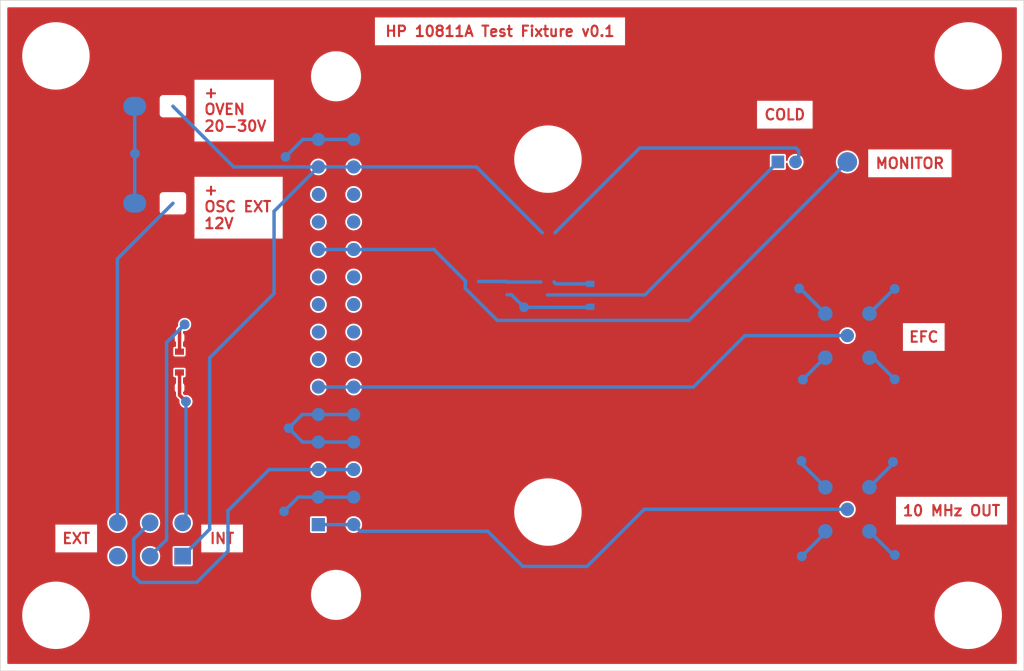
<source format=kicad_pcb>
(kicad_pcb (version 4) (generator gerbview)

  (layers 
    (0 F.Cu signal)
    (31 B.Cu signal)
    (32 B.Adhes user)
    (33 F.Adhes user)
    (34 B.Paste user)
    (35 F.Paste user)
    (36 B.SilkS user)
    (37 F.SilkS user)
    (38 B.Mask user)
    (39 F.Mask user)
    (40 Dwgs.User user)
    (41 Cmts.User user)
    (42 Eco1.User user)
    (43 Eco2.User user)
    (44 Edge.Cuts user)
  )

(gr_line (start 55.88 50.8) (end 203.2 50.8) (layer Edge.Cuts) (width 0.1))
(gr_line (start 203.2 50.8) (end 203.2 147.32) (layer Edge.Cuts) (width 0.1))
(gr_line (start 203.2 147.32) (end 55.88 147.32) (layer Edge.Cuts) (width 0.1))
(gr_line (start 55.88 147.32) (end 55.88 50.8) (layer Edge.Cuts) (width 0.1))
(gr_circle (center 96.93 73.32) (end 97.63 73.32)(layer B.Cu) (width 0) (fill solid) )
(gr_circle (center 177.8 74.06) (end 179.2 74.06)(layer B.Cu) (width 0) (fill solid) )
(gr_circle (center 82.6 108.55) (end 83.3 108.55)(layer B.Cu) (width 0) (fill solid) )
(gr_circle (center 171.39 105.39) (end 172.09 105.39)(layer B.Cu) (width 0) (fill solid) )
(gr_circle (center 171.39 105.39) (end 172.09 105.39)(layer B.Cu) (width 0) (fill solid) )
(gr_poly (pts  (xy 168.7 73.16) (xy 166.9 73.16) (xy 166.9 74.96)
 (xy 168.7 74.96))(layer B.Cu) (width 0) )
(gr_circle (center 170.34 74.06) (end 171.24 74.06)(layer B.Cu) (width 0) (fill solid) )
(gr_circle (center 171.24 130.82) (end 171.94 130.82)(layer B.Cu) (width 0) (fill solid) )
(gr_circle (center 171.24 130.82) (end 171.94 130.82)(layer B.Cu) (width 0) (fill solid) )
(gr_poly (pts  (xy 83.3275 129.61) (xy 80.9275 129.61) (xy 80.9275 132.01)
 (xy 83.3275 132.01))(layer B.Cu) (width 0) )
(gr_circle (center 77.4275 130.81) (end 78.6275 130.81)(layer B.Cu) (width 0) (fill solid) )
(gr_circle (center 72.7275 130.81) (end 73.9275 130.81)(layer B.Cu) (width 0) (fill solid) )
(gr_circle (center 82.1275 126.01) (end 83.3275 126.01)(layer B.Cu) (width 0) (fill solid) )
(gr_circle (center 77.4275 126.01) (end 78.6275 126.01)(layer B.Cu) (width 0) (fill solid) )
(gr_circle (center 72.7275 126.01) (end 73.9275 126.01)(layer B.Cu) (width 0) (fill solid) )
(gr_circle (center 170.86 92.27) (end 171.56 92.27)(layer B.Cu) (width 0) (fill solid) )
(gr_circle (center 170.86 92.27) (end 171.56 92.27)(layer B.Cu) (width 0) (fill solid) )
(segment (start 80.72 66.04) (end 80.72 66.04) (width 0.1) (layer B.Cu) (net 0))
(gr_poly (pts  (xy 75.65232 67.3835) (xy 75.78337 67.36406) (xy 75.91188 67.33187)
 (xy 76.03662 67.28724) (xy 76.15639 67.23059) (xy 76.27002 67.16248) (xy 76.37643 67.08356)
 (xy 76.47459 66.99459) (xy 76.56356 66.89643) (xy 76.64248 66.79002) (xy 76.71059 66.67639)
 (xy 76.76724 66.55662) (xy 76.81187 66.43188) (xy 76.84406 66.30337) (xy 76.8635 66.17232)
 (xy 76.87 66.04) (xy 76.8635 65.90768) (xy 76.84406 65.77663) (xy 76.81187 65.64812)
 (xy 76.76724 65.52338) (xy 76.71059 65.40361) (xy 76.64248 65.28998) (xy 76.56356 65.18357)
 (xy 76.47459 65.08541) (xy 76.37643 64.99644) (xy 76.27002 64.91752) (xy 76.15639 64.84941)
 (xy 76.03662 64.79276) (xy 75.91188 64.74813) (xy 75.78337 64.71594) (xy 75.65232 64.6965)
 (xy 75.52 64.69) (xy 74.92 64.69) (xy 74.78768 64.6965) (xy 74.65663 64.71594)
 (xy 74.52812 64.74813) (xy 74.40338 64.79276) (xy 74.28361 64.84941) (xy 74.16998 64.91752)
 (xy 74.06357 64.99644) (xy 73.96541 65.08541) (xy 73.87644 65.18357) (xy 73.79752 65.28998)
 (xy 73.72941 65.40361) (xy 73.67276 65.52338) (xy 73.62813 65.64812) (xy 73.59594 65.77663)
 (xy 73.5765 65.90768) (xy 73.57 66.04) (xy 73.5765 66.17232) (xy 73.59594 66.30337)
 (xy 73.62813 66.43188) (xy 73.67276 66.55662) (xy 73.72941 66.67639) (xy 73.79752 66.79002)
 (xy 73.87644 66.89643) (xy 73.96541 66.99459) (xy 74.06357 67.08356) (xy 74.16998 67.16248)
 (xy 74.28361 67.23059) (xy 74.40338 67.28724) (xy 74.52812 67.33187) (xy 74.65663 67.36406)
 (xy 74.78768 67.3835) (xy 74.92 67.39) (xy 75.52 67.39))
(layer B.Cu) (width 0) )
(gr_circle (center 171.196 117.09761) (end 171.896 117.09761)(layer B.Cu) (width 0) (fill solid) )
(gr_circle (center 171.196 117.09761) (end 171.896 117.09761)(layer B.Cu) (width 0) (fill solid) )
(gr_circle (center 131.26 94.98) (end 131.96 94.98)(layer B.Cu) (width 0) (fill solid) )
(gr_circle (center 96.71 124.36) (end 97.41 124.36)(layer B.Cu) (width 0) (fill solid) )
(gr_circle (center 177.8 99.06) (end 178.75 99.06)(layer B.Cu) (width 0) (fill solid) )
(gr_circle (center 174.625 102.235) (end 175.675 102.235)(layer B.Cu) (width 0) (fill solid) )
(gr_circle (center 180.975 102.235) (end 182.025 102.235)(layer B.Cu) (width 0) (fill solid) )
(gr_circle (center 180.975 95.885) (end 182.025 95.885)(layer B.Cu) (width 0) (fill solid) )
(gr_circle (center 174.625 95.885) (end 175.675 95.885)(layer B.Cu) (width 0) (fill solid) )
(gr_circle (center 75.25 72.85) (end 75.95 72.85)(layer B.Cu) (width 0) (fill solid) )
(gr_circle (center 184.62 130.62) (end 185.32 130.62)(layer B.Cu) (width 0) (fill solid) )
(gr_circle (center 184.62 130.62) (end 185.32 130.62)(layer B.Cu) (width 0) (fill solid) )
(gr_circle (center 177.8 124.06) (end 178.75 124.06)(layer B.Cu) (width 0) (fill solid) )
(gr_circle (center 180.975 120.885) (end 182.025 120.885)(layer B.Cu) (width 0) (fill solid) )
(gr_circle (center 180.975 127.235) (end 182.025 127.235)(layer B.Cu) (width 0) (fill solid) )
(gr_circle (center 174.625 127.235) (end 175.675 127.235)(layer B.Cu) (width 0) (fill solid) )
(gr_circle (center 174.625 120.885) (end 175.675 120.885)(layer B.Cu) (width 0) (fill solid) )
(gr_circle (center 184.62 92.34) (end 185.32 92.34)(layer B.Cu) (width 0) (fill solid) )
(gr_circle (center 184.62 92.34) (end 185.32 92.34)(layer B.Cu) (width 0) (fill solid) )
(gr_circle (center 184.36 117.24) (end 185.06 117.24)(layer B.Cu) (width 0) (fill solid) )
(gr_circle (center 184.36 117.24) (end 185.06 117.24)(layer B.Cu) (width 0) (fill solid) )
(gr_circle (center 184.62 105.35) (end 185.32 105.35)(layer B.Cu) (width 0) (fill solid) )
(gr_circle (center 184.62 105.35) (end 185.32 105.35)(layer B.Cu) (width 0) (fill solid) )
(gr_circle (center 97.38 112.38) (end 98.08 112.38)(layer B.Cu) (width 0) (fill solid) )
(segment (start 80.72 80.01) (end 80.72 80.01) (width 0.1) (layer B.Cu) (net 0))
(gr_poly (pts  (xy 75.65232 81.3535) (xy 75.78337 81.33406) (xy 75.91188 81.30187)
 (xy 76.03662 81.25724) (xy 76.15639 81.20059) (xy 76.27002 81.13248) (xy 76.37643 81.05356)
 (xy 76.47459 80.96459) (xy 76.56356 80.86643) (xy 76.64248 80.76002) (xy 76.71059 80.64639)
 (xy 76.76724 80.52662) (xy 76.81187 80.40188) (xy 76.84406 80.27337) (xy 76.8635 80.14232)
 (xy 76.87 80.01) (xy 76.8635 79.87768) (xy 76.84406 79.74663) (xy 76.81187 79.61812)
 (xy 76.76724 79.49338) (xy 76.71059 79.37361) (xy 76.64248 79.25998) (xy 76.56356 79.15357)
 (xy 76.47459 79.05541) (xy 76.37643 78.96644) (xy 76.27002 78.88752) (xy 76.15639 78.81941)
 (xy 76.03662 78.76276) (xy 75.91188 78.71813) (xy 75.78337 78.68594) (xy 75.65232 78.6665)
 (xy 75.52 78.66) (xy 74.92 78.66) (xy 74.78768 78.6665) (xy 74.65663 78.68594)
 (xy 74.52812 78.71813) (xy 74.40338 78.76276) (xy 74.28361 78.81941) (xy 74.16998 78.88752)
 (xy 74.06357 78.96644) (xy 73.96541 79.05541) (xy 73.87644 79.15357) (xy 73.79752 79.25998)
 (xy 73.72941 79.37361) (xy 73.67276 79.49338) (xy 73.62813 79.61812) (xy 73.59594 79.74663)
 (xy 73.5765 79.87768) (xy 73.57 80.01) (xy 73.5765 80.14232) (xy 73.59594 80.27337)
 (xy 73.62813 80.40188) (xy 73.67276 80.52662) (xy 73.72941 80.64639) (xy 73.79752 80.76002)
 (xy 73.87644 80.86643) (xy 73.96541 80.96459) (xy 74.06357 81.05356) (xy 74.16998 81.13248)
 (xy 74.28361 81.20059) (xy 74.40338 81.25724) (xy 74.52812 81.30187) (xy 74.65663 81.33406)
 (xy 74.78768 81.3535) (xy 74.92 81.36) (xy 75.52 81.36))
(layer B.Cu) (width 0) )
(gr_circle (center 82.41 97.45) (end 83.11 97.45)(layer B.Cu) (width 0) (fill solid) )
(gr_poly (pts  (xy 102.61 125.31) (xy 100.71 125.31) (xy 100.71 127.21)
 (xy 102.61 127.21))(layer B.Cu) (width 0) )
(gr_circle (center 101.66 122.3) (end 102.61 122.3)(layer B.Cu) (width 0) (fill solid) )
(gr_circle (center 101.66 118.34) (end 102.61 118.34)(layer B.Cu) (width 0) (fill solid) )
(gr_circle (center 101.66 114.38) (end 102.61 114.38)(layer B.Cu) (width 0) (fill solid) )
(gr_circle (center 101.66 110.42) (end 102.61 110.42)(layer B.Cu) (width 0) (fill solid) )
(gr_circle (center 101.66 106.46) (end 102.61 106.46)(layer B.Cu) (width 0) (fill solid) )
(gr_circle (center 101.66 102.5) (end 102.61 102.5)(layer B.Cu) (width 0) (fill solid) )
(gr_circle (center 101.66 98.54) (end 102.61 98.54)(layer B.Cu) (width 0) (fill solid) )
(gr_circle (center 101.66 94.58) (end 102.61 94.58)(layer B.Cu) (width 0) (fill solid) )
(gr_circle (center 101.66 90.62) (end 102.61 90.62)(layer B.Cu) (width 0) (fill solid) )
(gr_circle (center 101.66 86.66) (end 102.61 86.66)(layer B.Cu) (width 0) (fill solid) )
(gr_circle (center 101.66 82.7) (end 102.61 82.7)(layer B.Cu) (width 0) (fill solid) )
(gr_circle (center 101.66 78.74) (end 102.61 78.74)(layer B.Cu) (width 0) (fill solid) )
(gr_circle (center 101.66 74.78) (end 102.61 74.78)(layer B.Cu) (width 0) (fill solid) )
(gr_circle (center 101.66 70.82) (end 102.61 70.82)(layer B.Cu) (width 0) (fill solid) )
(gr_circle (center 106.74 70.82) (end 107.69 70.82)(layer B.Cu) (width 0) (fill solid) )
(gr_circle (center 106.74 74.78) (end 107.69 74.78)(layer B.Cu) (width 0) (fill solid) )
(gr_circle (center 106.74 78.74) (end 107.69 78.74)(layer B.Cu) (width 0) (fill solid) )
(gr_circle (center 106.74 82.7) (end 107.69 82.7)(layer B.Cu) (width 0) (fill solid) )
(gr_circle (center 106.74 86.66) (end 107.69 86.66)(layer B.Cu) (width 0) (fill solid) )
(gr_circle (center 106.74 90.62) (end 107.69 90.62)(layer B.Cu) (width 0) (fill solid) )
(gr_circle (center 106.74 94.58) (end 107.69 94.58)(layer B.Cu) (width 0) (fill solid) )
(gr_circle (center 106.74 98.54) (end 107.69 98.54)(layer B.Cu) (width 0) (fill solid) )
(gr_circle (center 106.74 102.5) (end 107.69 102.5)(layer B.Cu) (width 0) (fill solid) )
(gr_circle (center 106.74 106.46) (end 107.69 106.46)(layer B.Cu) (width 0) (fill solid) )
(gr_circle (center 106.74 110.42) (end 107.69 110.42)(layer B.Cu) (width 0) (fill solid) )
(gr_circle (center 106.74 114.38) (end 107.69 114.38)(layer B.Cu) (width 0) (fill solid) )
(gr_circle (center 106.74 118.34) (end 107.69 118.34)(layer B.Cu) (width 0) (fill solid) )
(gr_circle (center 106.74 122.3) (end 107.69 122.3)(layer B.Cu) (width 0) (fill solid) )
(gr_circle (center 106.74 126.26) (end 107.69 126.26)(layer B.Cu) (width 0) (fill solid) )
(segment (start 122.8875 91.26) (end 122.8875 91.26) (width 0.1) (layer B.Cu) (net 0))
(segment (start 124.7125 91.26) (end 124.7125 91.26) (width 0.1) (layer B.Cu) (net 0))
(segment (start 128.8 93.1725) (end 128.8 93.1725) (width 0.1) (layer B.Cu) (net 0))
(segment (start 128.8 91.3475) (end 128.8 91.3475) (width 0.1) (layer B.Cu) (net 0))
(gr_poly (pts  (xy 141.4 94.46) (xy 140.2 94.46) (xy 140.2 95.36)
 (xy 141.4 95.36))(layer B.Cu) (width 0) )
(gr_poly (pts  (xy 141.4 91.16) (xy 140.2 91.16) (xy 140.2 92.06)
 (xy 141.4 92.06))(layer B.Cu) (width 0) )
(segment (start 135.7125 84.26) (end 135.7125 84.26) (width 0.1) (layer B.Cu) (net 0))
(segment (start 133.8875 84.26) (end 133.8875 84.26) (width 0.1) (layer B.Cu) (net 0))
(segment (start 133.67 91.3225) (end 133.67 91.3225) (width 0.1) (layer B.Cu) (net 0))
(segment (start 135.57 91.3225) (end 135.57 91.3225) (width 0.1) (layer B.Cu) (net 0))
(segment (start 134.62 93.1975) (end 134.62 93.1975) (width 0.1) (layer B.Cu) (net 0))
(segment (start 82.41 97.45) (end 79.81 100.05) (width 0.5) (layer B.Cu) (net 0))
(segment (start 79.81 128.4275) (end 77.4275 130.81) (width 0.5) (layer B.Cu) (net 0))
(segment (start 79.81 100.05) (end 79.81 128.4275) (width 0.5) (layer B.Cu) (net 0))
(segment (start 98.77 122.3) (end 96.71 124.36) (width 0.5) (layer B.Cu) (net 0))
(segment (start 184.36 130.62) (end 184.62 130.62) (width 0.5) (layer B.Cu) (net 0))
(segment (start 101.66 70.82) (end 99.43 70.82) (width 0.5) (layer B.Cu) (net 0))
(segment (start 101.66 110.42) (end 99.34 110.42) (width 0.5) (layer B.Cu) (net 0))
(segment (start 174.625 102.235) (end 174.545 102.235) (width 0.5) (layer B.Cu) (net 0))
(segment (start 131.26 94.98) (end 140.73 94.98) (width 0.5) (layer B.Cu) (net 0))
(segment (start 184.52 92.34) (end 184.62 92.34) (width 0.5) (layer B.Cu) (net 0))
(segment (start 128.8 93.1725) (end 129.4525 93.1725) (width 0.5) (layer B.Cu) (net 0))
(segment (start 101.66 122.3) (end 106.74 122.3) (width 0.5) (layer B.Cu) (net 0))
(segment (start 97.38 112.38) (end 99.38 114.38) (width 0.5) (layer B.Cu) (net 0))
(segment (start 171.196 117.456) (end 171.196 117.09761) (width 0.5) (layer B.Cu) (net 0))
(segment (start 184.36 117.5) (end 184.36 117.24) (width 0.5) (layer B.Cu) (net 0))
(segment (start 180.975 102.235) (end 181.505 102.235) (width 0.5) (layer B.Cu) (net 0))
(segment (start 174.625 127.435) (end 171.24 130.82) (width 0.5) (layer B.Cu) (net 0))
(segment (start 174.625 127.235) (end 174.625 127.435) (width 0.5) (layer B.Cu) (net 0))
(segment (start 140.73 94.98) (end 140.8 94.91) (width 0.5) (layer B.Cu) (net 0))
(segment (start 99.43 70.82) (end 96.93 73.32) (width 0.5) (layer B.Cu) (net 0))
(segment (start 174.625 120.885) (end 171.196 117.456) (width 0.5) (layer B.Cu) (net 0))
(segment (start 180.975 127.235) (end 184.36 130.62) (width 0.5) (layer B.Cu) (net 0))
(segment (start 101.66 110.42) (end 106.74 110.42) (width 0.5) (layer B.Cu) (net 0))
(segment (start 174.625 95.885) (end 171.01 92.27) (width 0.5) (layer B.Cu) (net 0))
(segment (start 75.22 80.01) (end 75.22 66.04) (width 0.5) (layer B.Cu) (net 0))
(segment (start 101.66 122.3) (end 98.77 122.3) (width 0.5) (layer B.Cu) (net 0))
(segment (start 129.4525 93.1725) (end 131.26 94.98) (width 0.5) (layer B.Cu) (net 0))
(segment (start 180.975 95.885) (end 184.52 92.34) (width 0.5) (layer B.Cu) (net 0))
(segment (start 101.66 114.38) (end 106.74 114.38) (width 0.5) (layer B.Cu) (net 0))
(segment (start 99.34 110.42) (end 97.38 112.38) (width 0.5) (layer B.Cu) (net 0))
(segment (start 180.975 120.885) (end 184.36 117.5) (width 0.5) (layer B.Cu) (net 0))
(segment (start 174.545 102.235) (end 171.39 105.39) (width 0.5) (layer B.Cu) (net 0))
(segment (start 101.66 70.82) (end 106.74 70.82) (width 0.5) (layer B.Cu) (net 0))
(segment (start 181.505 102.235) (end 184.62 105.35) (width 0.5) (layer B.Cu) (net 0))
(segment (start 99.38 114.38) (end 101.66 114.38) (width 0.5) (layer B.Cu) (net 0))
(segment (start 171.01 92.27) (end 170.86 92.27) (width 0.5) (layer B.Cu) (net 0))
(segment (start 82.6 125.5375) (end 82.1275 126.01) (width 0.5) (layer B.Cu) (net 0))
(segment (start 82.6 108.55) (end 82.6 125.5375) (width 0.5) (layer B.Cu) (net 0))
(segment (start 148.6625 93.1975) (end 134.62 93.1975) (width 0.5) (layer B.Cu) (net 0))
(segment (start 167.8 74.06) (end 148.6625 93.1975) (width 0.5) (layer B.Cu) (net 0))
(segment (start 147.9125 72.06) (end 135.7125 84.26) (width 0.5) (layer B.Cu) (net 0))
(segment (start 170.8 72.46) (end 170.4 72.06) (width 0.5) (layer B.Cu) (net 0))
(segment (start 170.34 74.06) (end 170.8 73.6) (width 0.5) (layer B.Cu) (net 0))
(segment (start 170.4 72.06) (end 147.9125 72.06) (width 0.5) (layer B.Cu) (net 0))
(segment (start 170.8 73.6) (end 170.8 72.46) (width 0.5) (layer B.Cu) (net 0))
(segment (start 135.57 91.3225) (end 135.8575 91.61) (width 0.5) (layer B.Cu) (net 0))
(segment (start 135.8575 91.61) (end 140.8 91.61) (width 0.5) (layer B.Cu) (net 0))
(segment (start 140.33 132.28) (end 131.09 132.28) (width 0.5) (layer B.Cu) (net 0))
(segment (start 131.09 132.28) (end 126.02 127.21) (width 0.5) (layer B.Cu) (net 0))
(segment (start 177.8 124.06) (end 148.55 124.06) (width 0.5) (layer B.Cu) (net 0))
(segment (start 126.02 127.21) (end 107.69 127.21) (width 0.5) (layer B.Cu) (net 0))
(segment (start 107.69 127.21) (end 106.74 126.26) (width 0.5) (layer B.Cu) (net 0))
(segment (start 101.66 126.26) (end 106.74 126.26) (width 0.5) (layer B.Cu) (net 0))
(segment (start 148.55 124.06) (end 140.33 132.28) (width 0.5) (layer B.Cu) (net 0))
(segment (start 84.14 134.58) (end 88.65 130.07) (width 0.5) (layer B.Cu) (net 0))
(segment (start 101.66 118.34) (end 106.74 118.34) (width 0.5) (layer B.Cu) (net 0))
(segment (start 88.65 124.26) (end 94.57 118.34) (width 0.5) (layer B.Cu) (net 0))
(segment (start 75.07 128.3675) (end 75.07 133.64) (width 0.5) (layer B.Cu) (net 0))
(segment (start 88.65 130.07) (end 88.65 124.26) (width 0.5) (layer B.Cu) (net 0))
(segment (start 75.07 133.64) (end 76.01 134.58) (width 0.5) (layer B.Cu) (net 0))
(segment (start 77.4275 126.01) (end 75.07 128.3675) (width 0.5) (layer B.Cu) (net 0))
(segment (start 76.01 134.58) (end 84.14 134.58) (width 0.5) (layer B.Cu) (net 0))
(segment (start 94.57 118.34) (end 101.66 118.34) (width 0.5) (layer B.Cu) (net 0))
(segment (start 101.66 106.46) (end 106.74 106.46) (width 0.5) (layer B.Cu) (net 0))
(segment (start 155.64 106.46) (end 163.04 99.06) (width 0.5) (layer B.Cu) (net 0))
(segment (start 163.04 99.06) (end 177.8 99.06) (width 0.5) (layer B.Cu) (net 0))
(segment (start 106.74 106.46) (end 155.64 106.46) (width 0.5) (layer B.Cu) (net 0))
(segment (start 122.8 91.26) (end 122.8875 91.26) (width 0.5) (layer B.Cu) (net 0))
(segment (start 122.8 92.26) (end 122.8 91.26) (width 0.5) (layer B.Cu) (net 0))
(segment (start 154.99 96.87) (end 127.41 96.87) (width 0.5) (layer B.Cu) (net 0))
(segment (start 101.66 86.66) (end 106.74 86.66) (width 0.5) (layer B.Cu) (net 0))
(segment (start 106.74 86.66) (end 118.2875 86.66) (width 0.5) (layer B.Cu) (net 0))
(segment (start 177.8 74.06) (end 154.99 96.87) (width 0.5) (layer B.Cu) (net 0))
(segment (start 118.2875 86.66) (end 122.8875 91.26) (width 0.5) (layer B.Cu) (net 0))
(segment (start 127.41 96.87) (end 122.8 92.26) (width 0.5) (layer B.Cu) (net 0))
(segment (start 95.28 92.99) (end 95.28 81.16) (width 0.5) (layer B.Cu) (net 0))
(segment (start 95.28 81.16) (end 101.66 74.78) (width 0.5) (layer B.Cu) (net 0))
(segment (start 124.4075 74.78) (end 133.8875 84.26) (width 0.5) (layer B.Cu) (net 0))
(segment (start 82.1275 130.81) (end 86.01 126.9275) (width 0.5) (layer B.Cu) (net 0))
(segment (start 86.01 102.26) (end 95.28 92.99) (width 0.5) (layer B.Cu) (net 0))
(segment (start 101.66 74.78) (end 89.46 74.78) (width 0.5) (layer B.Cu) (net 0))
(segment (start 106.74 74.78) (end 124.4075 74.78) (width 0.5) (layer B.Cu) (net 0))
(segment (start 86.01 126.9275) (end 86.01 102.26) (width 0.5) (layer B.Cu) (net 0))
(segment (start 101.66 74.78) (end 106.74 74.78) (width 0.5) (layer B.Cu) (net 0))
(segment (start 89.46 74.78) (end 80.72 66.04) (width 0.5) (layer B.Cu) (net 0))
(segment (start 72.7275 88.0025) (end 80.72 80.01) (width 0.5) (layer B.Cu) (net 0))
(segment (start 72.7275 126.01) (end 72.7275 88.0025) (width 0.5) (layer B.Cu) (net 0))
(segment (start 128.8 91.3475) (end 133.645 91.3475) (width 0.5) (layer B.Cu) (net 0))
(segment (start 133.645 91.3475) (end 133.67 91.3225) (width 0.5) (layer B.Cu) (net 0))
(segment (start 128.7125 91.26) (end 128.8 91.3475) (width 0.5) (layer B.Cu) (net 0))
(segment (start 124.7125 91.26) (end 128.7125 91.26) (width 0.5) (layer B.Cu) (net 0))
(segment (start 111.69286 55.93857) (end 111.69286 54.43857) (width 0.3) (layer F.Cu) (net 0))
(segment (start 111.69286 55.15286) (end 112.55 55.15286) (width 0.3) (layer F.Cu) (net 0))
(segment (start 112.55 55.93857) (end 112.55 54.43857) (width 0.3) (layer F.Cu) (net 0))
(segment (start 113.26429 55.93857) (end 113.26429 54.43857) (width 0.3) (layer F.Cu) (net 0))
(segment (start 113.26429 54.43857) (end 113.83571 54.43857) (width 0.3) (layer F.Cu) (net 0))
(segment (start 113.83571 54.43857) (end 113.97857 54.51) (width 0.3) (layer F.Cu) (net 0))
(segment (start 113.97857 54.51) (end 114.05 54.58143) (width 0.3) (layer F.Cu) (net 0))
(segment (start 114.05 54.58143) (end 114.12143 54.72429) (width 0.3) (layer F.Cu) (net 0))
(segment (start 114.12143 54.72429) (end 114.12143 54.93857) (width 0.3) (layer F.Cu) (net 0))
(segment (start 114.12143 54.93857) (end 114.05 55.08143) (width 0.3) (layer F.Cu) (net 0))
(segment (start 114.05 55.08143) (end 113.97857 55.15286) (width 0.3) (layer F.Cu) (net 0))
(segment (start 113.97857 55.15286) (end 113.83571 55.22429) (width 0.3) (layer F.Cu) (net 0))
(segment (start 113.83571 55.22429) (end 113.26429 55.22429) (width 0.3) (layer F.Cu) (net 0))
(segment (start 116.69286 55.93857) (end 115.83571 55.93857) (width 0.3) (layer F.Cu) (net 0))
(segment (start 116.26429 55.93857) (end 116.26429 54.43857) (width 0.3) (layer F.Cu) (net 0))
(segment (start 116.26429 54.43857) (end 116.12143 54.65286) (width 0.3) (layer F.Cu) (net 0))
(segment (start 116.12143 54.65286) (end 115.97857 54.79571) (width 0.3) (layer F.Cu) (net 0))
(segment (start 115.97857 54.79571) (end 115.83571 54.86714) (width 0.3) (layer F.Cu) (net 0))
(segment (start 117.62143 54.43857) (end 117.76429 54.43857) (width 0.3) (layer F.Cu) (net 0))
(segment (start 117.76429 54.43857) (end 117.90714 54.51) (width 0.3) (layer F.Cu) (net 0))
(segment (start 117.90714 54.51) (end 117.97857 54.58143) (width 0.3) (layer F.Cu) (net 0))
(segment (start 117.97857 54.58143) (end 118.05 54.72429) (width 0.3) (layer F.Cu) (net 0))
(segment (start 118.05 54.72429) (end 118.12143 55.01) (width 0.3) (layer F.Cu) (net 0))
(segment (start 118.12143 55.01) (end 118.12143 55.36714) (width 0.3) (layer F.Cu) (net 0))
(segment (start 118.12143 55.36714) (end 118.05 55.65286) (width 0.3) (layer F.Cu) (net 0))
(segment (start 118.05 55.65286) (end 117.97857 55.79571) (width 0.3) (layer F.Cu) (net 0))
(segment (start 117.97857 55.79571) (end 117.90714 55.86714) (width 0.3) (layer F.Cu) (net 0))
(segment (start 117.90714 55.86714) (end 117.76429 55.93857) (width 0.3) (layer F.Cu) (net 0))
(segment (start 117.76429 55.93857) (end 117.62143 55.93857) (width 0.3) (layer F.Cu) (net 0))
(segment (start 117.62143 55.93857) (end 117.47857 55.86714) (width 0.3) (layer F.Cu) (net 0))
(segment (start 117.47857 55.86714) (end 117.40714 55.79571) (width 0.3) (layer F.Cu) (net 0))
(segment (start 117.40714 55.79571) (end 117.33571 55.65286) (width 0.3) (layer F.Cu) (net 0))
(segment (start 117.33571 55.65286) (end 117.26429 55.36714) (width 0.3) (layer F.Cu) (net 0))
(segment (start 117.26429 55.36714) (end 117.26429 55.01) (width 0.3) (layer F.Cu) (net 0))
(segment (start 117.26429 55.01) (end 117.33571 54.72429) (width 0.3) (layer F.Cu) (net 0))
(segment (start 117.33571 54.72429) (end 117.40714 54.58143) (width 0.3) (layer F.Cu) (net 0))
(segment (start 117.40714 54.58143) (end 117.47857 54.51) (width 0.3) (layer F.Cu) (net 0))
(segment (start 117.47857 54.51) (end 117.62143 54.43857) (width 0.3) (layer F.Cu) (net 0))
(segment (start 118.97857 55.08143) (end 118.83571 55.01) (width 0.3) (layer F.Cu) (net 0))
(segment (start 118.83571 55.01) (end 118.76429 54.93857) (width 0.3) (layer F.Cu) (net 0))
(segment (start 118.76429 54.93857) (end 118.69286 54.79571) (width 0.3) (layer F.Cu) (net 0))
(segment (start 118.69286 54.79571) (end 118.69286 54.72429) (width 0.3) (layer F.Cu) (net 0))
(segment (start 118.69286 54.72429) (end 118.76429 54.58143) (width 0.3) (layer F.Cu) (net 0))
(segment (start 118.76429 54.58143) (end 118.83571 54.51) (width 0.3) (layer F.Cu) (net 0))
(segment (start 118.83571 54.51) (end 118.97857 54.43857) (width 0.3) (layer F.Cu) (net 0))
(segment (start 118.97857 54.43857) (end 119.26429 54.43857) (width 0.3) (layer F.Cu) (net 0))
(segment (start 119.26429 54.43857) (end 119.40714 54.51) (width 0.3) (layer F.Cu) (net 0))
(segment (start 119.40714 54.51) (end 119.47857 54.58143) (width 0.3) (layer F.Cu) (net 0))
(segment (start 119.47857 54.58143) (end 119.55 54.72429) (width 0.3) (layer F.Cu) (net 0))
(segment (start 119.55 54.72429) (end 119.55 54.79571) (width 0.3) (layer F.Cu) (net 0))
(segment (start 119.55 54.79571) (end 119.47857 54.93857) (width 0.3) (layer F.Cu) (net 0))
(segment (start 119.47857 54.93857) (end 119.40714 55.01) (width 0.3) (layer F.Cu) (net 0))
(segment (start 119.40714 55.01) (end 119.26429 55.08143) (width 0.3) (layer F.Cu) (net 0))
(segment (start 119.26429 55.08143) (end 118.97857 55.08143) (width 0.3) (layer F.Cu) (net 0))
(segment (start 118.97857 55.08143) (end 118.83571 55.15286) (width 0.3) (layer F.Cu) (net 0))
(segment (start 118.83571 55.15286) (end 118.76429 55.22429) (width 0.3) (layer F.Cu) (net 0))
(segment (start 118.76429 55.22429) (end 118.69286 55.36714) (width 0.3) (layer F.Cu) (net 0))
(segment (start 118.69286 55.36714) (end 118.69286 55.65286) (width 0.3) (layer F.Cu) (net 0))
(segment (start 118.69286 55.65286) (end 118.76429 55.79571) (width 0.3) (layer F.Cu) (net 0))
(segment (start 118.76429 55.79571) (end 118.83571 55.86714) (width 0.3) (layer F.Cu) (net 0))
(segment (start 118.83571 55.86714) (end 118.97857 55.93857) (width 0.3) (layer F.Cu) (net 0))
(segment (start 118.97857 55.93857) (end 119.26429 55.93857) (width 0.3) (layer F.Cu) (net 0))
(segment (start 119.26429 55.93857) (end 119.40714 55.86714) (width 0.3) (layer F.Cu) (net 0))
(segment (start 119.40714 55.86714) (end 119.47857 55.79571) (width 0.3) (layer F.Cu) (net 0))
(segment (start 119.47857 55.79571) (end 119.55 55.65286) (width 0.3) (layer F.Cu) (net 0))
(segment (start 119.55 55.65286) (end 119.55 55.36714) (width 0.3) (layer F.Cu) (net 0))
(segment (start 119.55 55.36714) (end 119.47857 55.22429) (width 0.3) (layer F.Cu) (net 0))
(segment (start 119.47857 55.22429) (end 119.40714 55.15286) (width 0.3) (layer F.Cu) (net 0))
(segment (start 119.40714 55.15286) (end 119.26429 55.08143) (width 0.3) (layer F.Cu) (net 0))
(segment (start 120.97857 55.93857) (end 120.12143 55.93857) (width 0.3) (layer F.Cu) (net 0))
(segment (start 120.55 55.93857) (end 120.55 54.43857) (width 0.3) (layer F.Cu) (net 0))
(segment (start 120.55 54.43857) (end 120.40714 54.65286) (width 0.3) (layer F.Cu) (net 0))
(segment (start 120.40714 54.65286) (end 120.26429 54.79571) (width 0.3) (layer F.Cu) (net 0))
(segment (start 120.26429 54.79571) (end 120.12143 54.86714) (width 0.3) (layer F.Cu) (net 0))
(segment (start 122.40714 55.93857) (end 121.55 55.93857) (width 0.3) (layer F.Cu) (net 0))
(segment (start 121.97857 55.93857) (end 121.97857 54.43857) (width 0.3) (layer F.Cu) (net 0))
(segment (start 121.97857 54.43857) (end 121.83571 54.65286) (width 0.3) (layer F.Cu) (net 0))
(segment (start 121.83571 54.65286) (end 121.69286 54.79571) (width 0.3) (layer F.Cu) (net 0))
(segment (start 121.69286 54.79571) (end 121.55 54.86714) (width 0.3) (layer F.Cu) (net 0))
(segment (start 122.97857 55.51) (end 123.69286 55.51) (width 0.3) (layer F.Cu) (net 0))
(segment (start 122.83571 55.93857) (end 123.33571 54.43857) (width 0.3) (layer F.Cu) (net 0))
(segment (start 123.33571 54.43857) (end 123.83571 55.93857) (width 0.3) (layer F.Cu) (net 0))
(segment (start 125.26429 54.43857) (end 126.12143 54.43857) (width 0.3) (layer F.Cu) (net 0))
(segment (start 125.69286 55.93857) (end 125.69286 54.43857) (width 0.3) (layer F.Cu) (net 0))
(segment (start 127.19286 55.86714) (end 127.05 55.93857) (width 0.3) (layer F.Cu) (net 0))
(segment (start 127.05 55.93857) (end 126.76429 55.93857) (width 0.3) (layer F.Cu) (net 0))
(segment (start 126.76429 55.93857) (end 126.62143 55.86714) (width 0.3) (layer F.Cu) (net 0))
(segment (start 126.62143 55.86714) (end 126.55 55.72429) (width 0.3) (layer F.Cu) (net 0))
(segment (start 126.55 55.72429) (end 126.55 55.15286) (width 0.3) (layer F.Cu) (net 0))
(segment (start 126.55 55.15286) (end 126.62143 55.01) (width 0.3) (layer F.Cu) (net 0))
(segment (start 126.62143 55.01) (end 126.76429 54.93857) (width 0.3) (layer F.Cu) (net 0))
(segment (start 126.76429 54.93857) (end 127.05 54.93857) (width 0.3) (layer F.Cu) (net 0))
(segment (start 127.05 54.93857) (end 127.19286 55.01) (width 0.3) (layer F.Cu) (net 0))
(segment (start 127.19286 55.01) (end 127.26429 55.15286) (width 0.3) (layer F.Cu) (net 0))
(segment (start 127.26429 55.15286) (end 127.26429 55.29571) (width 0.3) (layer F.Cu) (net 0))
(segment (start 127.26429 55.29571) (end 126.55 55.43857) (width 0.3) (layer F.Cu) (net 0))
(segment (start 127.83571 55.86714) (end 127.97857 55.93857) (width 0.3) (layer F.Cu) (net 0))
(segment (start 127.97857 55.93857) (end 128.26429 55.93857) (width 0.3) (layer F.Cu) (net 0))
(segment (start 128.26429 55.93857) (end 128.40714 55.86714) (width 0.3) (layer F.Cu) (net 0))
(segment (start 128.40714 55.86714) (end 128.47857 55.72429) (width 0.3) (layer F.Cu) (net 0))
(segment (start 128.47857 55.72429) (end 128.47857 55.65286) (width 0.3) (layer F.Cu) (net 0))
(segment (start 128.47857 55.65286) (end 128.40714 55.51) (width 0.3) (layer F.Cu) (net 0))
(segment (start 128.40714 55.51) (end 128.26429 55.43857) (width 0.3) (layer F.Cu) (net 0))
(segment (start 128.26429 55.43857) (end 128.05 55.43857) (width 0.3) (layer F.Cu) (net 0))
(segment (start 128.05 55.43857) (end 127.90714 55.36714) (width 0.3) (layer F.Cu) (net 0))
(segment (start 127.90714 55.36714) (end 127.83571 55.22429) (width 0.3) (layer F.Cu) (net 0))
(segment (start 127.83571 55.22429) (end 127.83571 55.15286) (width 0.3) (layer F.Cu) (net 0))
(segment (start 127.83571 55.15286) (end 127.90714 55.01) (width 0.3) (layer F.Cu) (net 0))
(segment (start 127.90714 55.01) (end 128.05 54.93857) (width 0.3) (layer F.Cu) (net 0))
(segment (start 128.05 54.93857) (end 128.26429 54.93857) (width 0.3) (layer F.Cu) (net 0))
(segment (start 128.26429 54.93857) (end 128.40714 55.01) (width 0.3) (layer F.Cu) (net 0))
(segment (start 128.90714 54.93857) (end 129.47857 54.93857) (width 0.3) (layer F.Cu) (net 0))
(segment (start 129.12143 54.43857) (end 129.12143 55.72429) (width 0.3) (layer F.Cu) (net 0))
(segment (start 129.12143 55.72429) (end 129.19286 55.86714) (width 0.3) (layer F.Cu) (net 0))
(segment (start 129.19286 55.86714) (end 129.33571 55.93857) (width 0.3) (layer F.Cu) (net 0))
(segment (start 129.33571 55.93857) (end 129.47857 55.93857) (width 0.3) (layer F.Cu) (net 0))
(segment (start 131.62143 55.15286) (end 131.12143 55.15286) (width 0.3) (layer F.Cu) (net 0))
(segment (start 131.12143 55.93857) (end 131.12143 54.43857) (width 0.3) (layer F.Cu) (net 0))
(segment (start 131.12143 54.43857) (end 131.83571 54.43857) (width 0.3) (layer F.Cu) (net 0))
(segment (start 132.40714 55.93857) (end 132.40714 54.93857) (width 0.3) (layer F.Cu) (net 0))
(segment (start 132.40714 54.43857) (end 132.33571 54.51) (width 0.3) (layer F.Cu) (net 0))
(segment (start 132.33571 54.51) (end 132.40714 54.58143) (width 0.3) (layer F.Cu) (net 0))
(segment (start 132.40714 54.58143) (end 132.47857 54.51) (width 0.3) (layer F.Cu) (net 0))
(segment (start 132.47857 54.51) (end 132.40714 54.43857) (width 0.3) (layer F.Cu) (net 0))
(segment (start 132.40714 54.43857) (end 132.40714 54.58143) (width 0.3) (layer F.Cu) (net 0))
(segment (start 132.97857 55.93857) (end 133.76429 54.93857) (width 0.3) (layer F.Cu) (net 0))
(segment (start 132.97857 54.93857) (end 133.76429 55.93857) (width 0.3) (layer F.Cu) (net 0))
(segment (start 134.12143 54.93857) (end 134.69286 54.93857) (width 0.3) (layer F.Cu) (net 0))
(segment (start 134.33571 54.43857) (end 134.33571 55.72429) (width 0.3) (layer F.Cu) (net 0))
(segment (start 134.33571 55.72429) (end 134.40714 55.86714) (width 0.3) (layer F.Cu) (net 0))
(segment (start 134.40714 55.86714) (end 134.55 55.93857) (width 0.3) (layer F.Cu) (net 0))
(segment (start 134.55 55.93857) (end 134.69286 55.93857) (width 0.3) (layer F.Cu) (net 0))
(segment (start 135.83571 54.93857) (end 135.83571 55.93857) (width 0.3) (layer F.Cu) (net 0))
(segment (start 135.19286 54.93857) (end 135.19286 55.72429) (width 0.3) (layer F.Cu) (net 0))
(segment (start 135.19286 55.72429) (end 135.26429 55.86714) (width 0.3) (layer F.Cu) (net 0))
(segment (start 135.26429 55.86714) (end 135.40714 55.93857) (width 0.3) (layer F.Cu) (net 0))
(segment (start 135.40714 55.93857) (end 135.62143 55.93857) (width 0.3) (layer F.Cu) (net 0))
(segment (start 135.62143 55.93857) (end 135.76429 55.86714) (width 0.3) (layer F.Cu) (net 0))
(segment (start 135.76429 55.86714) (end 135.83571 55.79571) (width 0.3) (layer F.Cu) (net 0))
(segment (start 136.55 55.93857) (end 136.55 54.93857) (width 0.3) (layer F.Cu) (net 0))
(segment (start 136.55 55.22429) (end 136.62143 55.08143) (width 0.3) (layer F.Cu) (net 0))
(segment (start 136.62143 55.08143) (end 136.69286 55.01) (width 0.3) (layer F.Cu) (net 0))
(segment (start 136.69286 55.01) (end 136.83571 54.93857) (width 0.3) (layer F.Cu) (net 0))
(segment (start 136.83571 54.93857) (end 136.97857 54.93857) (width 0.3) (layer F.Cu) (net 0))
(segment (start 138.05 55.86714) (end 137.90714 55.93857) (width 0.3) (layer F.Cu) (net 0))
(segment (start 137.90714 55.93857) (end 137.62143 55.93857) (width 0.3) (layer F.Cu) (net 0))
(segment (start 137.62143 55.93857) (end 137.47857 55.86714) (width 0.3) (layer F.Cu) (net 0))
(segment (start 137.47857 55.86714) (end 137.40714 55.72429) (width 0.3) (layer F.Cu) (net 0))
(segment (start 137.40714 55.72429) (end 137.40714 55.15286) (width 0.3) (layer F.Cu) (net 0))
(segment (start 137.40714 55.15286) (end 137.47857 55.01) (width 0.3) (layer F.Cu) (net 0))
(segment (start 137.47857 55.01) (end 137.62143 54.93857) (width 0.3) (layer F.Cu) (net 0))
(segment (start 137.62143 54.93857) (end 137.90714 54.93857) (width 0.3) (layer F.Cu) (net 0))
(segment (start 137.90714 54.93857) (end 138.05 55.01) (width 0.3) (layer F.Cu) (net 0))
(segment (start 138.05 55.01) (end 138.12143 55.15286) (width 0.3) (layer F.Cu) (net 0))
(segment (start 138.12143 55.15286) (end 138.12143 55.29571) (width 0.3) (layer F.Cu) (net 0))
(segment (start 138.12143 55.29571) (end 137.40714 55.43857) (width 0.3) (layer F.Cu) (net 0))
(segment (start 139.76429 54.93857) (end 140.12143 55.93857) (width 0.3) (layer F.Cu) (net 0))
(segment (start 140.12143 55.93857) (end 140.47857 54.93857) (width 0.3) (layer F.Cu) (net 0))
(segment (start 141.33571 54.43857) (end 141.47857 54.43857) (width 0.3) (layer F.Cu) (net 0))
(segment (start 141.47857 54.43857) (end 141.62143 54.51) (width 0.3) (layer F.Cu) (net 0))
(segment (start 141.62143 54.51) (end 141.69286 54.58143) (width 0.3) (layer F.Cu) (net 0))
(segment (start 141.69286 54.58143) (end 141.76429 54.72429) (width 0.3) (layer F.Cu) (net 0))
(segment (start 141.76429 54.72429) (end 141.83571 55.01) (width 0.3) (layer F.Cu) (net 0))
(segment (start 141.83571 55.01) (end 141.83571 55.36714) (width 0.3) (layer F.Cu) (net 0))
(segment (start 141.83571 55.36714) (end 141.76429 55.65286) (width 0.3) (layer F.Cu) (net 0))
(segment (start 141.76429 55.65286) (end 141.69286 55.79571) (width 0.3) (layer F.Cu) (net 0))
(segment (start 141.69286 55.79571) (end 141.62143 55.86714) (width 0.3) (layer F.Cu) (net 0))
(segment (start 141.62143 55.86714) (end 141.47857 55.93857) (width 0.3) (layer F.Cu) (net 0))
(segment (start 141.47857 55.93857) (end 141.33571 55.93857) (width 0.3) (layer F.Cu) (net 0))
(segment (start 141.33571 55.93857) (end 141.19286 55.86714) (width 0.3) (layer F.Cu) (net 0))
(segment (start 141.19286 55.86714) (end 141.12143 55.79571) (width 0.3) (layer F.Cu) (net 0))
(segment (start 141.12143 55.79571) (end 141.05 55.65286) (width 0.3) (layer F.Cu) (net 0))
(segment (start 141.05 55.65286) (end 140.97857 55.36714) (width 0.3) (layer F.Cu) (net 0))
(segment (start 140.97857 55.36714) (end 140.97857 55.01) (width 0.3) (layer F.Cu) (net 0))
(segment (start 140.97857 55.01) (end 141.05 54.72429) (width 0.3) (layer F.Cu) (net 0))
(segment (start 141.05 54.72429) (end 141.12143 54.58143) (width 0.3) (layer F.Cu) (net 0))
(segment (start 141.12143 54.58143) (end 141.19286 54.51) (width 0.3) (layer F.Cu) (net 0))
(segment (start 141.19286 54.51) (end 141.33571 54.43857) (width 0.3) (layer F.Cu) (net 0))
(segment (start 142.47857 55.79571) (end 142.55 55.86714) (width 0.3) (layer F.Cu) (net 0))
(segment (start 142.55 55.86714) (end 142.47857 55.93857) (width 0.3) (layer F.Cu) (net 0))
(segment (start 142.47857 55.93857) (end 142.40714 55.86714) (width 0.3) (layer F.Cu) (net 0))
(segment (start 142.40714 55.86714) (end 142.47857 55.79571) (width 0.3) (layer F.Cu) (net 0))
(segment (start 142.47857 55.79571) (end 142.47857 55.93857) (width 0.3) (layer F.Cu) (net 0))
(segment (start 143.97857 55.93857) (end 143.12143 55.93857) (width 0.3) (layer F.Cu) (net 0))
(segment (start 143.55 55.93857) (end 143.55 54.43857) (width 0.3) (layer F.Cu) (net 0))
(segment (start 143.55 54.43857) (end 143.40714 54.65286) (width 0.3) (layer F.Cu) (net 0))
(segment (start 143.40714 54.65286) (end 143.26429 54.79571) (width 0.3) (layer F.Cu) (net 0))
(segment (start 143.26429 54.79571) (end 143.12143 54.86714) (width 0.3) (layer F.Cu) (net 0))
(segment (start 167.12143 67.79571) (end 167.05 67.86714) (width 0.3) (layer F.Cu) (net 0))
(segment (start 167.05 67.86714) (end 166.83571 67.93857) (width 0.3) (layer F.Cu) (net 0))
(segment (start 166.83571 67.93857) (end 166.69286 67.93857) (width 0.3) (layer F.Cu) (net 0))
(segment (start 166.69286 67.93857) (end 166.47857 67.86714) (width 0.3) (layer F.Cu) (net 0))
(segment (start 166.47857 67.86714) (end 166.33571 67.72429) (width 0.3) (layer F.Cu) (net 0))
(segment (start 166.33571 67.72429) (end 166.26429 67.58143) (width 0.3) (layer F.Cu) (net 0))
(segment (start 166.26429 67.58143) (end 166.19286 67.29571) (width 0.3) (layer F.Cu) (net 0))
(segment (start 166.19286 67.29571) (end 166.19286 67.08143) (width 0.3) (layer F.Cu) (net 0))
(segment (start 166.19286 67.08143) (end 166.26429 66.79571) (width 0.3) (layer F.Cu) (net 0))
(segment (start 166.26429 66.79571) (end 166.33571 66.65286) (width 0.3) (layer F.Cu) (net 0))
(segment (start 166.33571 66.65286) (end 166.47857 66.51) (width 0.3) (layer F.Cu) (net 0))
(segment (start 166.47857 66.51) (end 166.69286 66.43857) (width 0.3) (layer F.Cu) (net 0))
(segment (start 166.69286 66.43857) (end 166.83571 66.43857) (width 0.3) (layer F.Cu) (net 0))
(segment (start 166.83571 66.43857) (end 167.05 66.51) (width 0.3) (layer F.Cu) (net 0))
(segment (start 167.05 66.51) (end 167.12143 66.58143) (width 0.3) (layer F.Cu) (net 0))
(segment (start 168.05 66.43857) (end 168.33571 66.43857) (width 0.3) (layer F.Cu) (net 0))
(segment (start 168.33571 66.43857) (end 168.47857 66.51) (width 0.3) (layer F.Cu) (net 0))
(segment (start 168.47857 66.51) (end 168.62143 66.65286) (width 0.3) (layer F.Cu) (net 0))
(segment (start 168.62143 66.65286) (end 168.69286 66.93857) (width 0.3) (layer F.Cu) (net 0))
(segment (start 168.69286 66.93857) (end 168.69286 67.43857) (width 0.3) (layer F.Cu) (net 0))
(segment (start 168.69286 67.43857) (end 168.62143 67.72429) (width 0.3) (layer F.Cu) (net 0))
(segment (start 168.62143 67.72429) (end 168.47857 67.86714) (width 0.3) (layer F.Cu) (net 0))
(segment (start 168.47857 67.86714) (end 168.33571 67.93857) (width 0.3) (layer F.Cu) (net 0))
(segment (start 168.33571 67.93857) (end 168.05 67.93857) (width 0.3) (layer F.Cu) (net 0))
(segment (start 168.05 67.93857) (end 167.90714 67.86714) (width 0.3) (layer F.Cu) (net 0))
(segment (start 167.90714 67.86714) (end 167.76429 67.72429) (width 0.3) (layer F.Cu) (net 0))
(segment (start 167.76429 67.72429) (end 167.69286 67.43857) (width 0.3) (layer F.Cu) (net 0))
(segment (start 167.69286 67.43857) (end 167.69286 66.93857) (width 0.3) (layer F.Cu) (net 0))
(segment (start 167.69286 66.93857) (end 167.76429 66.65286) (width 0.3) (layer F.Cu) (net 0))
(segment (start 167.76429 66.65286) (end 167.90714 66.51) (width 0.3) (layer F.Cu) (net 0))
(segment (start 167.90714 66.51) (end 168.05 66.43857) (width 0.3) (layer F.Cu) (net 0))
(segment (start 170.05 67.93857) (end 169.33571 67.93857) (width 0.3) (layer F.Cu) (net 0))
(segment (start 169.33571 67.93857) (end 169.33571 66.43857) (width 0.3) (layer F.Cu) (net 0))
(segment (start 170.55 67.93857) (end 170.55 66.43857) (width 0.3) (layer F.Cu) (net 0))
(segment (start 170.55 66.43857) (end 170.90714 66.43857) (width 0.3) (layer F.Cu) (net 0))
(segment (start 170.90714 66.43857) (end 171.12143 66.51) (width 0.3) (layer F.Cu) (net 0))
(segment (start 171.12143 66.51) (end 171.26429 66.65286) (width 0.3) (layer F.Cu) (net 0))
(segment (start 171.26429 66.65286) (end 171.33571 66.79571) (width 0.3) (layer F.Cu) (net 0))
(segment (start 171.33571 66.79571) (end 171.40714 67.08143) (width 0.3) (layer F.Cu) (net 0))
(segment (start 171.40714 67.08143) (end 171.40714 67.29571) (width 0.3) (layer F.Cu) (net 0))
(segment (start 171.40714 67.29571) (end 171.33571 67.58143) (width 0.3) (layer F.Cu) (net 0))
(segment (start 171.33571 67.58143) (end 171.26429 67.72429) (width 0.3) (layer F.Cu) (net 0))
(segment (start 171.26429 67.72429) (end 171.12143 67.86714) (width 0.3) (layer F.Cu) (net 0))
(segment (start 171.12143 67.86714) (end 170.90714 67.93857) (width 0.3) (layer F.Cu) (net 0))
(segment (start 170.90714 67.93857) (end 170.55 67.93857) (width 0.3) (layer F.Cu) (net 0))
(segment (start 187.08571 99.15286) (end 187.58571 99.15286) (width 0.3) (layer F.Cu) (net 0))
(segment (start 187.8 99.93857) (end 187.08571 99.93857) (width 0.3) (layer F.Cu) (net 0))
(segment (start 187.08571 99.93857) (end 187.08571 98.43857) (width 0.3) (layer F.Cu) (net 0))
(segment (start 187.08571 98.43857) (end 187.8 98.43857) (width 0.3) (layer F.Cu) (net 0))
(segment (start 188.94286 99.15286) (end 188.44286 99.15286) (width 0.3) (layer F.Cu) (net 0))
(segment (start 188.44286 99.93857) (end 188.44286 98.43857) (width 0.3) (layer F.Cu) (net 0))
(segment (start 188.44286 98.43857) (end 189.15714 98.43857) (width 0.3) (layer F.Cu) (net 0))
(segment (start 190.58571 99.79571) (end 190.51429 99.86714) (width 0.3) (layer F.Cu) (net 0))
(segment (start 190.51429 99.86714) (end 190.3 99.93857) (width 0.3) (layer F.Cu) (net 0))
(segment (start 190.3 99.93857) (end 190.15714 99.93857) (width 0.3) (layer F.Cu) (net 0))
(segment (start 190.15714 99.93857) (end 189.94286 99.86714) (width 0.3) (layer F.Cu) (net 0))
(segment (start 189.94286 99.86714) (end 189.8 99.72429) (width 0.3) (layer F.Cu) (net 0))
(segment (start 189.8 99.72429) (end 189.72857 99.58143) (width 0.3) (layer F.Cu) (net 0))
(segment (start 189.72857 99.58143) (end 189.65714 99.29571) (width 0.3) (layer F.Cu) (net 0))
(segment (start 189.65714 99.29571) (end 189.65714 99.08143) (width 0.3) (layer F.Cu) (net 0))
(segment (start 189.65714 99.08143) (end 189.72857 98.79571) (width 0.3) (layer F.Cu) (net 0))
(segment (start 189.72857 98.79571) (end 189.8 98.65286) (width 0.3) (layer F.Cu) (net 0))
(segment (start 189.8 98.65286) (end 189.94286 98.51) (width 0.3) (layer F.Cu) (net 0))
(segment (start 189.94286 98.51) (end 190.15714 98.43857) (width 0.3) (layer F.Cu) (net 0))
(segment (start 190.15714 98.43857) (end 190.3 98.43857) (width 0.3) (layer F.Cu) (net 0))
(segment (start 190.3 98.43857) (end 190.51429 98.51) (width 0.3) (layer F.Cu) (net 0))
(segment (start 190.51429 98.51) (end 190.58571 98.58143) (width 0.3) (layer F.Cu) (net 0))
(segment (start 86.44286 128.93857) (end 86.44286 127.43857) (width 0.3) (layer F.Cu) (net 0))
(segment (start 87.15714 128.93857) (end 87.15714 127.43857) (width 0.3) (layer F.Cu) (net 0))
(segment (start 87.15714 127.43857) (end 88.01429 128.93857) (width 0.3) (layer F.Cu) (net 0))
(segment (start 88.01429 128.93857) (end 88.01429 127.43857) (width 0.3) (layer F.Cu) (net 0))
(segment (start 88.51429 127.43857) (end 89.37143 127.43857) (width 0.3) (layer F.Cu) (net 0))
(segment (start 88.94286 128.93857) (end 88.94286 127.43857) (width 0.3) (layer F.Cu) (net 0))
(segment (start 186.97857 124.93857) (end 186.12143 124.93857) (width 0.3) (layer F.Cu) (net 0))
(segment (start 186.55 124.93857) (end 186.55 123.43857) (width 0.3) (layer F.Cu) (net 0))
(segment (start 186.55 123.43857) (end 186.40714 123.65286) (width 0.3) (layer F.Cu) (net 0))
(segment (start 186.40714 123.65286) (end 186.26429 123.79571) (width 0.3) (layer F.Cu) (net 0))
(segment (start 186.26429 123.79571) (end 186.12143 123.86714) (width 0.3) (layer F.Cu) (net 0))
(segment (start 187.90714 123.43857) (end 188.05 123.43857) (width 0.3) (layer F.Cu) (net 0))
(segment (start 188.05 123.43857) (end 188.19286 123.51) (width 0.3) (layer F.Cu) (net 0))
(segment (start 188.19286 123.51) (end 188.26429 123.58143) (width 0.3) (layer F.Cu) (net 0))
(segment (start 188.26429 123.58143) (end 188.33571 123.72429) (width 0.3) (layer F.Cu) (net 0))
(segment (start 188.33571 123.72429) (end 188.40714 124.01) (width 0.3) (layer F.Cu) (net 0))
(segment (start 188.40714 124.01) (end 188.40714 124.36714) (width 0.3) (layer F.Cu) (net 0))
(segment (start 188.40714 124.36714) (end 188.33571 124.65286) (width 0.3) (layer F.Cu) (net 0))
(segment (start 188.33571 124.65286) (end 188.26429 124.79571) (width 0.3) (layer F.Cu) (net 0))
(segment (start 188.26429 124.79571) (end 188.19286 124.86714) (width 0.3) (layer F.Cu) (net 0))
(segment (start 188.19286 124.86714) (end 188.05 124.93857) (width 0.3) (layer F.Cu) (net 0))
(segment (start 188.05 124.93857) (end 187.90714 124.93857) (width 0.3) (layer F.Cu) (net 0))
(segment (start 187.90714 124.93857) (end 187.76429 124.86714) (width 0.3) (layer F.Cu) (net 0))
(segment (start 187.76429 124.86714) (end 187.69286 124.79571) (width 0.3) (layer F.Cu) (net 0))
(segment (start 187.69286 124.79571) (end 187.62143 124.65286) (width 0.3) (layer F.Cu) (net 0))
(segment (start 187.62143 124.65286) (end 187.55 124.36714) (width 0.3) (layer F.Cu) (net 0))
(segment (start 187.55 124.36714) (end 187.55 124.01) (width 0.3) (layer F.Cu) (net 0))
(segment (start 187.55 124.01) (end 187.62143 123.72429) (width 0.3) (layer F.Cu) (net 0))
(segment (start 187.62143 123.72429) (end 187.69286 123.58143) (width 0.3) (layer F.Cu) (net 0))
(segment (start 187.69286 123.58143) (end 187.76429 123.51) (width 0.3) (layer F.Cu) (net 0))
(segment (start 187.76429 123.51) (end 187.90714 123.43857) (width 0.3) (layer F.Cu) (net 0))
(segment (start 190.19286 124.93857) (end 190.19286 123.43857) (width 0.3) (layer F.Cu) (net 0))
(segment (start 190.19286 123.43857) (end 190.69286 124.51) (width 0.3) (layer F.Cu) (net 0))
(segment (start 190.69286 124.51) (end 191.19286 123.43857) (width 0.3) (layer F.Cu) (net 0))
(segment (start 191.19286 123.43857) (end 191.19286 124.93857) (width 0.3) (layer F.Cu) (net 0))
(segment (start 191.90714 124.93857) (end 191.90714 123.43857) (width 0.3) (layer F.Cu) (net 0))
(segment (start 191.90714 124.15286) (end 192.76429 124.15286) (width 0.3) (layer F.Cu) (net 0))
(segment (start 192.76429 124.93857) (end 192.76429 123.43857) (width 0.3) (layer F.Cu) (net 0))
(segment (start 193.33571 123.93857) (end 194.12143 123.93857) (width 0.3) (layer F.Cu) (net 0))
(segment (start 194.12143 123.93857) (end 193.33571 124.93857) (width 0.3) (layer F.Cu) (net 0))
(segment (start 193.33571 124.93857) (end 194.12143 124.93857) (width 0.3) (layer F.Cu) (net 0))
(segment (start 196.12143 123.43857) (end 196.40714 123.43857) (width 0.3) (layer F.Cu) (net 0))
(segment (start 196.40714 123.43857) (end 196.55 123.51) (width 0.3) (layer F.Cu) (net 0))
(segment (start 196.55 123.51) (end 196.69286 123.65286) (width 0.3) (layer F.Cu) (net 0))
(segment (start 196.69286 123.65286) (end 196.76429 123.93857) (width 0.3) (layer F.Cu) (net 0))
(segment (start 196.76429 123.93857) (end 196.76429 124.43857) (width 0.3) (layer F.Cu) (net 0))
(segment (start 196.76429 124.43857) (end 196.69286 124.72429) (width 0.3) (layer F.Cu) (net 0))
(segment (start 196.69286 124.72429) (end 196.55 124.86714) (width 0.3) (layer F.Cu) (net 0))
(segment (start 196.55 124.86714) (end 196.40714 124.93857) (width 0.3) (layer F.Cu) (net 0))
(segment (start 196.40714 124.93857) (end 196.12143 124.93857) (width 0.3) (layer F.Cu) (net 0))
(segment (start 196.12143 124.93857) (end 195.97857 124.86714) (width 0.3) (layer F.Cu) (net 0))
(segment (start 195.97857 124.86714) (end 195.83571 124.72429) (width 0.3) (layer F.Cu) (net 0))
(segment (start 195.83571 124.72429) (end 195.76429 124.43857) (width 0.3) (layer F.Cu) (net 0))
(segment (start 195.76429 124.43857) (end 195.76429 123.93857) (width 0.3) (layer F.Cu) (net 0))
(segment (start 195.76429 123.93857) (end 195.83571 123.65286) (width 0.3) (layer F.Cu) (net 0))
(segment (start 195.83571 123.65286) (end 195.97857 123.51) (width 0.3) (layer F.Cu) (net 0))
(segment (start 195.97857 123.51) (end 196.12143 123.43857) (width 0.3) (layer F.Cu) (net 0))
(segment (start 197.40714 123.43857) (end 197.40714 124.65286) (width 0.3) (layer F.Cu) (net 0))
(segment (start 197.40714 124.65286) (end 197.47857 124.79571) (width 0.3) (layer F.Cu) (net 0))
(segment (start 197.47857 124.79571) (end 197.55 124.86714) (width 0.3) (layer F.Cu) (net 0))
(segment (start 197.55 124.86714) (end 197.69286 124.93857) (width 0.3) (layer F.Cu) (net 0))
(segment (start 197.69286 124.93857) (end 197.97857 124.93857) (width 0.3) (layer F.Cu) (net 0))
(segment (start 197.97857 124.93857) (end 198.12143 124.86714) (width 0.3) (layer F.Cu) (net 0))
(segment (start 198.12143 124.86714) (end 198.19286 124.79571) (width 0.3) (layer F.Cu) (net 0))
(segment (start 198.19286 124.79571) (end 198.26429 124.65286) (width 0.3) (layer F.Cu) (net 0))
(segment (start 198.26429 124.65286) (end 198.26429 123.43857) (width 0.3) (layer F.Cu) (net 0))
(segment (start 198.76429 123.43857) (end 199.62143 123.43857) (width 0.3) (layer F.Cu) (net 0))
(segment (start 199.19286 124.93857) (end 199.19286 123.43857) (width 0.3) (layer F.Cu) (net 0))
(segment (start 85.63214 64.18214) (end 86.775 64.18214) (width 0.3) (layer F.Cu) (net 0))
(segment (start 86.20357 64.75357) (end 86.20357 63.61071) (width 0.3) (layer F.Cu) (net 0))
(segment (start 85.91786 65.66857) (end 86.20357 65.66857) (width 0.3) (layer F.Cu) (net 0))
(segment (start 86.20357 65.66857) (end 86.34643 65.74) (width 0.3) (layer F.Cu) (net 0))
(segment (start 86.34643 65.74) (end 86.48929 65.88286) (width 0.3) (layer F.Cu) (net 0))
(segment (start 86.48929 65.88286) (end 86.56071 66.16857) (width 0.3) (layer F.Cu) (net 0))
(segment (start 86.56071 66.16857) (end 86.56071 66.66857) (width 0.3) (layer F.Cu) (net 0))
(segment (start 86.56071 66.66857) (end 86.48929 66.95429) (width 0.3) (layer F.Cu) (net 0))
(segment (start 86.48929 66.95429) (end 86.34643 67.09714) (width 0.3) (layer F.Cu) (net 0))
(segment (start 86.34643 67.09714) (end 86.20357 67.16857) (width 0.3) (layer F.Cu) (net 0))
(segment (start 86.20357 67.16857) (end 85.91786 67.16857) (width 0.3) (layer F.Cu) (net 0))
(segment (start 85.91786 67.16857) (end 85.775 67.09714) (width 0.3) (layer F.Cu) (net 0))
(segment (start 85.775 67.09714) (end 85.63214 66.95429) (width 0.3) (layer F.Cu) (net 0))
(segment (start 85.63214 66.95429) (end 85.56071 66.66857) (width 0.3) (layer F.Cu) (net 0))
(segment (start 85.56071 66.66857) (end 85.56071 66.16857) (width 0.3) (layer F.Cu) (net 0))
(segment (start 85.56071 66.16857) (end 85.63214 65.88286) (width 0.3) (layer F.Cu) (net 0))
(segment (start 85.63214 65.88286) (end 85.775 65.74) (width 0.3) (layer F.Cu) (net 0))
(segment (start 85.775 65.74) (end 85.91786 65.66857) (width 0.3) (layer F.Cu) (net 0))
(segment (start 86.98929 65.66857) (end 87.48929 67.16857) (width 0.3) (layer F.Cu) (net 0))
(segment (start 87.48929 67.16857) (end 87.98929 65.66857) (width 0.3) (layer F.Cu) (net 0))
(segment (start 88.48929 66.38286) (end 88.98929 66.38286) (width 0.3) (layer F.Cu) (net 0))
(segment (start 89.20357 67.16857) (end 88.48929 67.16857) (width 0.3) (layer F.Cu) (net 0))
(segment (start 88.48929 67.16857) (end 88.48929 65.66857) (width 0.3) (layer F.Cu) (net 0))
(segment (start 88.48929 65.66857) (end 89.20357 65.66857) (width 0.3) (layer F.Cu) (net 0))
(segment (start 89.84643 67.16857) (end 89.84643 65.66857) (width 0.3) (layer F.Cu) (net 0))
(segment (start 89.84643 65.66857) (end 90.70357 67.16857) (width 0.3) (layer F.Cu) (net 0))
(segment (start 90.70357 67.16857) (end 90.70357 65.66857) (width 0.3) (layer F.Cu) (net 0))
(segment (start 85.56071 68.22643) (end 85.63214 68.155) (width 0.3) (layer F.Cu) (net 0))
(segment (start 85.63214 68.155) (end 85.775 68.08357) (width 0.3) (layer F.Cu) (net 0))
(segment (start 85.775 68.08357) (end 86.13214 68.08357) (width 0.3) (layer F.Cu) (net 0))
(segment (start 86.13214 68.08357) (end 86.275 68.155) (width 0.3) (layer F.Cu) (net 0))
(segment (start 86.275 68.155) (end 86.34643 68.22643) (width 0.3) (layer F.Cu) (net 0))
(segment (start 86.34643 68.22643) (end 86.41786 68.36929) (width 0.3) (layer F.Cu) (net 0))
(segment (start 86.41786 68.36929) (end 86.41786 68.51214) (width 0.3) (layer F.Cu) (net 0))
(segment (start 86.41786 68.51214) (end 86.34643 68.72643) (width 0.3) (layer F.Cu) (net 0))
(segment (start 86.34643 68.72643) (end 85.48929 69.58357) (width 0.3) (layer F.Cu) (net 0))
(segment (start 85.48929 69.58357) (end 86.41786 69.58357) (width 0.3) (layer F.Cu) (net 0))
(segment (start 87.34643 68.08357) (end 87.48929 68.08357) (width 0.3) (layer F.Cu) (net 0))
(segment (start 87.48929 68.08357) (end 87.63214 68.155) (width 0.3) (layer F.Cu) (net 0))
(segment (start 87.63214 68.155) (end 87.70357 68.22643) (width 0.3) (layer F.Cu) (net 0))
(segment (start 87.70357 68.22643) (end 87.775 68.36929) (width 0.3) (layer F.Cu) (net 0))
(segment (start 87.775 68.36929) (end 87.84643 68.655) (width 0.3) (layer F.Cu) (net 0))
(segment (start 87.84643 68.655) (end 87.84643 69.01214) (width 0.3) (layer F.Cu) (net 0))
(segment (start 87.84643 69.01214) (end 87.775 69.29786) (width 0.3) (layer F.Cu) (net 0))
(segment (start 87.775 69.29786) (end 87.70357 69.44071) (width 0.3) (layer F.Cu) (net 0))
(segment (start 87.70357 69.44071) (end 87.63214 69.51214) (width 0.3) (layer F.Cu) (net 0))
(segment (start 87.63214 69.51214) (end 87.48929 69.58357) (width 0.3) (layer F.Cu) (net 0))
(segment (start 87.48929 69.58357) (end 87.34643 69.58357) (width 0.3) (layer F.Cu) (net 0))
(segment (start 87.34643 69.58357) (end 87.20357 69.51214) (width 0.3) (layer F.Cu) (net 0))
(segment (start 87.20357 69.51214) (end 87.13214 69.44071) (width 0.3) (layer F.Cu) (net 0))
(segment (start 87.13214 69.44071) (end 87.06071 69.29786) (width 0.3) (layer F.Cu) (net 0))
(segment (start 87.06071 69.29786) (end 86.98929 69.01214) (width 0.3) (layer F.Cu) (net 0))
(segment (start 86.98929 69.01214) (end 86.98929 68.655) (width 0.3) (layer F.Cu) (net 0))
(segment (start 86.98929 68.655) (end 87.06071 68.36929) (width 0.3) (layer F.Cu) (net 0))
(segment (start 87.06071 68.36929) (end 87.13214 68.22643) (width 0.3) (layer F.Cu) (net 0))
(segment (start 87.13214 68.22643) (end 87.20357 68.155) (width 0.3) (layer F.Cu) (net 0))
(segment (start 87.20357 68.155) (end 87.34643 68.08357) (width 0.3) (layer F.Cu) (net 0))
(segment (start 88.48929 69.01214) (end 89.63214 69.01214) (width 0.3) (layer F.Cu) (net 0))
(segment (start 90.20357 68.08357) (end 91.13214 68.08357) (width 0.3) (layer F.Cu) (net 0))
(segment (start 91.13214 68.08357) (end 90.63214 68.655) (width 0.3) (layer F.Cu) (net 0))
(segment (start 90.63214 68.655) (end 90.84643 68.655) (width 0.3) (layer F.Cu) (net 0))
(segment (start 90.84643 68.655) (end 90.98929 68.72643) (width 0.3) (layer F.Cu) (net 0))
(segment (start 90.98929 68.72643) (end 91.06071 68.79786) (width 0.3) (layer F.Cu) (net 0))
(segment (start 91.06071 68.79786) (end 91.13214 68.94071) (width 0.3) (layer F.Cu) (net 0))
(segment (start 91.13214 68.94071) (end 91.13214 69.29786) (width 0.3) (layer F.Cu) (net 0))
(segment (start 91.13214 69.29786) (end 91.06071 69.44071) (width 0.3) (layer F.Cu) (net 0))
(segment (start 91.06071 69.44071) (end 90.98929 69.51214) (width 0.3) (layer F.Cu) (net 0))
(segment (start 90.98929 69.51214) (end 90.84643 69.58357) (width 0.3) (layer F.Cu) (net 0))
(segment (start 90.84643 69.58357) (end 90.41786 69.58357) (width 0.3) (layer F.Cu) (net 0))
(segment (start 90.41786 69.58357) (end 90.275 69.51214) (width 0.3) (layer F.Cu) (net 0))
(segment (start 90.275 69.51214) (end 90.20357 69.44071) (width 0.3) (layer F.Cu) (net 0))
(segment (start 92.06071 68.08357) (end 92.20357 68.08357) (width 0.3) (layer F.Cu) (net 0))
(segment (start 92.20357 68.08357) (end 92.34643 68.155) (width 0.3) (layer F.Cu) (net 0))
(segment (start 92.34643 68.155) (end 92.41786 68.22643) (width 0.3) (layer F.Cu) (net 0))
(segment (start 92.41786 68.22643) (end 92.48929 68.36929) (width 0.3) (layer F.Cu) (net 0))
(segment (start 92.48929 68.36929) (end 92.56071 68.655) (width 0.3) (layer F.Cu) (net 0))
(segment (start 92.56071 68.655) (end 92.56071 69.01214) (width 0.3) (layer F.Cu) (net 0))
(segment (start 92.56071 69.01214) (end 92.48929 69.29786) (width 0.3) (layer F.Cu) (net 0))
(segment (start 92.48929 69.29786) (end 92.41786 69.44071) (width 0.3) (layer F.Cu) (net 0))
(segment (start 92.41786 69.44071) (end 92.34643 69.51214) (width 0.3) (layer F.Cu) (net 0))
(segment (start 92.34643 69.51214) (end 92.20357 69.58357) (width 0.3) (layer F.Cu) (net 0))
(segment (start 92.20357 69.58357) (end 92.06071 69.58357) (width 0.3) (layer F.Cu) (net 0))
(segment (start 92.06071 69.58357) (end 91.91786 69.51214) (width 0.3) (layer F.Cu) (net 0))
(segment (start 91.91786 69.51214) (end 91.84643 69.44071) (width 0.3) (layer F.Cu) (net 0))
(segment (start 91.84643 69.44071) (end 91.775 69.29786) (width 0.3) (layer F.Cu) (net 0))
(segment (start 91.775 69.29786) (end 91.70357 69.01214) (width 0.3) (layer F.Cu) (net 0))
(segment (start 91.70357 69.01214) (end 91.70357 68.655) (width 0.3) (layer F.Cu) (net 0))
(segment (start 91.70357 68.655) (end 91.775 68.36929) (width 0.3) (layer F.Cu) (net 0))
(segment (start 91.775 68.36929) (end 91.84643 68.22643) (width 0.3) (layer F.Cu) (net 0))
(segment (start 91.84643 68.22643) (end 91.91786 68.155) (width 0.3) (layer F.Cu) (net 0))
(segment (start 91.91786 68.155) (end 92.06071 68.08357) (width 0.3) (layer F.Cu) (net 0))
(segment (start 92.98929 68.08357) (end 93.48929 69.58357) (width 0.3) (layer F.Cu) (net 0))
(segment (start 93.48929 69.58357) (end 93.98929 68.08357) (width 0.3) (layer F.Cu) (net 0))
(segment (start 65.19286 128.15286) (end 65.69286 128.15286) (width 0.3) (layer F.Cu) (net 0))
(segment (start 65.90714 128.93857) (end 65.19286 128.93857) (width 0.3) (layer F.Cu) (net 0))
(segment (start 65.19286 128.93857) (end 65.19286 127.43857) (width 0.3) (layer F.Cu) (net 0))
(segment (start 65.19286 127.43857) (end 65.90714 127.43857) (width 0.3) (layer F.Cu) (net 0))
(segment (start 66.40714 127.43857) (end 67.40714 128.93857) (width 0.3) (layer F.Cu) (net 0))
(segment (start 67.40714 127.43857) (end 66.40714 128.93857) (width 0.3) (layer F.Cu) (net 0))
(segment (start 67.76429 127.43857) (end 68.62143 127.43857) (width 0.3) (layer F.Cu) (net 0))
(segment (start 68.19286 128.93857) (end 68.19286 127.43857) (width 0.3) (layer F.Cu) (net 0))
(segment (start 182.26429 74.93857) (end 182.26429 73.43857) (width 0.3) (layer F.Cu) (net 0))
(segment (start 182.26429 73.43857) (end 182.76429 74.51) (width 0.3) (layer F.Cu) (net 0))
(segment (start 182.76429 74.51) (end 183.26429 73.43857) (width 0.3) (layer F.Cu) (net 0))
(segment (start 183.26429 73.43857) (end 183.26429 74.93857) (width 0.3) (layer F.Cu) (net 0))
(segment (start 184.26429 73.43857) (end 184.55 73.43857) (width 0.3) (layer F.Cu) (net 0))
(segment (start 184.55 73.43857) (end 184.69286 73.51) (width 0.3) (layer F.Cu) (net 0))
(segment (start 184.69286 73.51) (end 184.83571 73.65286) (width 0.3) (layer F.Cu) (net 0))
(segment (start 184.83571 73.65286) (end 184.90714 73.93857) (width 0.3) (layer F.Cu) (net 0))
(segment (start 184.90714 73.93857) (end 184.90714 74.43857) (width 0.3) (layer F.Cu) (net 0))
(segment (start 184.90714 74.43857) (end 184.83571 74.72429) (width 0.3) (layer F.Cu) (net 0))
(segment (start 184.83571 74.72429) (end 184.69286 74.86714) (width 0.3) (layer F.Cu) (net 0))
(segment (start 184.69286 74.86714) (end 184.55 74.93857) (width 0.3) (layer F.Cu) (net 0))
(segment (start 184.55 74.93857) (end 184.26429 74.93857) (width 0.3) (layer F.Cu) (net 0))
(segment (start 184.26429 74.93857) (end 184.12143 74.86714) (width 0.3) (layer F.Cu) (net 0))
(segment (start 184.12143 74.86714) (end 183.97857 74.72429) (width 0.3) (layer F.Cu) (net 0))
(segment (start 183.97857 74.72429) (end 183.90714 74.43857) (width 0.3) (layer F.Cu) (net 0))
(segment (start 183.90714 74.43857) (end 183.90714 73.93857) (width 0.3) (layer F.Cu) (net 0))
(segment (start 183.90714 73.93857) (end 183.97857 73.65286) (width 0.3) (layer F.Cu) (net 0))
(segment (start 183.97857 73.65286) (end 184.12143 73.51) (width 0.3) (layer F.Cu) (net 0))
(segment (start 184.12143 73.51) (end 184.26429 73.43857) (width 0.3) (layer F.Cu) (net 0))
(segment (start 185.55 74.93857) (end 185.55 73.43857) (width 0.3) (layer F.Cu) (net 0))
(segment (start 185.55 73.43857) (end 186.40714 74.93857) (width 0.3) (layer F.Cu) (net 0))
(segment (start 186.40714 74.93857) (end 186.40714 73.43857) (width 0.3) (layer F.Cu) (net 0))
(segment (start 187.12143 74.93857) (end 187.12143 73.43857) (width 0.3) (layer F.Cu) (net 0))
(segment (start 187.62143 73.43857) (end 188.47857 73.43857) (width 0.3) (layer F.Cu) (net 0))
(segment (start 188.05 74.93857) (end 188.05 73.43857) (width 0.3) (layer F.Cu) (net 0))
(segment (start 189.26429 73.43857) (end 189.55 73.43857) (width 0.3) (layer F.Cu) (net 0))
(segment (start 189.55 73.43857) (end 189.69286 73.51) (width 0.3) (layer F.Cu) (net 0))
(segment (start 189.69286 73.51) (end 189.83571 73.65286) (width 0.3) (layer F.Cu) (net 0))
(segment (start 189.83571 73.65286) (end 189.90714 73.93857) (width 0.3) (layer F.Cu) (net 0))
(segment (start 189.90714 73.93857) (end 189.90714 74.43857) (width 0.3) (layer F.Cu) (net 0))
(segment (start 189.90714 74.43857) (end 189.83571 74.72429) (width 0.3) (layer F.Cu) (net 0))
(segment (start 189.83571 74.72429) (end 189.69286 74.86714) (width 0.3) (layer F.Cu) (net 0))
(segment (start 189.69286 74.86714) (end 189.55 74.93857) (width 0.3) (layer F.Cu) (net 0))
(segment (start 189.55 74.93857) (end 189.26429 74.93857) (width 0.3) (layer F.Cu) (net 0))
(segment (start 189.26429 74.93857) (end 189.12143 74.86714) (width 0.3) (layer F.Cu) (net 0))
(segment (start 189.12143 74.86714) (end 188.97857 74.72429) (width 0.3) (layer F.Cu) (net 0))
(segment (start 188.97857 74.72429) (end 188.90714 74.43857) (width 0.3) (layer F.Cu) (net 0))
(segment (start 188.90714 74.43857) (end 188.90714 73.93857) (width 0.3) (layer F.Cu) (net 0))
(segment (start 188.90714 73.93857) (end 188.97857 73.65286) (width 0.3) (layer F.Cu) (net 0))
(segment (start 188.97857 73.65286) (end 189.12143 73.51) (width 0.3) (layer F.Cu) (net 0))
(segment (start 189.12143 73.51) (end 189.26429 73.43857) (width 0.3) (layer F.Cu) (net 0))
(segment (start 191.40714 74.93857) (end 190.90714 74.22429) (width 0.3) (layer F.Cu) (net 0))
(segment (start 190.55 74.93857) (end 190.55 73.43857) (width 0.3) (layer F.Cu) (net 0))
(segment (start 190.55 73.43857) (end 191.12143 73.43857) (width 0.3) (layer F.Cu) (net 0))
(segment (start 191.12143 73.43857) (end 191.26429 73.51) (width 0.3) (layer F.Cu) (net 0))
(segment (start 191.26429 73.51) (end 191.33571 73.58143) (width 0.3) (layer F.Cu) (net 0))
(segment (start 191.33571 73.58143) (end 191.40714 73.72429) (width 0.3) (layer F.Cu) (net 0))
(segment (start 191.40714 73.72429) (end 191.40714 73.93857) (width 0.3) (layer F.Cu) (net 0))
(segment (start 191.40714 73.93857) (end 191.33571 74.08143) (width 0.3) (layer F.Cu) (net 0))
(segment (start 191.33571 74.08143) (end 191.26429 74.15286) (width 0.3) (layer F.Cu) (net 0))
(segment (start 191.26429 74.15286) (end 191.12143 74.22429) (width 0.3) (layer F.Cu) (net 0))
(segment (start 191.12143 74.22429) (end 190.55 74.22429) (width 0.3) (layer F.Cu) (net 0))
(segment (start 85.63214 78.19214) (end 86.775 78.19214) (width 0.3) (layer F.Cu) (net 0))
(segment (start 86.20357 78.76357) (end 86.20357 77.62071) (width 0.3) (layer F.Cu) (net 0))
(segment (start 85.91786 79.67857) (end 86.20357 79.67857) (width 0.3) (layer F.Cu) (net 0))
(segment (start 86.20357 79.67857) (end 86.34643 79.75) (width 0.3) (layer F.Cu) (net 0))
(segment (start 86.34643 79.75) (end 86.48929 79.89286) (width 0.3) (layer F.Cu) (net 0))
(segment (start 86.48929 79.89286) (end 86.56071 80.17857) (width 0.3) (layer F.Cu) (net 0))
(segment (start 86.56071 80.17857) (end 86.56071 80.67857) (width 0.3) (layer F.Cu) (net 0))
(segment (start 86.56071 80.67857) (end 86.48929 80.96429) (width 0.3) (layer F.Cu) (net 0))
(segment (start 86.48929 80.96429) (end 86.34643 81.10714) (width 0.3) (layer F.Cu) (net 0))
(segment (start 86.34643 81.10714) (end 86.20357 81.17857) (width 0.3) (layer F.Cu) (net 0))
(segment (start 86.20357 81.17857) (end 85.91786 81.17857) (width 0.3) (layer F.Cu) (net 0))
(segment (start 85.91786 81.17857) (end 85.775 81.10714) (width 0.3) (layer F.Cu) (net 0))
(segment (start 85.775 81.10714) (end 85.63214 80.96429) (width 0.3) (layer F.Cu) (net 0))
(segment (start 85.63214 80.96429) (end 85.56071 80.67857) (width 0.3) (layer F.Cu) (net 0))
(segment (start 85.56071 80.67857) (end 85.56071 80.17857) (width 0.3) (layer F.Cu) (net 0))
(segment (start 85.56071 80.17857) (end 85.63214 79.89286) (width 0.3) (layer F.Cu) (net 0))
(segment (start 85.63214 79.89286) (end 85.775 79.75) (width 0.3) (layer F.Cu) (net 0))
(segment (start 85.775 79.75) (end 85.91786 79.67857) (width 0.3) (layer F.Cu) (net 0))
(segment (start 87.13214 81.10714) (end 87.34643 81.17857) (width 0.3) (layer F.Cu) (net 0))
(segment (start 87.34643 81.17857) (end 87.70357 81.17857) (width 0.3) (layer F.Cu) (net 0))
(segment (start 87.70357 81.17857) (end 87.84643 81.10714) (width 0.3) (layer F.Cu) (net 0))
(segment (start 87.84643 81.10714) (end 87.91786 81.03571) (width 0.3) (layer F.Cu) (net 0))
(segment (start 87.91786 81.03571) (end 87.98929 80.89286) (width 0.3) (layer F.Cu) (net 0))
(segment (start 87.98929 80.89286) (end 87.98929 80.75) (width 0.3) (layer F.Cu) (net 0))
(segment (start 87.98929 80.75) (end 87.91786 80.60714) (width 0.3) (layer F.Cu) (net 0))
(segment (start 87.91786 80.60714) (end 87.84643 80.53571) (width 0.3) (layer F.Cu) (net 0))
(segment (start 87.84643 80.53571) (end 87.70357 80.46429) (width 0.3) (layer F.Cu) (net 0))
(segment (start 87.70357 80.46429) (end 87.41786 80.39286) (width 0.3) (layer F.Cu) (net 0))
(segment (start 87.41786 80.39286) (end 87.275 80.32143) (width 0.3) (layer F.Cu) (net 0))
(segment (start 87.275 80.32143) (end 87.20357 80.25) (width 0.3) (layer F.Cu) (net 0))
(segment (start 87.20357 80.25) (end 87.13214 80.10714) (width 0.3) (layer F.Cu) (net 0))
(segment (start 87.13214 80.10714) (end 87.13214 79.96429) (width 0.3) (layer F.Cu) (net 0))
(segment (start 87.13214 79.96429) (end 87.20357 79.82143) (width 0.3) (layer F.Cu) (net 0))
(segment (start 87.20357 79.82143) (end 87.275 79.75) (width 0.3) (layer F.Cu) (net 0))
(segment (start 87.275 79.75) (end 87.41786 79.67857) (width 0.3) (layer F.Cu) (net 0))
(segment (start 87.41786 79.67857) (end 87.775 79.67857) (width 0.3) (layer F.Cu) (net 0))
(segment (start 87.775 79.67857) (end 87.98929 79.75) (width 0.3) (layer F.Cu) (net 0))
(segment (start 89.48929 81.03571) (end 89.41786 81.10714) (width 0.3) (layer F.Cu) (net 0))
(segment (start 89.41786 81.10714) (end 89.20357 81.17857) (width 0.3) (layer F.Cu) (net 0))
(segment (start 89.20357 81.17857) (end 89.06071 81.17857) (width 0.3) (layer F.Cu) (net 0))
(segment (start 89.06071 81.17857) (end 88.84643 81.10714) (width 0.3) (layer F.Cu) (net 0))
(segment (start 88.84643 81.10714) (end 88.70357 80.96429) (width 0.3) (layer F.Cu) (net 0))
(segment (start 88.70357 80.96429) (end 88.63214 80.82143) (width 0.3) (layer F.Cu) (net 0))
(segment (start 88.63214 80.82143) (end 88.56071 80.53571) (width 0.3) (layer F.Cu) (net 0))
(segment (start 88.56071 80.53571) (end 88.56071 80.32143) (width 0.3) (layer F.Cu) (net 0))
(segment (start 88.56071 80.32143) (end 88.63214 80.03571) (width 0.3) (layer F.Cu) (net 0))
(segment (start 88.63214 80.03571) (end 88.70357 79.89286) (width 0.3) (layer F.Cu) (net 0))
(segment (start 88.70357 79.89286) (end 88.84643 79.75) (width 0.3) (layer F.Cu) (net 0))
(segment (start 88.84643 79.75) (end 89.06071 79.67857) (width 0.3) (layer F.Cu) (net 0))
(segment (start 89.06071 79.67857) (end 89.20357 79.67857) (width 0.3) (layer F.Cu) (net 0))
(segment (start 89.20357 79.67857) (end 89.41786 79.75) (width 0.3) (layer F.Cu) (net 0))
(segment (start 89.41786 79.75) (end 89.48929 79.82143) (width 0.3) (layer F.Cu) (net 0))
(segment (start 91.275 80.39286) (end 91.775 80.39286) (width 0.3) (layer F.Cu) (net 0))
(segment (start 91.98929 81.17857) (end 91.275 81.17857) (width 0.3) (layer F.Cu) (net 0))
(segment (start 91.275 81.17857) (end 91.275 79.67857) (width 0.3) (layer F.Cu) (net 0))
(segment (start 91.275 79.67857) (end 91.98929 79.67857) (width 0.3) (layer F.Cu) (net 0))
(segment (start 92.48929 79.67857) (end 93.48929 81.17857) (width 0.3) (layer F.Cu) (net 0))
(segment (start 93.48929 79.67857) (end 92.48929 81.17857) (width 0.3) (layer F.Cu) (net 0))
(segment (start 93.84643 79.67857) (end 94.70357 79.67857) (width 0.3) (layer F.Cu) (net 0))
(segment (start 94.275 81.17857) (end 94.275 79.67857) (width 0.3) (layer F.Cu) (net 0))
(segment (start 86.41786 83.59357) (end 85.56071 83.59357) (width 0.3) (layer F.Cu) (net 0))
(segment (start 85.98929 83.59357) (end 85.98929 82.09357) (width 0.3) (layer F.Cu) (net 0))
(segment (start 85.98929 82.09357) (end 85.84643 82.30786) (width 0.3) (layer F.Cu) (net 0))
(segment (start 85.84643 82.30786) (end 85.70357 82.45071) (width 0.3) (layer F.Cu) (net 0))
(segment (start 85.70357 82.45071) (end 85.56071 82.52214) (width 0.3) (layer F.Cu) (net 0))
(segment (start 86.98929 82.23643) (end 87.06071 82.165) (width 0.3) (layer F.Cu) (net 0))
(segment (start 87.06071 82.165) (end 87.20357 82.09357) (width 0.3) (layer F.Cu) (net 0))
(segment (start 87.20357 82.09357) (end 87.56071 82.09357) (width 0.3) (layer F.Cu) (net 0))
(segment (start 87.56071 82.09357) (end 87.70357 82.165) (width 0.3) (layer F.Cu) (net 0))
(segment (start 87.70357 82.165) (end 87.775 82.23643) (width 0.3) (layer F.Cu) (net 0))
(segment (start 87.775 82.23643) (end 87.84643 82.37929) (width 0.3) (layer F.Cu) (net 0))
(segment (start 87.84643 82.37929) (end 87.84643 82.52214) (width 0.3) (layer F.Cu) (net 0))
(segment (start 87.84643 82.52214) (end 87.775 82.73643) (width 0.3) (layer F.Cu) (net 0))
(segment (start 87.775 82.73643) (end 86.91786 83.59357) (width 0.3) (layer F.Cu) (net 0))
(segment (start 86.91786 83.59357) (end 87.84643 83.59357) (width 0.3) (layer F.Cu) (net 0))
(segment (start 88.275 82.09357) (end 88.775 83.59357) (width 0.3) (layer F.Cu) (net 0))
(segment (start 88.775 83.59357) (end 89.275 82.09357) (width 0.3) (layer F.Cu) (net 0))
(gr_circle (center 96.93 73.32) (end 97.63 73.32)(layer F.Cu) (width 0) (fill solid) )
(gr_circle (center 177.8 74.06) (end 179.2 74.06)(layer F.Cu) (width 0) (fill solid) )
(gr_circle (center 82.6 108.55) (end 83.3 108.55)(layer F.Cu) (width 0) (fill solid) )
(gr_circle (center 171.39 105.39) (end 172.09 105.39)(layer F.Cu) (width 0) (fill solid) )
(gr_circle (center 171.39 105.39) (end 172.09 105.39)(layer F.Cu) (width 0) (fill solid) )
(gr_poly (pts  (xy 168.7 73.16) (xy 166.9 73.16) (xy 166.9 74.96)
 (xy 168.7 74.96))(layer F.Cu) (width 0) )
(gr_circle (center 170.34 74.06) (end 171.24 74.06)(layer F.Cu) (width 0) (fill solid) )
(gr_circle (center 171.24 130.82) (end 171.94 130.82)(layer F.Cu) (width 0) (fill solid) )
(gr_circle (center 171.24 130.82) (end 171.94 130.82)(layer F.Cu) (width 0) (fill solid) )
(gr_poly (pts  (xy 83.3275 129.61) (xy 80.9275 129.61) (xy 80.9275 132.01)
 (xy 83.3275 132.01))(layer F.Cu) (width 0) )
(gr_circle (center 77.4275 130.81) (end 78.6275 130.81)(layer F.Cu) (width 0) (fill solid) )
(gr_circle (center 72.7275 130.81) (end 73.9275 130.81)(layer F.Cu) (width 0) (fill solid) )
(gr_circle (center 82.1275 126.01) (end 83.3275 126.01)(layer F.Cu) (width 0) (fill solid) )
(gr_circle (center 77.4275 126.01) (end 78.6275 126.01)(layer F.Cu) (width 0) (fill solid) )
(gr_circle (center 72.7275 126.01) (end 73.9275 126.01)(layer F.Cu) (width 0) (fill solid) )
(gr_circle (center 170.86 92.27) (end 171.56 92.27)(layer F.Cu) (width 0) (fill solid) )
(gr_circle (center 170.86 92.27) (end 171.56 92.27)(layer F.Cu) (width 0) (fill solid) )
(segment (start 81.675 99.36) (end 81.675 99.36) (width 0.1) (layer F.Cu) (net 0))
(segment (start 80.125 99.36) (end 80.125 99.36) (width 0.1) (layer F.Cu) (net 0))
(segment (start 80.72 66.04) (end 80.72 66.04) (width 0.1) (layer F.Cu) (net 0))
(gr_poly (pts  (xy 75.65232 67.3835) (xy 75.78337 67.36406) (xy 75.91188 67.33187)
 (xy 76.03662 67.28724) (xy 76.15639 67.23059) (xy 76.27002 67.16248) (xy 76.37643 67.08356)
 (xy 76.47459 66.99459) (xy 76.56356 66.89643) (xy 76.64248 66.79002) (xy 76.71059 66.67639)
 (xy 76.76724 66.55662) (xy 76.81187 66.43188) (xy 76.84406 66.30337) (xy 76.8635 66.17232)
 (xy 76.87 66.04) (xy 76.8635 65.90768) (xy 76.84406 65.77663) (xy 76.81187 65.64812)
 (xy 76.76724 65.52338) (xy 76.71059 65.40361) (xy 76.64248 65.28998) (xy 76.56356 65.18357)
 (xy 76.47459 65.08541) (xy 76.37643 64.99644) (xy 76.27002 64.91752) (xy 76.15639 64.84941)
 (xy 76.03662 64.79276) (xy 75.91188 64.74813) (xy 75.78337 64.71594) (xy 75.65232 64.6965)
 (xy 75.52 64.69) (xy 74.92 64.69) (xy 74.78768 64.6965) (xy 74.65663 64.71594)
 (xy 74.52812 64.74813) (xy 74.40338 64.79276) (xy 74.28361 64.84941) (xy 74.16998 64.91752)
 (xy 74.06357 64.99644) (xy 73.96541 65.08541) (xy 73.87644 65.18357) (xy 73.79752 65.28998)
 (xy 73.72941 65.40361) (xy 73.67276 65.52338) (xy 73.62813 65.64812) (xy 73.59594 65.77663)
 (xy 73.5765 65.90768) (xy 73.57 66.04) (xy 73.5765 66.17232) (xy 73.59594 66.30337)
 (xy 73.62813 66.43188) (xy 73.67276 66.55662) (xy 73.72941 66.67639) (xy 73.79752 66.79002)
 (xy 73.87644 66.89643) (xy 73.96541 66.99459) (xy 74.06357 67.08356) (xy 74.16998 67.16248)
 (xy 74.28361 67.23059) (xy 74.40338 67.28724) (xy 74.52812 67.33187) (xy 74.65663 67.36406)
 (xy 74.78768 67.3835) (xy 74.92 67.39) (xy 75.52 67.39))
(layer F.Cu) (width 0) )
(gr_circle (center 171.196 117.09761) (end 171.896 117.09761)(layer F.Cu) (width 0) (fill solid) )
(gr_circle (center 171.196 117.09761) (end 171.896 117.09761)(layer F.Cu) (width 0) (fill solid) )
(gr_circle (center 131.26 94.98) (end 131.96 94.98)(layer F.Cu) (width 0) (fill solid) )
(gr_circle (center 96.71 124.36) (end 97.41 124.36)(layer F.Cu) (width 0) (fill solid) )
(gr_circle (center 177.8 99.06) (end 178.75 99.06)(layer F.Cu) (width 0) (fill solid) )
(gr_circle (center 174.625 102.235) (end 175.675 102.235)(layer F.Cu) (width 0) (fill solid) )
(gr_circle (center 180.975 102.235) (end 182.025 102.235)(layer F.Cu) (width 0) (fill solid) )
(gr_circle (center 180.975 95.885) (end 182.025 95.885)(layer F.Cu) (width 0) (fill solid) )
(gr_circle (center 174.625 95.885) (end 175.675 95.885)(layer F.Cu) (width 0) (fill solid) )
(segment (start 81.675 106.56) (end 81.675 106.56) (width 0.1) (layer F.Cu) (net 0))
(segment (start 80.125 106.56) (end 80.125 106.56) (width 0.1) (layer F.Cu) (net 0))
(gr_circle (center 75.25 72.85) (end 75.95 72.85)(layer F.Cu) (width 0) (fill solid) )
(gr_circle (center 184.62 130.62) (end 185.32 130.62)(layer F.Cu) (width 0) (fill solid) )
(gr_circle (center 184.62 130.62) (end 185.32 130.62)(layer F.Cu) (width 0) (fill solid) )
(gr_circle (center 177.8 124.06) (end 178.75 124.06)(layer F.Cu) (width 0) (fill solid) )
(gr_circle (center 180.975 120.885) (end 182.025 120.885)(layer F.Cu) (width 0) (fill solid) )
(gr_circle (center 180.975 127.235) (end 182.025 127.235)(layer F.Cu) (width 0) (fill solid) )
(gr_circle (center 174.625 127.235) (end 175.675 127.235)(layer F.Cu) (width 0) (fill solid) )
(gr_circle (center 174.625 120.885) (end 175.675 120.885)(layer F.Cu) (width 0) (fill solid) )
(gr_circle (center 184.62 92.34) (end 185.32 92.34)(layer F.Cu) (width 0) (fill solid) )
(gr_circle (center 184.62 92.34) (end 185.32 92.34)(layer F.Cu) (width 0) (fill solid) )
(gr_circle (center 184.36 117.24) (end 185.06 117.24)(layer F.Cu) (width 0) (fill solid) )
(gr_circle (center 184.36 117.24) (end 185.06 117.24)(layer F.Cu) (width 0) (fill solid) )
(gr_circle (center 184.62 105.35) (end 185.32 105.35)(layer F.Cu) (width 0) (fill solid) )
(gr_circle (center 184.62 105.35) (end 185.32 105.35)(layer F.Cu) (width 0) (fill solid) )
(gr_circle (center 97.38 112.38) (end 98.08 112.38)(layer F.Cu) (width 0) (fill solid) )
(segment (start 80.72 80.01) (end 80.72 80.01) (width 0.1) (layer F.Cu) (net 0))
(gr_poly (pts  (xy 75.65232 81.3535) (xy 75.78337 81.33406) (xy 75.91188 81.30187)
 (xy 76.03662 81.25724) (xy 76.15639 81.20059) (xy 76.27002 81.13248) (xy 76.37643 81.05356)
 (xy 76.47459 80.96459) (xy 76.56356 80.86643) (xy 76.64248 80.76002) (xy 76.71059 80.64639)
 (xy 76.76724 80.52662) (xy 76.81187 80.40188) (xy 76.84406 80.27337) (xy 76.8635 80.14232)
 (xy 76.87 80.01) (xy 76.8635 79.87768) (xy 76.84406 79.74663) (xy 76.81187 79.61812)
 (xy 76.76724 79.49338) (xy 76.71059 79.37361) (xy 76.64248 79.25998) (xy 76.56356 79.15357)
 (xy 76.47459 79.05541) (xy 76.37643 78.96644) (xy 76.27002 78.88752) (xy 76.15639 78.81941)
 (xy 76.03662 78.76276) (xy 75.91188 78.71813) (xy 75.78337 78.68594) (xy 75.65232 78.6665)
 (xy 75.52 78.66) (xy 74.92 78.66) (xy 74.78768 78.6665) (xy 74.65663 78.68594)
 (xy 74.52812 78.71813) (xy 74.40338 78.76276) (xy 74.28361 78.81941) (xy 74.16998 78.88752)
 (xy 74.06357 78.96644) (xy 73.96541 79.05541) (xy 73.87644 79.15357) (xy 73.79752 79.25998)
 (xy 73.72941 79.37361) (xy 73.67276 79.49338) (xy 73.62813 79.61812) (xy 73.59594 79.74663)
 (xy 73.5765 79.87768) (xy 73.57 80.01) (xy 73.5765 80.14232) (xy 73.59594 80.27337)
 (xy 73.62813 80.40188) (xy 73.67276 80.52662) (xy 73.72941 80.64639) (xy 73.79752 80.76002)
 (xy 73.87644 80.86643) (xy 73.96541 80.96459) (xy 74.06357 81.05356) (xy 74.16998 81.13248)
 (xy 74.28361 81.20059) (xy 74.40338 81.25724) (xy 74.52812 81.30187) (xy 74.65663 81.33406)
 (xy 74.78768 81.3535) (xy 74.92 81.36) (xy 75.52 81.36))
(layer F.Cu) (width 0) )
(gr_circle (center 82.41 97.45) (end 83.11 97.45)(layer F.Cu) (width 0) (fill solid) )
(gr_poly (pts  (xy 102.61 125.31) (xy 100.71 125.31) (xy 100.71 127.21)
 (xy 102.61 127.21))(layer F.Cu) (width 0) )
(gr_circle (center 101.66 122.3) (end 102.61 122.3)(layer F.Cu) (width 0) (fill solid) )
(gr_circle (center 101.66 118.34) (end 102.61 118.34)(layer F.Cu) (width 0) (fill solid) )
(gr_circle (center 101.66 114.38) (end 102.61 114.38)(layer F.Cu) (width 0) (fill solid) )
(gr_circle (center 101.66 110.42) (end 102.61 110.42)(layer F.Cu) (width 0) (fill solid) )
(gr_circle (center 101.66 106.46) (end 102.61 106.46)(layer F.Cu) (width 0) (fill solid) )
(gr_circle (center 101.66 102.5) (end 102.61 102.5)(layer F.Cu) (width 0) (fill solid) )
(gr_circle (center 101.66 98.54) (end 102.61 98.54)(layer F.Cu) (width 0) (fill solid) )
(gr_circle (center 101.66 94.58) (end 102.61 94.58)(layer F.Cu) (width 0) (fill solid) )
(gr_circle (center 101.66 90.62) (end 102.61 90.62)(layer F.Cu) (width 0) (fill solid) )
(gr_circle (center 101.66 86.66) (end 102.61 86.66)(layer F.Cu) (width 0) (fill solid) )
(gr_circle (center 101.66 82.7) (end 102.61 82.7)(layer F.Cu) (width 0) (fill solid) )
(gr_circle (center 101.66 78.74) (end 102.61 78.74)(layer F.Cu) (width 0) (fill solid) )
(gr_circle (center 101.66 74.78) (end 102.61 74.78)(layer F.Cu) (width 0) (fill solid) )
(gr_circle (center 101.66 70.82) (end 102.61 70.82)(layer F.Cu) (width 0) (fill solid) )
(gr_circle (center 106.74 70.82) (end 107.69 70.82)(layer F.Cu) (width 0) (fill solid) )
(gr_circle (center 106.74 74.78) (end 107.69 74.78)(layer F.Cu) (width 0) (fill solid) )
(gr_circle (center 106.74 78.74) (end 107.69 78.74)(layer F.Cu) (width 0) (fill solid) )
(gr_circle (center 106.74 82.7) (end 107.69 82.7)(layer F.Cu) (width 0) (fill solid) )
(gr_circle (center 106.74 86.66) (end 107.69 86.66)(layer F.Cu) (width 0) (fill solid) )
(gr_circle (center 106.74 90.62) (end 107.69 90.62)(layer F.Cu) (width 0) (fill solid) )
(gr_circle (center 106.74 94.58) (end 107.69 94.58)(layer F.Cu) (width 0) (fill solid) )
(gr_circle (center 106.74 98.54) (end 107.69 98.54)(layer F.Cu) (width 0) (fill solid) )
(gr_circle (center 106.74 102.5) (end 107.69 102.5)(layer F.Cu) (width 0) (fill solid) )
(gr_circle (center 106.74 106.46) (end 107.69 106.46)(layer F.Cu) (width 0) (fill solid) )
(gr_circle (center 106.74 110.42) (end 107.69 110.42)(layer F.Cu) (width 0) (fill solid) )
(gr_circle (center 106.74 114.38) (end 107.69 114.38)(layer F.Cu) (width 0) (fill solid) )
(gr_circle (center 106.74 118.34) (end 107.69 118.34)(layer F.Cu) (width 0) (fill solid) )
(gr_circle (center 106.74 122.3) (end 107.69 122.3)(layer F.Cu) (width 0) (fill solid) )
(gr_circle (center 106.74 126.26) (end 107.69 126.26)(layer F.Cu) (width 0) (fill solid) )
(gr_poly (pts  (xy 82.31 103.92) (xy 81.01 103.92) (xy 81.01 104.82)
 (xy 82.31 104.82))(layer F.Cu) (width 0) )
(segment (start 81.5725 102.87) (end 81.5725 102.87) (width 0.1) (layer F.Cu) (net 0))
(gr_poly (pts  (xy 82.31 100.92) (xy 81.01 100.92) (xy 81.01 101.82)
 (xy 82.31 101.82))(layer F.Cu) (width 0) )
(segment (start 81.675 98.185) (end 82.41 97.45) (width 0.5) (layer F.Cu) (net 0))
(segment (start 81.675 99.36) (end 81.675 101.355) (width 0.5) (layer F.Cu) (net 0))
(segment (start 81.675 99.36) (end 81.675 98.185) (width 0.5) (layer F.Cu) (net 0))
(segment (start 81.675 101.355) (end 81.66 101.37) (width 0.5) (layer F.Cu) (net 0))
(segment (start 80.56098 102.87) (end 81.5725 102.87) (width 0.5) (layer F.Cu) (net 0))
(segment (start 80.125 106.56) (end 80.125 103.30598) (width 0.5) (layer F.Cu) (net 0))
(segment (start 80.125 103.30598) (end 80.56098 102.87) (width 0.5) (layer F.Cu) (net 0))
(segment (start 80.125 102.43402) (end 80.56098 102.87) (width 0.5) (layer F.Cu) (net 0))
(segment (start 80.125 99.36) (end 80.125 102.43402) (width 0.5) (layer F.Cu) (net 0))
(segment (start 81.675 106.56) (end 81.675 104.385) (width 0.5) (layer F.Cu) (net 0))
(segment (start 81.675 106.56) (end 81.675 107.625) (width 0.5) (layer F.Cu) (net 0))
(segment (start 81.675 107.625) (end 82.6 108.55) (width 0.5) (layer F.Cu) (net 0))
(segment (start 81.675 104.385) (end 81.66 104.37) (width 0.5) (layer F.Cu) (net 0))
(gr_poly (pts  (xy 93.66 116.52) (xy 66.99 116.52) (xy 66.99 103.89493)
 (xy 80.7555 103.89493) (xy 80.7555 104.84507) (xy 80.77027 104.9193) (xy 80.82652 105.00348)
 (xy 80.9107 105.05973) (xy 80.98493 105.0745) (xy 81.0445 105.0745) (xy 81.11262 105.0945)
 (xy 81.15911 105.14816) (xy 81.1705 105.2005) (xy 81.1705 105.85718) (xy 81.1505 105.9253)
 (xy 81.12007 105.95801) (xy 81.10746 105.96746) (xy 81.06627 106.02241) (xy 81.03047 106.07018)
 (xy 81.03046 106.07019) (xy 81.02508 106.07737) (xy 80.97687 106.20598) (xy 80.9705 106.26461)
 (xy 80.9705 106.85539) (xy 80.97687 106.91402) (xy 81.02508 107.04264) (xy 81.03046 107.04981)
 (xy 81.03047 107.04982) (xy 81.06627 107.09759) (xy 81.10746 107.15254) (xy 81.11464 107.15793)
 (xy 81.12007 107.16199) (xy 81.16258 107.21885) (xy 81.1705 107.26282) (xy 81.1705 107.55438)
 (xy 81.16916 107.56638) (xy 81.16966 107.56642) (xy 81.16894 107.57537) (xy 81.16695 107.58412)
 (xy 81.16751 107.59308) (xy 81.17026 107.63738) (xy 81.1705 107.64518) (xy 81.1705 107.66123)
 (xy 81.17114 107.66566) (xy 81.17197 107.67145) (xy 81.173 107.68151) (xy 81.1759 107.72836)
 (xy 81.17895 107.7368) (xy 81.17963 107.74009) (xy 81.18358 107.75594) (xy 81.18453 107.75917)
 (xy 81.1858 107.76805) (xy 81.18951 107.77622) (xy 81.20522 107.81076) (xy 81.20903 107.82013)
 (xy 81.22192 107.85584) (xy 81.22497 107.86428) (xy 81.23027 107.87153) (xy 81.23184 107.87449)
 (xy 81.24009 107.88861) (xy 81.2419 107.89144) (xy 81.24561 107.89961) (xy 81.25147 107.9064)
 (xy 81.27624 107.93515) (xy 81.28253 107.94306) (xy 81.29047 107.95394) (xy 81.30133 107.96481)
 (xy 81.30769 107.97165) (xy 81.33408 108.00228) (xy 81.33409 108.00228) (xy 81.33994 108.00908)
 (xy 81.34748 108.01397) (xy 81.35405 108.0197) (xy 81.36546 108.02893) (xy 81.62151 108.28498)
 (xy 81.65554 108.34729) (xy 81.65763 108.38812) (xy 81.64098 108.53661) (xy 81.65664 108.72314)
 (xy 81.70824 108.90308) (xy 81.7938 109.06956) (xy 81.79762 109.07439) (xy 81.82019 109.10287)
 (xy 81.91007 109.21626) (xy 82.05262 109.33758) (xy 82.058 109.34059) (xy 82.0924 109.35981)
 (xy 82.21602 109.4289) (xy 82.39404 109.48674) (xy 82.57991 109.50891) (xy 82.58605 109.50844)
 (xy 82.76041 109.49502) (xy 82.76655 109.49455) (xy 82.77248 109.49289) (xy 82.94091 109.44586)
 (xy 82.94684 109.44421) (xy 82.97715 109.4289) (xy 83.02577 109.40434) (xy 83.11392 109.35981)
 (xy 83.14238 109.33758) (xy 83.25657 109.24836) (xy 83.26143 109.24457) (xy 83.38374 109.10287)
 (xy 83.4762 108.94011) (xy 83.53528 108.76249) (xy 83.55874 108.57678) (xy 83.55912 108.55)
 (xy 83.54085 108.36371) (xy 83.48675 108.18451) (xy 83.48386 108.17907) (xy 83.40176 108.02467)
 (xy 83.39887 108.01923) (xy 83.39498 108.01446) (xy 83.28446 107.87895) (xy 83.28445 107.87895)
 (xy 83.28056 107.87417) (xy 83.26861 107.86428) (xy 83.14108 107.75878) (xy 83.13633 107.75486)
 (xy 82.97167 107.66582) (xy 82.8204 107.619) (xy 82.79874 107.61229) (xy 82.79286 107.61047)
 (xy 82.78673 107.60983) (xy 82.61282 107.59155) (xy 82.6067 107.59091) (xy 82.4342 107.6066)
 (xy 82.36455 107.59286) (xy 82.33369 107.57022) (xy 82.21641 107.45293) (xy 82.18238 107.39062)
 (xy 82.1795 107.36384) (xy 82.1795 107.26282) (xy 82.1995 107.1947) (xy 82.22994 107.16199)
 (xy 82.23536 107.15793) (xy 82.24254 107.15254) (xy 82.28373 107.09759) (xy 82.31954 107.04982)
 (xy 82.31954 107.04981) (xy 82.32492 107.04264) (xy 82.37313 106.91402) (xy 82.3795 106.85539)
 (xy 82.3795 106.26461) (xy 82.37313 106.20598) (xy 82.32492 106.07737) (xy 82.31954 106.07019)
 (xy 82.31954 106.07018) (xy 82.28373 106.02241) (xy 82.24254 105.96746) (xy 82.22994 105.95801)
 (xy 82.18742 105.90115) (xy 82.1795 105.85718) (xy 82.1795 105.2005) (xy 82.1995 105.13238)
 (xy 82.25316 105.08589) (xy 82.3055 105.0745) (xy 82.33507 105.0745) (xy 82.37082 105.06739)
 (xy 82.39713 105.06216) (xy 82.4093 105.05973) (xy 82.41962 105.05284) (xy 82.48317 105.01038)
 (xy 82.49348 105.00348) (xy 82.54973 104.9193) (xy 82.5645 104.84507) (xy 82.5645 103.89493)
 (xy 82.54973 103.8207) (xy 82.49348 103.73652) (xy 82.4093 103.68027) (xy 82.33507 103.6655)
 (xy 81.66011 103.6655) (xy 80.98493 103.6655) (xy 80.94918 103.67261) (xy 80.92287 103.67784)
 (xy 80.92287 103.67785) (xy 80.9107 103.68027) (xy 80.90038 103.68716) (xy 80.83999 103.72752)
 (xy 80.82652 103.73652) (xy 80.77027 103.8207) (xy 80.7555 103.89493) (xy 66.99 103.89493)
 (xy 66.99 100.89493) (xy 80.7555 100.89493) (xy 80.7555 101.84507) (xy 80.77027 101.9193)
 (xy 80.82652 102.00348) (xy 80.9107 102.05973) (xy 80.98493 102.0745) (xy 81.65989 102.0745)
 (xy 82.33507 102.0745) (xy 82.37082 102.06739) (xy 82.39713 102.06216) (xy 82.4093 102.05973)
 (xy 82.41962 102.05284) (xy 82.48317 102.01038) (xy 82.49348 102.00348) (xy 82.54973 101.9193)
 (xy 82.5645 101.84507) (xy 82.5645 100.89493) (xy 82.54973 100.8207) (xy 82.49348 100.73652)
 (xy 82.4093 100.68027) (xy 82.33507 100.6655) (xy 82.3055 100.6655) (xy 82.23738 100.6455)
 (xy 82.19089 100.59184) (xy 82.1795 100.5395) (xy 82.1795 100.06282) (xy 82.1995 99.9947)
 (xy 82.22994 99.96199) (xy 82.23536 99.95793) (xy 82.24254 99.95254) (xy 82.28373 99.89759)
 (xy 82.31954 99.84982) (xy 82.31954 99.84981) (xy 82.32492 99.84264) (xy 82.37313 99.71402)
 (xy 82.3795 99.65539) (xy 82.3795 99.06461) (xy 82.37313 99.00598) (xy 82.32492 98.87737)
 (xy 82.31954 98.87019) (xy 82.31954 98.87018) (xy 82.28373 98.82241) (xy 82.24254 98.76746)
 (xy 82.22994 98.75801) (xy 82.18742 98.70115) (xy 82.1795 98.65718) (xy 82.1795 98.52574)
 (xy 82.1995 98.45761) (xy 82.25316 98.41112) (xy 82.32042 98.40062) (xy 82.38991 98.40891)
 (xy 82.39605 98.40844) (xy 82.57041 98.39502) (xy 82.57655 98.39455) (xy 82.58248 98.39289)
 (xy 82.75091 98.34586) (xy 82.75684 98.34421) (xy 82.92392 98.25981) (xy 83.07143 98.14457)
 (xy 83.19374 98.00287) (xy 83.2862 97.84011) (xy 83.34528 97.66249) (xy 83.36874 97.47678)
 (xy 83.36912 97.45) (xy 83.35085 97.26371) (xy 83.29675 97.08451) (xy 83.20887 96.91923)
 (xy 83.20498 96.91446) (xy 83.09446 96.77895) (xy 83.09445 96.77895) (xy 83.09056 96.77417)
 (xy 82.94633 96.65486) (xy 82.78167 96.56582) (xy 82.69227 96.53815) (xy 82.60874 96.51229)
 (xy 82.60286 96.51047) (xy 82.59673 96.50983) (xy 82.42282 96.49155) (xy 82.4167 96.49091)
 (xy 82.34014 96.49787) (xy 82.23642 96.50731) (xy 82.23028 96.50787) (xy 82.22437 96.50961)
 (xy 82.08908 96.54943) (xy 82.05071 96.56072) (xy 81.88482 96.64744) (xy 81.88002 96.6513)
 (xy 81.87072 96.65878) (xy 81.73894 96.76474) (xy 81.61862 96.90813) (xy 81.61566 96.91352)
 (xy 81.61565 96.91353) (xy 81.54146 97.04849) (xy 81.52844 97.07216) (xy 81.52658 97.07803)
 (xy 81.52265 97.09041) (xy 81.47184 97.25059) (xy 81.45098 97.43661) (xy 81.45149 97.44275)
 (xy 81.46614 97.61721) (xy 81.45191 97.68677) (xy 81.42968 97.71685) (xy 81.36821 97.77832)
 (xy 81.35877 97.78587) (xy 81.35909 97.78625) (xy 81.35225 97.79206) (xy 81.34466 97.79685)
 (xy 81.33872 97.80358) (xy 81.30933 97.83686) (xy 81.30398 97.84255) (xy 81.29265 97.85388)
 (xy 81.28996 97.85746) (xy 81.28996 97.85747) (xy 81.28645 97.86216) (xy 81.28006 97.87)
 (xy 81.249 97.90517) (xy 81.24519 97.91329) (xy 81.24335 97.91609) (xy 81.23494 97.93009)
 (xy 81.23332 97.93305) (xy 81.22793 97.94024) (xy 81.22478 97.94865) (xy 81.21145 97.98418)
 (xy 81.20753 97.9935) (xy 81.18758 98.03598) (xy 81.1862 98.04486) (xy 81.18522 98.04808)
 (xy 81.18108 98.06387) (xy 81.18035 98.06714) (xy 81.1772 98.07555) (xy 81.17654 98.0845)
 (xy 81.17372 98.12236) (xy 81.17257 98.1324) (xy 81.1705 98.1457) (xy 81.1705 98.16106)
 (xy 81.17015 98.1704) (xy 81.16649 98.21967) (xy 81.16837 98.22844) (xy 81.16896 98.23714)
 (xy 81.1705 98.25174) (xy 81.1705 98.65718) (xy 81.1505 98.7253) (xy 81.12007 98.75801)
 (xy 81.10746 98.76746) (xy 81.06627 98.82241) (xy 81.03047 98.87018) (xy 81.03046 98.87019)
 (xy 81.02508 98.87737) (xy 80.97687 99.00598) (xy 80.9705 99.06461) (xy 80.9705 99.65539)
 (xy 80.97687 99.71402) (xy 81.02508 99.84264) (xy 81.03046 99.84981) (xy 81.03047 99.84982)
 (xy 81.06627 99.89759) (xy 81.10746 99.95254) (xy 81.11464 99.95793) (xy 81.12007 99.96199)
 (xy 81.16258 100.01885) (xy 81.1705 100.06282) (xy 81.1705 100.5395) (xy 81.1505 100.60762)
 (xy 81.09684 100.65412) (xy 81.0445 100.6655) (xy 80.98493 100.6655) (xy 80.94918 100.67261)
 (xy 80.92287 100.67784) (xy 80.92287 100.67785) (xy 80.9107 100.68027) (xy 80.90038 100.68716)
 (xy 80.83999 100.72752) (xy 80.82652 100.73652) (xy 80.77027 100.8207) (xy 80.7555 100.89493)
 (xy 66.99 100.89493) (xy 66.99 89.85) (xy 93.66 89.85))
(layer F.Cu) (width 0) )
(gr_poly (pts  (xy 202.14162 51.8205) (xy 202.18811 51.87416) (xy 202.1995 51.9265)
 (xy 202.1995 146.1935) (xy 202.1795 146.26162) (xy 202.12584 146.30811) (xy 202.0735 146.3195)
 (xy 57.0065 146.3195) (xy 56.93838 146.2995) (xy 56.89189 146.24584) (xy 56.8805 146.1935)
 (xy 56.8805 139.18443) (xy 59.02636 139.18443) (xy 59.03405 139.62488) (xy 59.08163 140.06283)
 (xy 59.1687 140.49466) (xy 59.16951 140.49739) (xy 59.16951 140.4974) (xy 59.24573 140.75305)
 (xy 59.29455 140.91682) (xy 59.29561 140.91948) (xy 59.29562 140.91949) (xy 59.45708 141.32318)
 (xy 59.45815 141.32584) (xy 59.65814 141.71835) (xy 59.89288 142.09112) (xy 60.16045 142.44108)
 (xy 60.45863 142.76534) (xy 60.78497 143.06125) (xy 61.13679 143.32637) (xy 61.51118 143.5585)
 (xy 61.90508 143.75575) (xy 61.90773 143.75679) (xy 61.90774 143.75679) (xy 62.31258 143.91545)
 (xy 62.31523 143.91649) (xy 62.31796 143.91728) (xy 62.31797 143.91728) (xy 62.73552 144.03859)
 (xy 62.73826 144.03939) (xy 63.17069 144.12344) (xy 63.38155 144.14486) (xy 63.60667 144.16773)
 (xy 63.60668 144.16773) (xy 63.60896 144.16796) (xy 63.69985 144.1705) (xy 63.99082 144.1705)
 (xy 63.99222 144.17044) (xy 63.99224 144.17044) (xy 64.15011 144.16327) (xy 64.32007 144.15555)
 (xy 64.32289 144.15516) (xy 64.3229 144.15516) (xy 64.55843 144.1229) (xy 64.75652 144.09576)
 (xy 64.75929 144.09512) (xy 65.18296 143.99731) (xy 65.18575 143.99667) (xy 65.18847 143.99577)
 (xy 65.18848 143.99577) (xy 65.60151 143.85997) (xy 65.60423 143.85908) (xy 65.60685 143.85795)
 (xy 65.60686 143.85794) (xy 65.84597 143.75447) (xy 66.00853 143.68412) (xy 66.3953 143.47325)
 (xy 66.61245 143.32788) (xy 66.75899 143.22978) (xy 66.759 143.22977) (xy 66.76136 143.22819)
 (xy 67.10372 142.95096) (xy 67.29459 142.76534) (xy 67.41748 142.64583) (xy 67.41749 142.64583)
 (xy 67.41953 142.64384) (xy 67.42138 142.64168) (xy 67.42139 142.64167) (xy 67.59528 142.4388)
 (xy 67.70621 142.30936) (xy 67.9614 141.95028) (xy 67.96283 141.94782) (xy 68.18156 141.57201)
 (xy 68.18157 141.572) (xy 68.18299 141.56955) (xy 68.29545 141.32839) (xy 68.36795 141.1729)
 (xy 68.36796 141.17289) (xy 68.36916 141.1703) (xy 68.37013 141.1676) (xy 68.51742 140.75851)
 (xy 68.51742 140.7585) (xy 68.51839 140.75582) (xy 68.62943 140.32952) (xy 68.70138 139.89491)
 (xy 68.73364 139.45557) (xy 68.72672 139.05937) (xy 68.726 139.01797) (xy 68.72595 139.01512)
 (xy 68.70149 138.78994) (xy 68.67869 138.58003) (xy 68.67838 138.57717) (xy 68.5913 138.14534)
 (xy 68.59049 138.14261) (xy 68.59049 138.1426) (xy 68.46627 137.72592) (xy 68.46545 137.72318)
 (xy 68.36303 137.46711) (xy 68.30292 137.31682) (xy 68.30185 137.31416) (xy 68.10186 136.92165)
 (xy 67.86712 136.54888) (xy 67.738 136.38) (xy 100.59456 136.38) (xy 100.61431 136.75687)
 (xy 100.67335 137.12961) (xy 100.77102 137.49414) (xy 100.90627 137.84647) (xy 100.90776 137.84941)
 (xy 101.05855 138.14534) (xy 101.0776 138.18272) (xy 101.07939 138.18549) (xy 101.0794 138.18549)
 (xy 101.16056 138.31048) (xy 101.28314 138.49923) (xy 101.52064 138.79251) (xy 101.78749 139.05937)
 (xy 102.08078 139.29686) (xy 102.39728 139.5024) (xy 102.40021 139.5039) (xy 102.40022 139.5039)
 (xy 102.63206 139.62203) (xy 102.73354 139.67373) (xy 103.08586 139.80898) (xy 103.45039 139.90665)
 (xy 103.64835 139.93801) (xy 103.81988 139.96518) (xy 103.81989 139.96518) (xy 103.82313 139.96569)
 (xy 104.10572 139.9805) (xy 104.29428 139.9805) (xy 104.57687 139.96569) (xy 104.58011 139.96518)
 (xy 104.58012 139.96518) (xy 104.75165 139.93801) (xy 104.94961 139.90665) (xy 105.31414 139.80898)
 (xy 105.66647 139.67373) (xy 105.76794 139.62203) (xy 105.99978 139.5039) (xy 105.99979 139.5039)
 (xy 106.00272 139.5024) (xy 106.31923 139.29686) (xy 106.45807 139.18443) (xy 190.34636 139.18443)
 (xy 190.35405 139.62488) (xy 190.40163 140.06283) (xy 190.4887 140.49466) (xy 190.48951 140.49739)
 (xy 190.48951 140.4974) (xy 190.56573 140.75305) (xy 190.61455 140.91682) (xy 190.61561 140.91948)
 (xy 190.61562 140.91949) (xy 190.77708 141.32318) (xy 190.77815 141.32584) (xy 190.97814 141.71835)
 (xy 191.21288 142.09112) (xy 191.48045 142.44108) (xy 191.77863 142.76534) (xy 192.10497 143.06125)
 (xy 192.45679 143.32637) (xy 192.83118 143.5585) (xy 193.22508 143.75575) (xy 193.22773 143.75679)
 (xy 193.22774 143.75679) (xy 193.63258 143.91545) (xy 193.63523 143.91649) (xy 193.63796 143.91728)
 (xy 193.63797 143.91728) (xy 194.05552 144.03859) (xy 194.05826 144.03939) (xy 194.49069 144.12344)
 (xy 194.70155 144.14486) (xy 194.92667 144.16773) (xy 194.92668 144.16773) (xy 194.92896 144.16796)
 (xy 195.01985 144.1705) (xy 195.31082 144.1705) (xy 195.31222 144.17044) (xy 195.31224 144.17044)
 (xy 195.47011 144.16327) (xy 195.64007 144.15555) (xy 195.64289 144.15516) (xy 195.6429 144.15516)
 (xy 195.87843 144.1229) (xy 196.07652 144.09576) (xy 196.07929 144.09512) (xy 196.50296 143.99731)
 (xy 196.50575 143.99667) (xy 196.50847 143.99577) (xy 196.50848 143.99577) (xy 196.92151 143.85997)
 (xy 196.92423 143.85908) (xy 196.92685 143.85795) (xy 196.92686 143.85794) (xy 197.16597 143.75447)
 (xy 197.32853 143.68412) (xy 197.7153 143.47325) (xy 197.93245 143.32788) (xy 198.07899 143.22978)
 (xy 198.079 143.22977) (xy 198.08136 143.22819) (xy 198.42372 142.95096) (xy 198.61459 142.76534)
 (xy 198.73748 142.64583) (xy 198.73749 142.64583) (xy 198.73953 142.64384) (xy 198.74138 142.64168)
 (xy 198.74139 142.64167) (xy 198.91528 142.4388) (xy 199.02621 142.30936) (xy 199.2814 141.95028)
 (xy 199.28283 141.94782) (xy 199.50156 141.57201) (xy 199.50157 141.572) (xy 199.50299 141.56955)
 (xy 199.61545 141.32839) (xy 199.68795 141.1729) (xy 199.68796 141.17289) (xy 199.68916 141.1703)
 (xy 199.69013 141.1676) (xy 199.83742 140.75851) (xy 199.83742 140.7585) (xy 199.83839 140.75582)
 (xy 199.94943 140.32952) (xy 200.02138 139.89491) (xy 200.05364 139.45557) (xy 200.04672 139.05937)
 (xy 200.046 139.01797) (xy 200.04595 139.01512) (xy 200.02149 138.78994) (xy 199.99869 138.58003)
 (xy 199.99838 138.57717) (xy 199.9113 138.14534) (xy 199.91049 138.14261) (xy 199.91049 138.1426)
 (xy 199.78627 137.72592) (xy 199.78545 137.72318) (xy 199.68303 137.46711) (xy 199.62292 137.31682)
 (xy 199.62185 137.31416) (xy 199.42186 136.92165) (xy 199.18712 136.54888) (xy 198.91955 136.19892)
 (xy 198.62137 135.87466) (xy 198.29503 135.57875) (xy 197.94322 135.31364) (xy 197.56882 135.0815)
 (xy 197.17492 134.88425) (xy 197.17227 134.88321) (xy 197.17226 134.88321) (xy 196.76743 134.72455)
 (xy 196.76742 134.72455) (xy 196.76477 134.72351) (xy 196.76204 134.72272) (xy 196.76203 134.72272)
 (xy 196.34448 134.60141) (xy 196.34174 134.60061) (xy 195.90931 134.51656) (xy 195.69845 134.49514)
 (xy 195.47333 134.47227) (xy 195.47332 134.47227) (xy 195.47104 134.47204) (xy 195.38015 134.4695)
 (xy 195.08918 134.4695) (xy 195.08778 134.46956) (xy 195.08777 134.46956) (xy 194.92989 134.47673)
 (xy 194.75993 134.48445) (xy 194.75711 134.48484) (xy 194.7571 134.48484) (xy 194.54171 134.51434)
 (xy 194.32348 134.54424) (xy 194.32072 134.54488) (xy 194.32071 134.54488) (xy 194.0793 134.60061)
 (xy 193.89425 134.64333) (xy 193.89153 134.64423) (xy 193.89152 134.64423) (xy 193.47849 134.78003)
 (xy 193.47577 134.78092) (xy 193.47315 134.78206) (xy 193.47314 134.78206) (xy 193.27362 134.8684)
 (xy 193.07148 134.95588) (xy 192.6847 135.16675) (xy 192.5559 135.25298) (xy 192.32101 135.41022)
 (xy 192.321 135.41023) (xy 192.31864 135.41181) (xy 191.97629 135.68904) (xy 191.97424 135.69103)
 (xy 191.97423 135.69104) (xy 191.78324 135.87677) (xy 191.66047 135.99616) (xy 191.65862 135.99832)
 (xy 191.65861 135.99833) (xy 191.50319 136.17966) (xy 191.37379 136.33064) (xy 191.1186 136.68972)
 (xy 191.11717 136.69218) (xy 190.98503 136.91923) (xy 190.89701 137.07045) (xy 190.89581 137.07303)
 (xy 190.71205 137.46711) (xy 190.71204 137.46712) (xy 190.71084 137.4697) (xy 190.70987 137.4724)
 (xy 190.57414 137.84941) (xy 190.56162 137.88418) (xy 190.45057 138.31048) (xy 190.37862 138.74509)
 (xy 190.34636 139.18443) (xy 106.45807 139.18443) (xy 106.61251 139.05937) (xy 106.87937 138.79251)
 (xy 107.11686 138.49923) (xy 107.32061 138.18549) (xy 107.3224 138.18272) (xy 107.3239 138.17978)
 (xy 107.49224 137.84941) (xy 107.49373 137.84647) (xy 107.62898 137.49414) (xy 107.72665 137.12961)
 (xy 107.78569 136.75687) (xy 107.80544 136.38) (xy 107.78569 136.00313) (xy 107.78459 135.99616)
 (xy 107.73594 135.68904) (xy 107.72665 135.63039) (xy 107.62898 135.26586) (xy 107.49373 134.91354)
 (xy 107.47828 134.88321) (xy 107.3239 134.58022) (xy 107.3239 134.58021) (xy 107.3224 134.57728)
 (xy 107.30069 134.54385) (xy 107.11867 134.26355) (xy 107.11686 134.26078) (xy 106.87937 133.96749)
 (xy 106.61251 133.70064) (xy 106.31923 133.46314) (xy 106.00272 133.2576) (xy 105.99979 133.2561)
 (xy 105.99978 133.2561) (xy 105.66941 133.08776) (xy 105.66647 133.08627) (xy 105.31414 132.95102)
 (xy 104.94961 132.85335) (xy 104.75165 132.82199) (xy 104.58012 132.79482) (xy 104.58011 132.79482)
 (xy 104.57687 132.79431) (xy 104.29428 132.7795) (xy 104.10572 132.7795) (xy 103.82313 132.79431)
 (xy 103.81989 132.79482) (xy 103.81988 132.79482) (xy 103.64835 132.82199) (xy 103.45039 132.85335)
 (xy 103.08586 132.95102) (xy 102.73354 133.08627) (xy 102.7306 133.08776) (xy 102.40022 133.2561)
 (xy 102.40021 133.2561) (xy 102.39728 133.2576) (xy 102.08078 133.46314) (xy 101.78749 133.70064)
 (xy 101.52064 133.96749) (xy 101.28314 134.26078) (xy 101.28134 134.26355) (xy 101.0794 134.57451)
 (xy 101.07939 134.57451) (xy 101.0776 134.57728) (xy 101.0761 134.58021) (xy 101.0761 134.58022)
 (xy 100.97326 134.78206) (xy 100.90627 134.91354) (xy 100.77102 135.26586) (xy 100.67335 135.63039)
 (xy 100.66406 135.68904) (xy 100.61541 135.99616) (xy 100.61431 136.00313) (xy 100.59456 136.38)
 (xy 67.738 136.38) (xy 67.59955 136.19892) (xy 67.30137 135.87466) (xy 66.97503 135.57875)
 (xy 66.62322 135.31364) (xy 66.24882 135.0815) (xy 65.85492 134.88425) (xy 65.85227 134.88321)
 (xy 65.85226 134.88321) (xy 65.44743 134.72455) (xy 65.44742 134.72455) (xy 65.44477 134.72351)
 (xy 65.44204 134.72272) (xy 65.44203 134.72272) (xy 65.02448 134.60141) (xy 65.02174 134.60061)
 (xy 64.58931 134.51656) (xy 64.37845 134.49514) (xy 64.15333 134.47227) (xy 64.15332 134.47227)
 (xy 64.15104 134.47204) (xy 64.06015 134.4695) (xy 63.76918 134.4695) (xy 63.76778 134.46956)
 (xy 63.76777 134.46956) (xy 63.60989 134.47673) (xy 63.43993 134.48445) (xy 63.43711 134.48484)
 (xy 63.4371 134.48484) (xy 63.22171 134.51434) (xy 63.00348 134.54424) (xy 63.00072 134.54488)
 (xy 63.00071 134.54488) (xy 62.7593 134.60061) (xy 62.57425 134.64333) (xy 62.57153 134.64423)
 (xy 62.57152 134.64423) (xy 62.15849 134.78003) (xy 62.15577 134.78092) (xy 62.15315 134.78206)
 (xy 62.15314 134.78206) (xy 61.95362 134.8684) (xy 61.75148 134.95588) (xy 61.3647 135.16675)
 (xy 61.2359 135.25298) (xy 61.00101 135.41022) (xy 61.001 135.41023) (xy 60.99864 135.41181)
 (xy 60.65629 135.68904) (xy 60.65424 135.69103) (xy 60.65423 135.69104) (xy 60.46324 135.87677)
 (xy 60.34047 135.99616) (xy 60.33862 135.99832) (xy 60.33861 135.99833) (xy 60.18319 136.17966)
 (xy 60.05379 136.33064) (xy 59.7986 136.68972) (xy 59.79717 136.69218) (xy 59.66503 136.91923)
 (xy 59.57701 137.07045) (xy 59.57581 137.07303) (xy 59.39205 137.46711) (xy 59.39204 137.46712)
 (xy 59.39084 137.4697) (xy 59.38987 137.4724) (xy 59.25414 137.84941) (xy 59.24162 137.88418)
 (xy 59.13057 138.31048) (xy 59.05862 138.74509) (xy 59.02636 139.18443) (xy 56.8805 139.18443)
 (xy 56.8805 130.77434) (xy 71.26845 130.77434) (xy 71.26875 130.77949) (xy 71.26875 130.7795)
 (xy 71.27051 130.81) (xy 71.28222 131.01312) (xy 71.28336 131.01817) (xy 71.3048 131.1133)
 (xy 71.3348 131.24645) (xy 71.42478 131.46805) (xy 71.54975 131.67198) (xy 71.70635 131.85276)
 (xy 71.89037 132.00554) (xy 71.89483 132.00814) (xy 71.89483 132.00815) (xy 72.06794 132.1093)
 (xy 72.09688 132.12621) (xy 72.32032 132.21153) (xy 72.32538 132.21257) (xy 72.38023 132.22372)
 (xy 72.55469 132.25922) (xy 72.689 132.26414) (xy 72.78854 132.26779) (xy 72.78855 132.26779)
 (xy 72.79371 132.26798) (xy 72.79883 132.26733) (xy 73.02582 132.23825) (xy 73.03094 132.23759)
 (xy 73.03589 132.23611) (xy 73.25508 132.17035) (xy 73.26003 132.16886) (xy 73.47482 132.06364)
 (xy 73.47902 132.06064) (xy 73.47903 132.06064) (xy 73.66533 131.92775) (xy 73.66954 131.92475)
 (xy 73.83895 131.75592) (xy 73.97852 131.56169) (xy 74.0248 131.46805) (xy 74.0822 131.35191)
 (xy 74.0845 131.34727) (xy 74.15402 131.11843) (xy 74.18524 130.8813) (xy 74.18699 130.81)
 (xy 74.18405 130.77434) (xy 75.96845 130.77434) (xy 75.96875 130.77949) (xy 75.96875 130.7795)
 (xy 75.97051 130.81) (xy 75.98222 131.01312) (xy 75.98336 131.01817) (xy 76.0048 131.1133)
 (xy 76.0348 131.24645) (xy 76.12478 131.46805) (xy 76.24975 131.67198) (xy 76.40635 131.85276)
 (xy 76.59037 132.00554) (xy 76.59483 132.00814) (xy 76.59483 132.00815) (xy 76.76794 132.1093)
 (xy 76.79688 132.12621) (xy 77.02032 132.21153) (xy 77.02538 132.21257) (xy 77.08023 132.22372)
 (xy 77.25469 132.25922) (xy 77.389 132.26414) (xy 77.48854 132.26779) (xy 77.48855 132.26779)
 (xy 77.49371 132.26798) (xy 77.49883 132.26733) (xy 77.72582 132.23825) (xy 77.73094 132.23759)
 (xy 77.73589 132.23611) (xy 77.95508 132.17035) (xy 77.96003 132.16886) (xy 78.17482 132.06364)
 (xy 78.17902 132.06064) (xy 78.17903 132.06064) (xy 78.36533 131.92775) (xy 78.36954 131.92475)
 (xy 78.53895 131.75592) (xy 78.67852 131.56169) (xy 78.7248 131.46805) (xy 78.7822 131.35191)
 (xy 78.7845 131.34727) (xy 78.85402 131.11843) (xy 78.88524 130.8813) (xy 78.88699 130.81)
 (xy 78.86739 130.57163) (xy 78.80912 130.33966) (xy 78.71375 130.12032) (xy 78.58384 129.9195)
 (xy 78.55497 129.88778) (xy 78.42634 129.74642) (xy 78.42287 129.7426) (xy 78.41882 129.7394)
 (xy 78.41881 129.7394) (xy 78.23923 129.59757) (xy 78.23517 129.59436) (xy 78.21808 129.58493)
 (xy 80.673 129.58493) (xy 80.673 132.03507) (xy 80.68777 132.1093) (xy 80.74402 132.19348)
 (xy 80.8282 132.24973) (xy 80.90243 132.2645) (xy 82.1273 132.2645) (xy 83.35257 132.2645)
 (xy 83.38832 132.25739) (xy 83.41463 132.25216) (xy 83.4268 132.24973) (xy 83.43712 132.24284)
 (xy 83.50067 132.20038) (xy 83.51098 132.19348) (xy 83.56723 132.1093) (xy 83.582 132.03507)
 (xy 83.582 130.26) (xy 84.8 130.26) (xy 90.8 130.26) (xy 90.8 126.26)
 (xy 84.8 126.26) (xy 84.8 130.26) (xy 83.582 130.26) (xy 83.582 129.58493)
 (xy 83.56723 129.5107) (xy 83.54757 129.48128) (xy 83.51788 129.43683) (xy 83.51098 129.42652)
 (xy 83.4268 129.37027) (xy 83.35257 129.3555) (xy 82.1277 129.3555) (xy 80.90243 129.3555)
 (xy 80.86668 129.36261) (xy 80.84037 129.36784) (xy 80.84037 129.36785) (xy 80.8282 129.37027)
 (xy 80.81788 129.37716) (xy 80.79829 129.39025) (xy 80.74402 129.42652) (xy 80.68777 129.5107)
 (xy 80.673 129.58493) (xy 78.21808 129.58493) (xy 78.06492 129.50038) (xy 78.03031 129.48128)
 (xy 78.03031 129.48127) (xy 78.02578 129.47877) (xy 77.80032 129.39894) (xy 77.75155 129.39025)
 (xy 77.56994 129.3579) (xy 77.56993 129.3579) (xy 77.56485 129.35699) (xy 77.48105 129.35597)
 (xy 77.33086 129.35413) (xy 77.32569 129.35407) (xy 77.17479 129.37716) (xy 77.09438 129.38947)
 (xy 77.09437 129.38947) (xy 77.08927 129.39025) (xy 77.05741 129.40066) (xy 76.86684 129.46295)
 (xy 76.86193 129.46456) (xy 76.64978 129.57499) (xy 76.64564 129.5781) (xy 76.46265 129.7155)
 (xy 76.45851 129.7186) (xy 76.29327 129.89152) (xy 76.15849 130.0891) (xy 76.10813 130.19757)
 (xy 76.07993 130.25833) (xy 76.05778 130.30604) (xy 75.99387 130.53652) (xy 75.99332 130.54165)
 (xy 75.99332 130.54166) (xy 75.99011 130.57163) (xy 75.96845 130.77434) (xy 74.18405 130.77434)
 (xy 74.16739 130.57163) (xy 74.10912 130.33966) (xy 74.01375 130.12032) (xy 73.88384 129.9195)
 (xy 73.85497 129.88778) (xy 73.72634 129.74642) (xy 73.72287 129.7426) (xy 73.71882 129.7394)
 (xy 73.71881 129.7394) (xy 73.53923 129.59757) (xy 73.53517 129.59436) (xy 73.36492 129.50038)
 (xy 73.33031 129.48128) (xy 73.33031 129.48127) (xy 73.32578 129.47877) (xy 73.10032 129.39894)
 (xy 73.05155 129.39025) (xy 72.86994 129.3579) (xy 72.86993 129.3579) (xy 72.86485 129.35699)
 (xy 72.78105 129.35597) (xy 72.63086 129.35413) (xy 72.62569 129.35407) (xy 72.47479 129.37716)
 (xy 72.39438 129.38947) (xy 72.39437 129.38947) (xy 72.38927 129.39025) (xy 72.35741 129.40066)
 (xy 72.16684 129.46295) (xy 72.16193 129.46456) (xy 71.94978 129.57499) (xy 71.94564 129.5781)
 (xy 71.76265 129.7155) (xy 71.75851 129.7186) (xy 71.59327 129.89152) (xy 71.45849 130.0891)
 (xy 71.40813 130.19757) (xy 71.37993 130.25833) (xy 71.35778 130.30604) (xy 71.29387 130.53652)
 (xy 71.29332 130.54165) (xy 71.29332 130.54166) (xy 71.29011 130.57163) (xy 71.26845 130.77434)
 (xy 56.8805 130.77434) (xy 56.8805 130.26) (xy 63.8 130.26) (xy 69.8 130.26)
 (xy 69.8 126.26) (xy 63.8 126.26) (xy 63.8 130.26) (xy 56.8805 130.26)
 (xy 56.8805 125.97434) (xy 71.26845 125.97434) (xy 71.26875 125.97949) (xy 71.26875 125.9795)
 (xy 71.27042 126.0085) (xy 71.28222 126.21312) (xy 71.28336 126.21817) (xy 71.29687 126.27812)
 (xy 71.3348 126.44645) (xy 71.42478 126.66805) (xy 71.54975 126.87198) (xy 71.70635 127.05276)
 (xy 71.89037 127.20554) (xy 71.89483 127.20814) (xy 71.89483 127.20815) (xy 72.0915 127.32307)
 (xy 72.09688 127.32621) (xy 72.32032 127.41153) (xy 72.32538 127.41257) (xy 72.38023 127.42372)
 (xy 72.55469 127.45922) (xy 72.689 127.46414) (xy 72.78854 127.46779) (xy 72.78855 127.46779)
 (xy 72.79371 127.46798) (xy 72.79883 127.46733) (xy 73.02582 127.43825) (xy 73.03094 127.43759)
 (xy 73.03589 127.43611) (xy 73.25508 127.37035) (xy 73.26003 127.36886) (xy 73.47482 127.26364)
 (xy 73.47902 127.26064) (xy 73.47903 127.26064) (xy 73.66533 127.12775) (xy 73.66954 127.12475)
 (xy 73.83895 126.95592) (xy 73.97852 126.76169) (xy 74.0248 126.66805) (xy 74.0822 126.55191)
 (xy 74.0845 126.54727) (xy 74.15402 126.31843) (xy 74.1621 126.25712) (xy 74.18481 126.08462)
 (xy 74.18481 126.08461) (xy 74.18524 126.0813) (xy 74.18699 126.01) (xy 74.18405 125.97434)
 (xy 75.96845 125.97434) (xy 75.96875 125.97949) (xy 75.96875 125.9795) (xy 75.97042 126.0085)
 (xy 75.98222 126.21312) (xy 75.98336 126.21817) (xy 75.99687 126.27812) (xy 76.0348 126.44645)
 (xy 76.12478 126.66805) (xy 76.24975 126.87198) (xy 76.40635 127.05276) (xy 76.59037 127.20554)
 (xy 76.59483 127.20814) (xy 76.59483 127.20815) (xy 76.7915 127.32307) (xy 76.79688 127.32621)
 (xy 77.02032 127.41153) (xy 77.02538 127.41257) (xy 77.08023 127.42372) (xy 77.25469 127.45922)
 (xy 77.389 127.46414) (xy 77.48854 127.46779) (xy 77.48855 127.46779) (xy 77.49371 127.46798)
 (xy 77.49883 127.46733) (xy 77.72582 127.43825) (xy 77.73094 127.43759) (xy 77.73589 127.43611)
 (xy 77.95508 127.37035) (xy 77.96003 127.36886) (xy 78.17482 127.26364) (xy 78.17902 127.26064)
 (xy 78.17903 127.26064) (xy 78.36533 127.12775) (xy 78.36954 127.12475) (xy 78.53895 126.95592)
 (xy 78.67852 126.76169) (xy 78.7248 126.66805) (xy 78.7822 126.55191) (xy 78.7845 126.54727)
 (xy 78.85402 126.31843) (xy 78.8621 126.25712) (xy 78.88481 126.08462) (xy 78.88481 126.08461)
 (xy 78.88524 126.0813) (xy 78.88699 126.01) (xy 78.88405 125.97434) (xy 80.66845 125.97434)
 (xy 80.66875 125.97949) (xy 80.66875 125.9795) (xy 80.67042 126.0085) (xy 80.68222 126.21312)
 (xy 80.68336 126.21817) (xy 80.69687 126.27812) (xy 80.7348 126.44645) (xy 80.82478 126.66805)
 (xy 80.94975 126.87198) (xy 81.10635 127.05276) (xy 81.29037 127.20554) (xy 81.29483 127.20814)
 (xy 81.29483 127.20815) (xy 81.4915 127.32307) (xy 81.49688 127.32621) (xy 81.72032 127.41153)
 (xy 81.72538 127.41257) (xy 81.78023 127.42372) (xy 81.95469 127.45922) (xy 82.089 127.46414)
 (xy 82.18854 127.46779) (xy 82.18855 127.46779) (xy 82.19371 127.46798) (xy 82.19883 127.46733)
 (xy 82.42582 127.43825) (xy 82.43094 127.43759) (xy 82.43589 127.43611) (xy 82.65508 127.37035)
 (xy 82.66003 127.36886) (xy 82.87482 127.26364) (xy 82.87902 127.26064) (xy 82.87903 127.26064)
 (xy 83.06533 127.12775) (xy 83.06954 127.12475) (xy 83.23895 126.95592) (xy 83.37852 126.76169)
 (xy 83.4248 126.66805) (xy 83.4822 126.55191) (xy 83.4845 126.54727) (xy 83.55402 126.31843)
 (xy 83.5621 126.25712) (xy 83.58481 126.08462) (xy 83.58481 126.08461) (xy 83.58524 126.0813)
 (xy 83.58699 126.01) (xy 83.56739 125.77163) (xy 83.50912 125.53966) (xy 83.41375 125.32032)
 (xy 83.39086 125.28493) (xy 100.4555 125.28493) (xy 100.4555 127.23507) (xy 100.47027 127.3093)
 (xy 100.47716 127.31962) (xy 100.48157 127.32621) (xy 100.52652 127.39348) (xy 100.6107 127.44973)
 (xy 100.68493 127.4645) (xy 101.65984 127.4645) (xy 102.63507 127.4645) (xy 102.67082 127.45739)
 (xy 102.69713 127.45216) (xy 102.7093 127.44973) (xy 102.71962 127.44284) (xy 102.78317 127.40038)
 (xy 102.79348 127.39348) (xy 102.84973 127.3093) (xy 102.8645 127.23507) (xy 102.8645 126.22834)
 (xy 105.53076 126.22834) (xy 105.54523 126.44923) (xy 105.59972 126.66379) (xy 105.6924 126.86483)
 (xy 105.82017 127.04561) (xy 105.97874 127.20008) (xy 105.98353 127.20329) (xy 105.98354 127.20329)
 (xy 106.04018 127.24114) (xy 106.1628 127.32307) (xy 106.1681 127.32535) (xy 106.16811 127.32535)
 (xy 106.34274 127.40038) (xy 106.3662 127.41046) (xy 106.44567 127.42844) (xy 106.57647 127.45804)
 (xy 106.57648 127.45804) (xy 106.58211 127.45931) (xy 106.58788 127.45954) (xy 106.6555 127.4622)
 (xy 106.80331 127.468) (xy 106.93191 127.44936) (xy 107.01667 127.43707) (xy 107.02239 127.43624)
 (xy 107.02786 127.43438) (xy 107.21649 127.37035) (xy 107.23201 127.36508) (xy 107.42516 127.25691)
 (xy 107.59536 127.11536) (xy 107.73691 126.94516) (xy 107.84508 126.75201) (xy 107.91624 126.54239)
 (xy 107.948 126.32331) (xy 107.94966 126.26) (xy 107.9294 126.03956) (xy 107.92065 126.0085)
 (xy 107.87088 125.83206) (xy 107.86932 125.8265) (xy 107.77141 125.62795) (xy 107.63895 125.45058)
 (xy 107.63472 125.44666) (xy 107.48063 125.30423) (xy 107.47639 125.30031) (xy 107.28917 125.18219)
 (xy 107.08356 125.10015) (xy 107.07791 125.09903) (xy 107.0779 125.09903) (xy 106.87211 125.05809)
 (xy 106.86644 125.05697) (xy 106.86067 125.05689) (xy 106.74934 125.05543) (xy 106.64509 125.05407)
 (xy 106.63939 125.05505) (xy 106.43261 125.09058) (xy 106.42692 125.09156) (xy 106.21923 125.16818)
 (xy 106.21427 125.17113) (xy 106.05182 125.26778) (xy 106.02898 125.28137) (xy 105.86254 125.42733)
 (xy 105.85898 125.43185) (xy 105.85897 125.43186) (xy 105.80049 125.50604) (xy 105.72549 125.60117)
 (xy 105.72281 125.60628) (xy 105.7228 125.60629) (xy 105.7114 125.62795) (xy 105.62242 125.79708)
 (xy 105.55677 126.0085) (xy 105.5561 126.01423) (xy 105.5531 126.03956) (xy 105.53076 126.22834)
 (xy 102.8645 126.22834) (xy 102.8645 125.28493) (xy 102.85739 125.24918) (xy 102.85216 125.22287)
 (xy 102.84973 125.2107) (xy 102.83068 125.18219) (xy 102.80038 125.13683) (xy 102.79348 125.12652)
 (xy 102.7093 125.07027) (xy 102.63507 125.0555) (xy 101.66016 125.0555) (xy 100.68493 125.0555)
 (xy 100.64918 125.06261) (xy 100.62287 125.06784) (xy 100.62287 125.06785) (xy 100.6107 125.07027)
 (xy 100.60038 125.07716) (xy 100.56597 125.10015) (xy 100.52652 125.12652) (xy 100.47027 125.2107)
 (xy 100.4555 125.28493) (xy 83.39086 125.28493) (xy 83.28384 125.1195) (xy 83.26521 125.09903)
 (xy 83.12634 124.94642) (xy 83.12287 124.9426) (xy 83.11882 124.9394) (xy 83.11881 124.9394)
 (xy 82.93923 124.79757) (xy 82.93517 124.79436) (xy 82.72578 124.67877) (xy 82.50032 124.59894)
 (xy 82.47269 124.59402) (xy 82.26994 124.5579) (xy 82.26993 124.5579) (xy 82.26485 124.55699)
 (xy 82.18105 124.55597) (xy 82.03086 124.55413) (xy 82.02569 124.55407) (xy 81.86718 124.57833)
 (xy 81.79438 124.58947) (xy 81.79437 124.58947) (xy 81.78927 124.59025) (xy 81.75741 124.60066)
 (xy 81.56684 124.66295) (xy 81.56193 124.66456) (xy 81.52981 124.68128) (xy 81.37468 124.76203)
 (xy 81.34978 124.77499) (xy 81.34564 124.7781) (xy 81.16265 124.9155) (xy 81.15851 124.9186)
 (xy 81.15494 124.92234) (xy 81.01589 125.06785) (xy 80.99327 125.09152) (xy 80.99035 125.09579)
 (xy 80.94501 125.16226) (xy 80.85849 125.2891) (xy 80.80813 125.39757) (xy 80.77345 125.47229)
 (xy 80.75778 125.50604) (xy 80.69387 125.73652) (xy 80.69332 125.74165) (xy 80.69332 125.74166)
 (xy 80.69011 125.77163) (xy 80.66845 125.97434) (xy 78.88405 125.97434) (xy 78.86739 125.77163)
 (xy 78.80912 125.53966) (xy 78.71375 125.32032) (xy 78.58384 125.1195) (xy 78.56521 125.09903)
 (xy 78.42634 124.94642) (xy 78.42287 124.9426) (xy 78.41882 124.9394) (xy 78.41881 124.9394)
 (xy 78.23923 124.79757) (xy 78.23517 124.79436) (xy 78.02578 124.67877) (xy 77.80032 124.59894)
 (xy 77.77269 124.59402) (xy 77.56994 124.5579) (xy 77.56993 124.5579) (xy 77.56485 124.55699)
 (xy 77.48105 124.55597) (xy 77.33086 124.55413) (xy 77.32569 124.55407) (xy 77.16718 124.57833)
 (xy 77.09438 124.58947) (xy 77.09437 124.58947) (xy 77.08927 124.59025) (xy 77.05741 124.60066)
 (xy 76.86684 124.66295) (xy 76.86193 124.66456) (xy 76.82981 124.68128) (xy 76.67468 124.76203)
 (xy 76.64978 124.77499) (xy 76.64564 124.7781) (xy 76.46265 124.9155) (xy 76.45851 124.9186)
 (xy 76.45494 124.92234) (xy 76.31589 125.06785) (xy 76.29327 125.09152) (xy 76.29035 125.09579)
 (xy 76.24501 125.16226) (xy 76.15849 125.2891) (xy 76.10813 125.39757) (xy 76.07345 125.47229)
 (xy 76.05778 125.50604) (xy 75.99387 125.73652) (xy 75.99332 125.74165) (xy 75.99332 125.74166)
 (xy 75.99011 125.77163) (xy 75.96845 125.97434) (xy 74.18405 125.97434) (xy 74.16739 125.77163)
 (xy 74.10912 125.53966) (xy 74.01375 125.32032) (xy 73.88384 125.1195) (xy 73.86521 125.09903)
 (xy 73.72634 124.94642) (xy 73.72287 124.9426) (xy 73.71882 124.9394) (xy 73.71881 124.9394)
 (xy 73.53923 124.79757) (xy 73.53517 124.79436) (xy 73.32578 124.67877) (xy 73.10032 124.59894)
 (xy 73.07269 124.59402) (xy 72.86994 124.5579) (xy 72.86993 124.5579) (xy 72.86485 124.55699)
 (xy 72.78105 124.55597) (xy 72.63086 124.55413) (xy 72.62569 124.55407) (xy 72.46718 124.57833)
 (xy 72.39438 124.58947) (xy 72.39437 124.58947) (xy 72.38927 124.59025) (xy 72.35741 124.60066)
 (xy 72.16684 124.66295) (xy 72.16193 124.66456) (xy 72.12981 124.68128) (xy 71.97468 124.76203)
 (xy 71.94978 124.77499) (xy 71.94564 124.7781) (xy 71.76265 124.9155) (xy 71.75851 124.9186)
 (xy 71.75494 124.92234) (xy 71.61589 125.06785) (xy 71.59327 125.09152) (xy 71.59035 125.09579)
 (xy 71.54501 125.16226) (xy 71.45849 125.2891) (xy 71.40813 125.39757) (xy 71.37345 125.47229)
 (xy 71.35778 125.50604) (xy 71.29387 125.73652) (xy 71.29332 125.74165) (xy 71.29332 125.74166)
 (xy 71.29011 125.77163) (xy 71.26845 125.97434) (xy 56.8805 125.97434) (xy 56.8805 124.32443)
 (xy 129.84636 124.32443) (xy 129.84641 124.32728) (xy 129.85362 124.74011) (xy 129.85405 124.76488)
 (xy 129.85436 124.76771) (xy 129.85436 124.76772) (xy 129.8859 125.05809) (xy 129.90163 125.20283)
 (xy 129.9887 125.63466) (xy 129.98951 125.63739) (xy 129.98951 125.6374) (xy 130.06573 125.89305)
 (xy 130.11455 126.05682) (xy 130.11561 126.05948) (xy 130.11562 126.05949) (xy 130.27708 126.46318)
 (xy 130.27815 126.46584) (xy 130.322 126.55191) (xy 130.42889 126.76169) (xy 130.47814 126.85835)
 (xy 130.47966 126.86077) (xy 130.47967 126.86077) (xy 130.48918 126.87589) (xy 130.71288 127.23112)
 (xy 130.98045 127.58108) (xy 131.27863 127.90534) (xy 131.60497 128.20125) (xy 131.95679 128.46637)
 (xy 132.33118 128.6985) (xy 132.72508 128.89575) (xy 132.72773 128.89679) (xy 132.72774 128.89679)
 (xy 133.13258 129.05545) (xy 133.13523 129.05649) (xy 133.13796 129.05728) (xy 133.13797 129.05728)
 (xy 133.55552 129.17859) (xy 133.55826 129.17939) (xy 133.99069 129.26344) (xy 134.20155 129.28486)
 (xy 134.42667 129.30773) (xy 134.42668 129.30773) (xy 134.42896 129.30796) (xy 134.51985 129.3105)
 (xy 134.81082 129.3105) (xy 134.81222 129.31044) (xy 134.81224 129.31044) (xy 134.97011 129.30327)
 (xy 135.14007 129.29555) (xy 135.14289 129.29516) (xy 135.1429 129.29516) (xy 135.37843 129.2629)
 (xy 135.57652 129.23576) (xy 135.57929 129.23512) (xy 136.00296 129.13731) (xy 136.00575 129.13667)
 (xy 136.00847 129.13577) (xy 136.00848 129.13577) (xy 136.42151 128.99997) (xy 136.42423 128.99908)
 (xy 136.42685 128.99795) (xy 136.42686 128.99794) (xy 136.66597 128.89447) (xy 136.82853 128.82412)
 (xy 137.2153 128.61325) (xy 137.43245 128.46788) (xy 137.57899 128.36978) (xy 137.579 128.36977)
 (xy 137.58136 128.36819) (xy 137.92372 128.09096) (xy 138.11459 127.90534) (xy 138.23748 127.78583)
 (xy 138.23749 127.78583) (xy 138.23953 127.78384) (xy 138.24138 127.78168) (xy 138.24139 127.78167)
 (xy 138.51024 127.468) (xy 138.52621 127.44936) (xy 138.7814 127.09028) (xy 138.80324 127.05276)
 (xy 139.00156 126.71201) (xy 139.00157 126.712) (xy 139.00299 126.70955) (xy 139.07866 126.54727)
 (xy 139.18795 126.3129) (xy 139.18796 126.31289) (xy 139.18916 126.3103) (xy 139.20727 126.26)
 (xy 184.8 126.26) (xy 200.8 126.26) (xy 200.8 122.26) (xy 184.8 122.26)
 (xy 184.8 126.26) (xy 139.20727 126.26) (xy 139.22074 126.2226) (xy 139.33742 125.89851)
 (xy 139.33742 125.8985) (xy 139.33839 125.89582) (xy 139.41632 125.59664) (xy 139.44871 125.47229)
 (xy 139.44943 125.46952) (xy 139.52138 125.03491) (xy 139.52989 124.91905) (xy 139.55343 124.59842)
 (xy 139.55364 124.59557) (xy 139.54595 124.15512) (xy 139.5429 124.12698) (xy 139.53218 124.02834)
 (xy 176.59076 124.02834) (xy 176.60523 124.24923) (xy 176.65972 124.46379) (xy 176.7524 124.66483)
 (xy 176.88017 124.84561) (xy 177.03874 125.00008) (xy 177.04353 125.00329) (xy 177.04354 125.00329)
 (xy 177.15409 125.07716) (xy 177.2228 125.12307) (xy 177.2281 125.12535) (xy 177.22811 125.12535)
 (xy 177.415 125.20564) (xy 177.4262 125.21046) (xy 177.50567 125.22844) (xy 177.63647 125.25804)
 (xy 177.63648 125.25804) (xy 177.64211 125.25931) (xy 177.64788 125.25954) (xy 177.7155 125.2622)
 (xy 177.86331 125.268) (xy 177.99191 125.24936) (xy 178.07667 125.23707) (xy 178.08239 125.23624)
 (xy 178.08786 125.23438) (xy 178.19798 125.197) (xy 178.29201 125.16508) (xy 178.48516 125.05691)
 (xy 178.65536 124.91536) (xy 178.79691 124.74516) (xy 178.90508 124.55201) (xy 178.97624 124.34239)
 (xy 178.97926 124.32158) (xy 179.00747 124.12698) (xy 179.008 124.12331) (xy 179.00966 124.06)
 (xy 178.9894 123.83956) (xy 178.98065 123.8085) (xy 178.93088 123.63206) (xy 178.92932 123.6265)
 (xy 178.83141 123.42795) (xy 178.69895 123.25058) (xy 178.69472 123.24666) (xy 178.54063 123.10423)
 (xy 178.53639 123.10031) (xy 178.34917 122.98219) (xy 178.14356 122.90015) (xy 178.13791 122.89903)
 (xy 178.1379 122.89903) (xy 177.93211 122.85809) (xy 177.92644 122.85697) (xy 177.92067 122.85689)
 (xy 177.80934 122.85543) (xy 177.70509 122.85407) (xy 177.69939 122.85505) (xy 177.49261 122.89058)
 (xy 177.48692 122.89156) (xy 177.27923 122.96818) (xy 177.27427 122.97113) (xy 177.18962 123.02149)
 (xy 177.08898 123.08137) (xy 176.92254 123.22733) (xy 176.91898 123.23185) (xy 176.91897 123.23186)
 (xy 176.82474 123.3514) (xy 176.78549 123.40117) (xy 176.78281 123.40628) (xy 176.7828 123.40629)
 (xy 176.73043 123.50583) (xy 176.68242 123.59708) (xy 176.61677 123.8085) (xy 176.6161 123.81423)
 (xy 176.6131 123.83956) (xy 176.59076 124.02834) (xy 139.53218 124.02834) (xy 139.49869 123.72003)
 (xy 139.49838 123.71717) (xy 139.4113 123.28534) (xy 139.41049 123.28261) (xy 139.41049 123.2826)
 (xy 139.28627 122.86592) (xy 139.28545 122.86318) (xy 139.28184 122.85415) (xy 139.12292 122.45682)
 (xy 139.12185 122.45416) (xy 138.92186 122.06165) (xy 138.68712 121.68888) (xy 138.41955 121.33892)
 (xy 138.12137 121.01466) (xy 137.79503 120.71875) (xy 137.44322 120.45364) (xy 137.06882 120.2215)
 (xy 136.67492 120.02425) (xy 136.67227 120.02321) (xy 136.67226 120.02321) (xy 136.26743 119.86455)
 (xy 136.26742 119.86455) (xy 136.26477 119.86351) (xy 136.26204 119.86272) (xy 136.26203 119.86272)
 (xy 135.84448 119.74141) (xy 135.84174 119.74061) (xy 135.40931 119.65656) (xy 135.19845 119.63514)
 (xy 134.97333 119.61227) (xy 134.97332 119.61227) (xy 134.97104 119.61204) (xy 134.88015 119.6095)
 (xy 134.58918 119.6095) (xy 134.58778 119.60956) (xy 134.58777 119.60956) (xy 134.42989 119.61673)
 (xy 134.25993 119.62445) (xy 134.25711 119.62484) (xy 134.2571 119.62484) (xy 134.04171 119.65434)
 (xy 133.82348 119.68424) (xy 133.82072 119.68488) (xy 133.82071 119.68488) (xy 133.5793 119.74061)
 (xy 133.39425 119.78333) (xy 133.39153 119.78423) (xy 133.39152 119.78423) (xy 132.97849 119.92003)
 (xy 132.97577 119.92092) (xy 132.97315 119.92206) (xy 132.97314 119.92206) (xy 132.77362 120.0084)
 (xy 132.57148 120.09588) (xy 132.1847 120.30675) (xy 132.0559 120.39298) (xy 131.82101 120.55022)
 (xy 131.821 120.55023) (xy 131.81864 120.55181) (xy 131.47629 120.82904) (xy 131.47424 120.83103)
 (xy 131.47423 120.83104) (xy 131.28324 121.01677) (xy 131.16047 121.13616) (xy 131.15862 121.13832)
 (xy 131.15861 121.13833) (xy 131.00319 121.31966) (xy 130.87379 121.47064) (xy 130.6186 121.82972)
 (xy 130.61717 121.83218) (xy 130.48503 122.05923) (xy 130.39701 122.21045) (xy 130.39581 122.21303)
 (xy 130.21205 122.60711) (xy 130.21204 122.60712) (xy 130.21084 122.6097) (xy 130.20987 122.6124)
 (xy 130.07751 122.98005) (xy 130.06162 123.02418) (xy 130.00969 123.22352) (xy 129.95509 123.43314)
 (xy 129.95057 123.45048) (xy 129.87862 123.88509) (xy 129.87842 123.88793) (xy 129.86578 124.06)
 (xy 129.84636 124.32443) (xy 56.8805 124.32443) (xy 56.8805 118.30834) (xy 100.45076 118.30834)
 (xy 100.46523 118.52923) (xy 100.51972 118.74379) (xy 100.6124 118.94483) (xy 100.74017 119.12561)
 (xy 100.89874 119.28008) (xy 100.90353 119.28329) (xy 100.90354 119.28329) (xy 100.97825 119.33321)
 (xy 101.0828 119.40307) (xy 101.0881 119.40535) (xy 101.08811 119.40535) (xy 101.17401 119.44226)
 (xy 101.2862 119.49046) (xy 101.36567 119.50844) (xy 101.49647 119.53804) (xy 101.49648 119.53804)
 (xy 101.50211 119.53931) (xy 101.50788 119.53954) (xy 101.5755 119.5422) (xy 101.72331 119.548)
 (xy 101.85191 119.52936) (xy 101.93667 119.51707) (xy 101.94239 119.51624) (xy 101.94786 119.51438)
 (xy 102.14655 119.44694) (xy 102.15201 119.44508) (xy 102.34516 119.33691) (xy 102.51536 119.19536)
 (xy 102.65691 119.02516) (xy 102.76508 118.83201) (xy 102.83624 118.62239) (xy 102.868 118.40331)
 (xy 102.86966 118.34) (xy 102.86675 118.30834) (xy 105.53076 118.30834) (xy 105.54523 118.52923)
 (xy 105.59972 118.74379) (xy 105.6924 118.94483) (xy 105.82017 119.12561) (xy 105.97874 119.28008)
 (xy 105.98353 119.28329) (xy 105.98354 119.28329) (xy 106.05825 119.33321) (xy 106.1628 119.40307)
 (xy 106.1681 119.40535) (xy 106.16811 119.40535) (xy 106.25401 119.44226) (xy 106.3662 119.49046)
 (xy 106.44567 119.50844) (xy 106.57647 119.53804) (xy 106.57648 119.53804) (xy 106.58211 119.53931)
 (xy 106.58788 119.53954) (xy 106.6555 119.5422) (xy 106.80331 119.548) (xy 106.93191 119.52936)
 (xy 107.01667 119.51707) (xy 107.02239 119.51624) (xy 107.02786 119.51438) (xy 107.22655 119.44694)
 (xy 107.23201 119.44508) (xy 107.42516 119.33691) (xy 107.59536 119.19536) (xy 107.73691 119.02516)
 (xy 107.84508 118.83201) (xy 107.91624 118.62239) (xy 107.948 118.40331) (xy 107.94966 118.34)
 (xy 107.9294 118.11956) (xy 107.92065 118.0885) (xy 107.87088 117.91206) (xy 107.86932 117.9065)
 (xy 107.77141 117.70795) (xy 107.63895 117.53058) (xy 107.63472 117.52666) (xy 107.48063 117.38423)
 (xy 107.47639 117.38031) (xy 107.28917 117.26219) (xy 107.08356 117.18015) (xy 107.07791 117.17903)
 (xy 107.0779 117.17903) (xy 106.87211 117.13809) (xy 106.86644 117.13697) (xy 106.86067 117.13689)
 (xy 106.74934 117.13543) (xy 106.64509 117.13407) (xy 106.63939 117.13505) (xy 106.43261 117.17058)
 (xy 106.42692 117.17156) (xy 106.21923 117.24818) (xy 106.02898 117.36137) (xy 105.86254 117.50733)
 (xy 105.85898 117.51185) (xy 105.85897 117.51186) (xy 105.76474 117.6314) (xy 105.72549 117.68117)
 (xy 105.72281 117.68628) (xy 105.7228 117.68629) (xy 105.7114 117.70795) (xy 105.62242 117.87708)
 (xy 105.55677 118.0885) (xy 105.5561 118.09423) (xy 105.5531 118.11956) (xy 105.53076 118.30834)
 (xy 102.86675 118.30834) (xy 102.8494 118.11956) (xy 102.84065 118.0885) (xy 102.79088 117.91206)
 (xy 102.78932 117.9065) (xy 102.69141 117.70795) (xy 102.55895 117.53058) (xy 102.55472 117.52666)
 (xy 102.40063 117.38423) (xy 102.39639 117.38031) (xy 102.20917 117.26219) (xy 102.00356 117.18015)
 (xy 101.99791 117.17903) (xy 101.9979 117.17903) (xy 101.79211 117.13809) (xy 101.78644 117.13697)
 (xy 101.78067 117.13689) (xy 101.66934 117.13543) (xy 101.56509 117.13407) (xy 101.55939 117.13505)
 (xy 101.35261 117.17058) (xy 101.34692 117.17156) (xy 101.13923 117.24818) (xy 100.94898 117.36137)
 (xy 100.78254 117.50733) (xy 100.77898 117.51185) (xy 100.77897 117.51186) (xy 100.68474 117.6314)
 (xy 100.64549 117.68117) (xy 100.64281 117.68628) (xy 100.6428 117.68629) (xy 100.6314 117.70795)
 (xy 100.54242 117.87708) (xy 100.47677 118.0885) (xy 100.4761 118.09423) (xy 100.4731 118.11956)
 (xy 100.45076 118.30834) (xy 56.8805 118.30834) (xy 56.8805 103.89493) (xy 80.7555 103.89493)
 (xy 80.7555 104.84507) (xy 80.77027 104.9193) (xy 80.82652 105.00348) (xy 80.9107 105.05973)
 (xy 80.98493 105.0745) (xy 81.0445 105.0745) (xy 81.11262 105.0945) (xy 81.15911 105.14816)
 (xy 81.1705 105.2005) (xy 81.1705 105.85718) (xy 81.1505 105.9253) (xy 81.12007 105.95801)
 (xy 81.10746 105.96746) (xy 81.08909 105.99197) (xy 81.03047 106.07018) (xy 81.03046 106.07019)
 (xy 81.02508 106.07737) (xy 80.97687 106.20598) (xy 80.9705 106.26461) (xy 80.9705 106.85539)
 (xy 80.97087 106.85878) (xy 80.97087 106.85879) (xy 80.97198 106.86904) (xy 80.97687 106.91402)
 (xy 81.02508 107.04264) (xy 81.03046 107.04981) (xy 81.03047 107.04982) (xy 81.06627 107.09759)
 (xy 81.10746 107.15254) (xy 81.11464 107.15793) (xy 81.12007 107.16199) (xy 81.16258 107.21885)
 (xy 81.1705 107.26282) (xy 81.1705 107.55438) (xy 81.16916 107.56638) (xy 81.16966 107.56642)
 (xy 81.16894 107.57537) (xy 81.16695 107.58412) (xy 81.16751 107.59308) (xy 81.17026 107.63738)
 (xy 81.1705 107.64518) (xy 81.1705 107.66123) (xy 81.17114 107.66566) (xy 81.17197 107.67145)
 (xy 81.173 107.68151) (xy 81.1759 107.72836) (xy 81.17895 107.7368) (xy 81.17963 107.74009)
 (xy 81.18358 107.75594) (xy 81.18453 107.75917) (xy 81.1858 107.76805) (xy 81.18951 107.77622)
 (xy 81.20522 107.81076) (xy 81.20903 107.82013) (xy 81.22192 107.85584) (xy 81.22497 107.86428)
 (xy 81.23027 107.87153) (xy 81.23184 107.87449) (xy 81.24009 107.88861) (xy 81.2419 107.89144)
 (xy 81.24561 107.89961) (xy 81.25147 107.9064) (xy 81.27624 107.93515) (xy 81.28253 107.94306)
 (xy 81.29047 107.95394) (xy 81.30133 107.96481) (xy 81.30769 107.97165) (xy 81.33408 108.00228)
 (xy 81.33409 108.00228) (xy 81.33994 108.00908) (xy 81.34748 108.01397) (xy 81.35405 108.0197)
 (xy 81.36546 108.02893) (xy 81.62151 108.28498) (xy 81.65554 108.34729) (xy 81.65763 108.38812)
 (xy 81.64098 108.53661) (xy 81.65664 108.72314) (xy 81.70824 108.90308) (xy 81.7938 109.06956)
 (xy 81.79762 109.07439) (xy 81.82019 109.10287) (xy 81.91007 109.21626) (xy 82.05262 109.33758)
 (xy 82.058 109.34059) (xy 82.0924 109.35981) (xy 82.21602 109.4289) (xy 82.39404 109.48674)
 (xy 82.57991 109.50891) (xy 82.58605 109.50844) (xy 82.76041 109.49502) (xy 82.76655 109.49455)
 (xy 82.77248 109.49289) (xy 82.94091 109.44586) (xy 82.94684 109.44421) (xy 82.97715 109.4289)
 (xy 83.02577 109.40434) (xy 83.11392 109.35981) (xy 83.14238 109.33758) (xy 83.25657 109.24836)
 (xy 83.26143 109.24457) (xy 83.38374 109.10287) (xy 83.4762 108.94011) (xy 83.53528 108.76249)
 (xy 83.55874 108.57678) (xy 83.55912 108.55) (xy 83.54085 108.36371) (xy 83.48675 108.18451)
 (xy 83.48386 108.17907) (xy 83.40176 108.02467) (xy 83.39887 108.01923) (xy 83.39498 108.01446)
 (xy 83.28446 107.87895) (xy 83.28445 107.87895) (xy 83.28056 107.87417) (xy 83.26861 107.86428)
 (xy 83.14108 107.75878) (xy 83.13633 107.75486) (xy 82.97167 107.66582) (xy 82.87877 107.63707)
 (xy 82.79874 107.61229) (xy 82.79286 107.61047) (xy 82.78673 107.60983) (xy 82.61282 107.59155)
 (xy 82.6067 107.59091) (xy 82.4342 107.6066) (xy 82.36455 107.59286) (xy 82.33369 107.57022)
 (xy 82.21641 107.45293) (xy 82.18238 107.39062) (xy 82.1795 107.36384) (xy 82.1795 107.26282)
 (xy 82.1995 107.1947) (xy 82.22994 107.16199) (xy 82.23536 107.15793) (xy 82.24254 107.15254)
 (xy 82.28373 107.09759) (xy 82.31954 107.04982) (xy 82.31954 107.04981) (xy 82.32492 107.04264)
 (xy 82.37313 106.91402) (xy 82.3795 106.85539) (xy 82.3795 106.42834) (xy 100.45076 106.42834)
 (xy 100.46523 106.64923) (xy 100.51972 106.86379) (xy 100.6124 107.06483) (xy 100.74017 107.24561)
 (xy 100.7443 107.24964) (xy 100.86153 107.36384) (xy 100.89874 107.40008) (xy 100.90353 107.40329)
 (xy 100.90354 107.40329) (xy 100.9226 107.41603) (xy 101.0828 107.52307) (xy 101.0881 107.52535)
 (xy 101.08811 107.52535) (xy 101.28089 107.60818) (xy 101.2862 107.61046) (xy 101.36567 107.62844)
 (xy 101.49647 107.65804) (xy 101.49648 107.65804) (xy 101.50211 107.65931) (xy 101.50788 107.65954)
 (xy 101.5755 107.6622) (xy 101.72331 107.668) (xy 101.85191 107.64936) (xy 101.93667 107.63707)
 (xy 101.94239 107.63624) (xy 101.94786 107.63438) (xy 102.07018 107.59286) (xy 102.15201 107.56508)
 (xy 102.34516 107.45691) (xy 102.51536 107.31536) (xy 102.65691 107.14516) (xy 102.76508 106.95201)
 (xy 102.83624 106.74239) (xy 102.868 106.52331) (xy 102.86966 106.46) (xy 102.86675 106.42834)
 (xy 105.53076 106.42834) (xy 105.54523 106.64923) (xy 105.59972 106.86379) (xy 105.6924 107.06483)
 (xy 105.82017 107.24561) (xy 105.8243 107.24964) (xy 105.94153 107.36384) (xy 105.97874 107.40008)
 (xy 105.98353 107.40329) (xy 105.98354 107.40329) (xy 106.0026 107.41603) (xy 106.1628 107.52307)
 (xy 106.1681 107.52535) (xy 106.16811 107.52535) (xy 106.36089 107.60818) (xy 106.3662 107.61046)
 (xy 106.44567 107.62844) (xy 106.57647 107.65804) (xy 106.57648 107.65804) (xy 106.58211 107.65931)
 (xy 106.58788 107.65954) (xy 106.6555 107.6622) (xy 106.80331 107.668) (xy 106.93191 107.64936)
 (xy 107.01667 107.63707) (xy 107.02239 107.63624) (xy 107.02786 107.63438) (xy 107.15018 107.59286)
 (xy 107.23201 107.56508) (xy 107.42516 107.45691) (xy 107.59536 107.31536) (xy 107.73691 107.14516)
 (xy 107.84508 106.95201) (xy 107.91624 106.74239) (xy 107.948 106.52331) (xy 107.94966 106.46)
 (xy 107.9294 106.23956) (xy 107.92215 106.21383) (xy 107.87088 106.03206) (xy 107.86932 106.0265)
 (xy 107.77141 105.82795) (xy 107.63895 105.65058) (xy 107.63472 105.64666) (xy 107.48063 105.50423)
 (xy 107.47639 105.50031) (xy 107.28917 105.38219) (xy 107.08356 105.30015) (xy 107.07791 105.29903)
 (xy 107.0779 105.29903) (xy 106.87211 105.25809) (xy 106.86644 105.25697) (xy 106.86067 105.25689)
 (xy 106.74934 105.25543) (xy 106.64509 105.25407) (xy 106.63939 105.25505) (xy 106.43261 105.29058)
 (xy 106.42692 105.29156) (xy 106.21923 105.36818) (xy 106.02898 105.48137) (xy 105.86254 105.62733)
 (xy 105.85898 105.63185) (xy 105.85897 105.63186) (xy 105.76474 105.7514) (xy 105.72549 105.80117)
 (xy 105.72281 105.80628) (xy 105.7228 105.80629) (xy 105.7114 105.82795) (xy 105.62242 105.99708)
 (xy 105.55677 106.2085) (xy 105.5561 106.21423) (xy 105.5531 106.23956) (xy 105.53076 106.42834)
 (xy 102.86675 106.42834) (xy 102.8494 106.23956) (xy 102.84215 106.21383) (xy 102.79088 106.03206)
 (xy 102.78932 106.0265) (xy 102.69141 105.82795) (xy 102.55895 105.65058) (xy 102.55472 105.64666)
 (xy 102.40063 105.50423) (xy 102.39639 105.50031) (xy 102.20917 105.38219) (xy 102.00356 105.30015)
 (xy 101.99791 105.29903) (xy 101.9979 105.29903) (xy 101.79211 105.25809) (xy 101.78644 105.25697)
 (xy 101.78067 105.25689) (xy 101.66934 105.25543) (xy 101.56509 105.25407) (xy 101.55939 105.25505)
 (xy 101.35261 105.29058) (xy 101.34692 105.29156) (xy 101.13923 105.36818) (xy 100.94898 105.48137)
 (xy 100.78254 105.62733) (xy 100.77898 105.63185) (xy 100.77897 105.63186) (xy 100.68474 105.7514)
 (xy 100.64549 105.80117) (xy 100.64281 105.80628) (xy 100.6428 105.80629) (xy 100.6314 105.82795)
 (xy 100.54242 105.99708) (xy 100.47677 106.2085) (xy 100.4761 106.21423) (xy 100.4731 106.23956)
 (xy 100.45076 106.42834) (xy 82.3795 106.42834) (xy 82.3795 106.26461) (xy 82.37678 106.23956)
 (xy 82.37398 106.21383) (xy 82.37313 106.20598) (xy 82.32492 106.07737) (xy 82.31954 106.07019)
 (xy 82.31954 106.07018) (xy 82.26091 105.99197) (xy 82.24254 105.96746) (xy 82.22994 105.95801)
 (xy 82.18742 105.90115) (xy 82.1795 105.85718) (xy 82.1795 105.2005) (xy 82.1995 105.13238)
 (xy 82.25316 105.08589) (xy 82.3055 105.0745) (xy 82.33507 105.0745) (xy 82.37082 105.06739)
 (xy 82.39713 105.06216) (xy 82.4093 105.05973) (xy 82.41962 105.05284) (xy 82.48317 105.01038)
 (xy 82.49348 105.00348) (xy 82.54973 104.9193) (xy 82.5645 104.84507) (xy 82.5645 103.89493)
 (xy 82.54973 103.8207) (xy 82.49348 103.73652) (xy 82.43814 103.69954) (xy 82.41962 103.68716)
 (xy 82.4093 103.68027) (xy 82.33507 103.6655) (xy 81.66011 103.6655) (xy 80.98493 103.6655)
 (xy 80.94918 103.67261) (xy 80.92287 103.67784) (xy 80.92287 103.67785) (xy 80.9107 103.68027)
 (xy 80.90038 103.68716) (xy 80.83999 103.72752) (xy 80.82652 103.73652) (xy 80.77027 103.8207)
 (xy 80.7555 103.89493) (xy 56.8805 103.89493) (xy 56.8805 102.46834) (xy 100.45076 102.46834)
 (xy 100.46523 102.68923) (xy 100.51972 102.90379) (xy 100.6124 103.10483) (xy 100.74017 103.28561)
 (xy 100.89874 103.44008) (xy 100.90353 103.44329) (xy 100.90354 103.44329) (xy 100.97825 103.49321)
 (xy 101.0828 103.56307) (xy 101.0881 103.56535) (xy 101.08811 103.56535) (xy 101.17401 103.60226)
 (xy 101.2862 103.65046) (xy 101.35269 103.6655) (xy 101.49647 103.69804) (xy 101.49648 103.69804)
 (xy 101.50211 103.69931) (xy 101.50788 103.69954) (xy 101.5755 103.7022) (xy 101.72331 103.708)
 (xy 101.86705 103.68716) (xy 101.93667 103.67707) (xy 101.94239 103.67624) (xy 101.94786 103.67438)
 (xy 102.14655 103.60694) (xy 102.15201 103.60508) (xy 102.34516 103.49691) (xy 102.51536 103.35536)
 (xy 102.65691 103.18516) (xy 102.76508 102.99201) (xy 102.83624 102.78239) (xy 102.868 102.56331)
 (xy 102.86966 102.5) (xy 102.86675 102.46834) (xy 105.53076 102.46834) (xy 105.54523 102.68923)
 (xy 105.59972 102.90379) (xy 105.6924 103.10483) (xy 105.82017 103.28561) (xy 105.97874 103.44008)
 (xy 105.98353 103.44329) (xy 105.98354 103.44329) (xy 106.05825 103.49321) (xy 106.1628 103.56307)
 (xy 106.1681 103.56535) (xy 106.16811 103.56535) (xy 106.25401 103.60226) (xy 106.3662 103.65046)
 (xy 106.43269 103.6655) (xy 106.57647 103.69804) (xy 106.57648 103.69804) (xy 106.58211 103.69931)
 (xy 106.58788 103.69954) (xy 106.6555 103.7022) (xy 106.80331 103.708) (xy 106.94705 103.68716)
 (xy 107.01667 103.67707) (xy 107.02239 103.67624) (xy 107.02786 103.67438) (xy 107.22655 103.60694)
 (xy 107.23201 103.60508) (xy 107.42516 103.49691) (xy 107.59536 103.35536) (xy 107.73691 103.18516)
 (xy 107.84508 102.99201) (xy 107.91624 102.78239) (xy 107.948 102.56331) (xy 107.94966 102.5)
 (xy 107.9294 102.27956) (xy 107.92065 102.2485) (xy 107.87157 102.0745) (xy 107.86932 102.0665)
 (xy 107.77141 101.86795) (xy 107.75884 101.85113) (xy 107.64241 101.6952) (xy 107.63895 101.69058)
 (xy 107.63472 101.68666) (xy 107.48063 101.54423) (xy 107.47639 101.54031) (xy 107.28917 101.42219)
 (xy 107.08356 101.34015) (xy 107.07791 101.33903) (xy 107.0779 101.33903) (xy 106.87211 101.29809)
 (xy 106.86644 101.29697) (xy 106.86067 101.29689) (xy 106.74934 101.29543) (xy 106.64509 101.29407)
 (xy 106.63939 101.29505) (xy 106.43261 101.33058) (xy 106.42692 101.33156) (xy 106.21923 101.40818)
 (xy 106.02898 101.52137) (xy 105.86254 101.66733) (xy 105.85898 101.67185) (xy 105.85897 101.67186)
 (xy 105.76474 101.7914) (xy 105.72549 101.84117) (xy 105.72281 101.84628) (xy 105.7228 101.84629)
 (xy 105.7114 101.86795) (xy 105.62242 102.03708) (xy 105.55677 102.2485) (xy 105.5561 102.25423)
 (xy 105.5531 102.27956) (xy 105.53076 102.46834) (xy 102.86675 102.46834) (xy 102.8494 102.27956)
 (xy 102.84065 102.2485) (xy 102.79157 102.0745) (xy 102.78932 102.0665) (xy 102.69141 101.86795)
 (xy 102.67884 101.85113) (xy 102.56241 101.6952) (xy 102.55895 101.69058) (xy 102.55472 101.68666)
 (xy 102.40063 101.54423) (xy 102.39639 101.54031) (xy 102.20917 101.42219) (xy 102.00356 101.34015)
 (xy 101.99791 101.33903) (xy 101.9979 101.33903) (xy 101.79211 101.29809) (xy 101.78644 101.29697)
 (xy 101.78067 101.29689) (xy 101.66934 101.29543) (xy 101.56509 101.29407) (xy 101.55939 101.29505)
 (xy 101.35261 101.33058) (xy 101.34692 101.33156) (xy 101.13923 101.40818) (xy 100.94898 101.52137)
 (xy 100.78254 101.66733) (xy 100.77898 101.67185) (xy 100.77897 101.67186) (xy 100.68474 101.7914)
 (xy 100.64549 101.84117) (xy 100.64281 101.84628) (xy 100.6428 101.84629) (xy 100.6314 101.86795)
 (xy 100.54242 102.03708) (xy 100.47677 102.2485) (xy 100.4761 102.25423) (xy 100.4731 102.27956)
 (xy 100.45076 102.46834) (xy 56.8805 102.46834) (xy 56.8805 100.89493) (xy 80.7555 100.89493)
 (xy 80.7555 101.84507) (xy 80.77027 101.9193) (xy 80.82652 102.00348) (xy 80.9107 102.05973)
 (xy 80.98493 102.0745) (xy 81.65989 102.0745) (xy 82.33507 102.0745) (xy 82.37082 102.06739)
 (xy 82.39713 102.06216) (xy 82.4093 102.05973) (xy 82.41962 102.05284) (xy 82.48317 102.01038)
 (xy 82.49348 102.00348) (xy 82.54973 101.9193) (xy 82.5645 101.84507) (xy 82.5645 101.26)
 (xy 185.8 101.26) (xy 191.8 101.26) (xy 191.8 97.26) (xy 185.8 97.26)
 (xy 185.8 101.26) (xy 82.5645 101.26) (xy 82.5645 100.89493) (xy 82.54973 100.8207)
 (xy 82.49348 100.73652) (xy 82.4093 100.68027) (xy 82.33507 100.6655) (xy 82.3055 100.6655)
 (xy 82.23738 100.6455) (xy 82.19089 100.59184) (xy 82.1795 100.5395) (xy 82.1795 100.06282)
 (xy 82.1995 99.9947) (xy 82.22994 99.96199) (xy 82.23536 99.95793) (xy 82.24254 99.95254)
 (xy 82.28373 99.89759) (xy 82.31954 99.84982) (xy 82.31954 99.84981) (xy 82.32492 99.84264)
 (xy 82.36335 99.74011) (xy 82.37036 99.72142) (xy 82.37313 99.71402) (xy 82.37569 99.69046)
 (xy 82.37913 99.65879) (xy 82.3795 99.65539) (xy 82.3795 99.06461) (xy 82.37619 99.0341)
 (xy 82.37398 99.01383) (xy 82.37313 99.00598) (xy 82.32492 98.87737) (xy 82.31954 98.87019)
 (xy 82.31954 98.87018) (xy 82.2776 98.81423) (xy 82.24254 98.76746) (xy 82.22994 98.75801)
 (xy 82.18742 98.70115) (xy 82.1795 98.65718) (xy 82.1795 98.52574) (xy 82.18461 98.50834)
 (xy 100.45076 98.50834) (xy 100.46523 98.72923) (xy 100.51972 98.94379) (xy 100.6124 99.14483)
 (xy 100.74017 99.32561) (xy 100.89874 99.48008) (xy 100.90353 99.48329) (xy 100.90354 99.48329)
 (xy 101.00639 99.55201) (xy 101.0828 99.60307) (xy 101.0881 99.60535) (xy 101.08811 99.60535)
 (xy 101.28089 99.68818) (xy 101.2862 99.69046) (xy 101.35563 99.70617) (xy 101.49647 99.73804)
 (xy 101.49648 99.73804) (xy 101.50211 99.73931) (xy 101.50788 99.73954) (xy 101.5755 99.7422)
 (xy 101.72331 99.748) (xy 101.85191 99.72936) (xy 101.93667 99.71707) (xy 101.94239 99.71624)
 (xy 101.94786 99.71438) (xy 102.14655 99.64694) (xy 102.15201 99.64508) (xy 102.34516 99.53691)
 (xy 102.51536 99.39536) (xy 102.65691 99.22516) (xy 102.76508 99.03201) (xy 102.83624 98.82239)
 (xy 102.83825 98.8085) (xy 102.86747 98.60698) (xy 102.868 98.60331) (xy 102.86966 98.54)
 (xy 102.86675 98.50834) (xy 105.53076 98.50834) (xy 105.54523 98.72923) (xy 105.59972 98.94379)
 (xy 105.6924 99.14483) (xy 105.82017 99.32561) (xy 105.97874 99.48008) (xy 105.98353 99.48329)
 (xy 105.98354 99.48329) (xy 106.08639 99.55201) (xy 106.1628 99.60307) (xy 106.1681 99.60535)
 (xy 106.16811 99.60535) (xy 106.36089 99.68818) (xy 106.3662 99.69046) (xy 106.43563 99.70617)
 (xy 106.57647 99.73804) (xy 106.57648 99.73804) (xy 106.58211 99.73931) (xy 106.58788 99.73954)
 (xy 106.6555 99.7422) (xy 106.80331 99.748) (xy 106.93191 99.72936) (xy 107.01667 99.71707)
 (xy 107.02239 99.71624) (xy 107.02786 99.71438) (xy 107.22655 99.64694) (xy 107.23201 99.64508)
 (xy 107.42516 99.53691) (xy 107.59536 99.39536) (xy 107.73691 99.22516) (xy 107.84508 99.03201)
 (xy 107.84633 99.02834) (xy 176.59076 99.02834) (xy 176.60523 99.24923) (xy 176.65972 99.46379)
 (xy 176.7524 99.66483) (xy 176.88017 99.84561) (xy 176.8843 99.84964) (xy 176.99964 99.96199)
 (xy 177.03874 100.00008) (xy 177.04353 100.00329) (xy 177.04354 100.00329) (xy 177.06683 100.01885)
 (xy 177.2228 100.12307) (xy 177.2281 100.12535) (xy 177.22811 100.12535) (xy 177.31401 100.16226)
 (xy 177.4262 100.21046) (xy 177.50567 100.22844) (xy 177.63647 100.25804) (xy 177.63648 100.25804)
 (xy 177.64211 100.25931) (xy 177.64788 100.25954) (xy 177.7155 100.2622) (xy 177.86331 100.268)
 (xy 177.99191 100.24936) (xy 178.07667 100.23707) (xy 178.08239 100.23624) (xy 178.08786 100.23438)
 (xy 178.28655 100.16694) (xy 178.29201 100.16508) (xy 178.48516 100.05691) (xy 178.65536 99.91536)
 (xy 178.79691 99.74516) (xy 178.90508 99.55201) (xy 178.97624 99.34239) (xy 178.97935 99.3209)
 (xy 179.0042 99.14955) (xy 179.008 99.12331) (xy 179.00966 99.06) (xy 178.9894 98.83956)
 (xy 178.98456 98.82239) (xy 178.93088 98.63206) (xy 178.92932 98.6265) (xy 178.83141 98.42795)
 (xy 178.74631 98.31399) (xy 178.70241 98.2552) (xy 178.69895 98.25058) (xy 178.68441 98.23714)
 (xy 178.54063 98.10423) (xy 178.53639 98.10031) (xy 178.34917 97.98219) (xy 178.14356 97.90015)
 (xy 178.13791 97.89903) (xy 178.1379 97.89903) (xy 177.93211 97.85809) (xy 177.92644 97.85697)
 (xy 177.92067 97.85689) (xy 177.80934 97.85543) (xy 177.70509 97.85407) (xy 177.69939 97.85505)
 (xy 177.57376 97.87664) (xy 177.48692 97.89156) (xy 177.27923 97.96818) (xy 177.27427 97.97113)
 (xy 177.10478 98.07197) (xy 177.08898 98.08137) (xy 176.92254 98.22733) (xy 176.91898 98.23185)
 (xy 176.91897 98.23186) (xy 176.83259 98.34143) (xy 176.78549 98.40117) (xy 176.78281 98.40628)
 (xy 176.7828 98.40629) (xy 176.7714 98.42795) (xy 176.68242 98.59708) (xy 176.61677 98.8085)
 (xy 176.6161 98.81423) (xy 176.6131 98.83956) (xy 176.59076 99.02834) (xy 107.84633 99.02834)
 (xy 107.91624 98.82239) (xy 107.91825 98.8085) (xy 107.94747 98.60698) (xy 107.948 98.60331)
 (xy 107.94966 98.54) (xy 107.9294 98.31956) (xy 107.92065 98.2885) (xy 107.88174 98.15057)
 (xy 107.86932 98.1065) (xy 107.77141 97.90795) (xy 107.76718 97.90229) (xy 107.64241 97.7352)
 (xy 107.63895 97.73058) (xy 107.6241 97.71685) (xy 107.48063 97.58423) (xy 107.47639 97.58031)
 (xy 107.28917 97.46219) (xy 107.08356 97.38015) (xy 107.07791 97.37903) (xy 107.0779 97.37903)
 (xy 106.87211 97.33809) (xy 106.86644 97.33697) (xy 106.86067 97.33689) (xy 106.74934 97.33543)
 (xy 106.64509 97.33407) (xy 106.63939 97.33505) (xy 106.43261 97.37058) (xy 106.42692 97.37156)
 (xy 106.21923 97.44818) (xy 106.21427 97.45113) (xy 106.16527 97.48028) (xy 106.02898 97.56137)
 (xy 105.86254 97.70733) (xy 105.85898 97.71185) (xy 105.85897 97.71186) (xy 105.80063 97.78587)
 (xy 105.72549 97.88117) (xy 105.72281 97.88628) (xy 105.7228 97.88629) (xy 105.69976 97.93009)
 (xy 105.62242 98.07708) (xy 105.55677 98.2885) (xy 105.5561 98.29423) (xy 105.5531 98.31956)
 (xy 105.53076 98.50834) (xy 102.86675 98.50834) (xy 102.8494 98.31956) (xy 102.84065 98.2885)
 (xy 102.80174 98.15057) (xy 102.78932 98.1065) (xy 102.69141 97.90795) (xy 102.68718 97.90229)
 (xy 102.56241 97.7352) (xy 102.55895 97.73058) (xy 102.5441 97.71685) (xy 102.40063 97.58423)
 (xy 102.39639 97.58031) (xy 102.20917 97.46219) (xy 102.00356 97.38015) (xy 101.99791 97.37903)
 (xy 101.9979 97.37903) (xy 101.79211 97.33809) (xy 101.78644 97.33697) (xy 101.78067 97.33689)
 (xy 101.66934 97.33543) (xy 101.56509 97.33407) (xy 101.55939 97.33505) (xy 101.35261 97.37058)
 (xy 101.34692 97.37156) (xy 101.13923 97.44818) (xy 101.13427 97.45113) (xy 101.08527 97.48028)
 (xy 100.94898 97.56137) (xy 100.78254 97.70733) (xy 100.77898 97.71185) (xy 100.77897 97.71186)
 (xy 100.72063 97.78587) (xy 100.64549 97.88117) (xy 100.64281 97.88628) (xy 100.6428 97.88629)
 (xy 100.61976 97.93009) (xy 100.54242 98.07708) (xy 100.47677 98.2885) (xy 100.4761 98.29423)
 (xy 100.4731 98.31956) (xy 100.45076 98.50834) (xy 82.18461 98.50834) (xy 82.1995 98.45761)
 (xy 82.25316 98.41112) (xy 82.32042 98.40062) (xy 82.38991 98.40891) (xy 82.39605 98.40844)
 (xy 82.57041 98.39502) (xy 82.57655 98.39455) (xy 82.58248 98.39289) (xy 82.75091 98.34586)
 (xy 82.75684 98.34421) (xy 82.79425 98.32531) (xy 82.86713 98.2885) (xy 82.92392 98.25981)
 (xy 82.94075 98.24666) (xy 83.06657 98.14836) (xy 83.07143 98.14457) (xy 83.19374 98.00287)
 (xy 83.2862 97.84011) (xy 83.34528 97.66249) (xy 83.36874 97.47678) (xy 83.36912 97.45)
 (xy 83.35085 97.26371) (xy 83.29675 97.08451) (xy 83.20887 96.91923) (xy 83.20498 96.91446)
 (xy 83.09446 96.77895) (xy 83.09445 96.77895) (xy 83.09056 96.77417) (xy 82.94633 96.65486)
 (xy 82.78167 96.56582) (xy 82.69227 96.53815) (xy 82.60874 96.51229) (xy 82.60286 96.51047)
 (xy 82.59673 96.50983) (xy 82.42282 96.49155) (xy 82.4167 96.49091) (xy 82.34014 96.49787)
 (xy 82.23642 96.50731) (xy 82.23028 96.50787) (xy 82.22437 96.50961) (xy 82.08908 96.54943)
 (xy 82.05071 96.56072) (xy 81.88482 96.64744) (xy 81.88002 96.6513) (xy 81.87072 96.65878)
 (xy 81.73894 96.76474) (xy 81.61862 96.90813) (xy 81.61566 96.91352) (xy 81.61565 96.91353)
 (xy 81.54146 97.04849) (xy 81.52844 97.07216) (xy 81.52658 97.07803) (xy 81.52265 97.09041)
 (xy 81.47184 97.25059) (xy 81.45098 97.43661) (xy 81.45405 97.47326) (xy 81.46614 97.61721)
 (xy 81.45191 97.68677) (xy 81.42968 97.71685) (xy 81.36821 97.77832) (xy 81.35877 97.78587)
 (xy 81.35909 97.78625) (xy 81.35225 97.79206) (xy 81.34466 97.79685) (xy 81.33872 97.80358)
 (xy 81.30933 97.83686) (xy 81.30398 97.84255) (xy 81.29265 97.85388) (xy 81.28996 97.85746)
 (xy 81.28996 97.85747) (xy 81.28645 97.86216) (xy 81.28006 97.87) (xy 81.249 97.90517)
 (xy 81.24519 97.91329) (xy 81.24335 97.91609) (xy 81.23494 97.93009) (xy 81.23332 97.93305)
 (xy 81.22793 97.94024) (xy 81.22478 97.94865) (xy 81.21145 97.98418) (xy 81.20753 97.9935)
 (xy 81.18758 98.03598) (xy 81.1862 98.04486) (xy 81.18522 98.04808) (xy 81.18108 98.06387)
 (xy 81.18035 98.06714) (xy 81.1772 98.07555) (xy 81.17654 98.0845) (xy 81.17372 98.12236)
 (xy 81.17257 98.1324) (xy 81.1705 98.1457) (xy 81.1705 98.16106) (xy 81.17015 98.1704)
 (xy 81.16649 98.21967) (xy 81.16837 98.22844) (xy 81.16896 98.23714) (xy 81.1705 98.25174)
 (xy 81.1705 98.65718) (xy 81.1505 98.7253) (xy 81.12007 98.75801) (xy 81.10746 98.76746)
 (xy 81.0724 98.81423) (xy 81.03047 98.87018) (xy 81.03046 98.87019) (xy 81.02508 98.87737)
 (xy 80.97687 99.00598) (xy 80.97602 99.01383) (xy 80.97349 99.03705) (xy 80.9705 99.06461)
 (xy 80.9705 99.65539) (xy 80.97087 99.65878) (xy 80.97087 99.65879) (xy 80.97204 99.66955)
 (xy 80.97687 99.71402) (xy 81.02508 99.84264) (xy 81.03046 99.84981) (xy 81.03047 99.84982)
 (xy 81.06627 99.89759) (xy 81.10746 99.95254) (xy 81.11464 99.95793) (xy 81.12007 99.96199)
 (xy 81.16258 100.01885) (xy 81.1705 100.06282) (xy 81.1705 100.5395) (xy 81.1505 100.60762)
 (xy 81.09684 100.65412) (xy 81.0445 100.6655) (xy 80.98493 100.6655) (xy 80.94918 100.67261)
 (xy 80.92287 100.67784) (xy 80.92287 100.67785) (xy 80.9107 100.68027) (xy 80.90038 100.68716)
 (xy 80.83999 100.72752) (xy 80.82652 100.73652) (xy 80.77027 100.8207) (xy 80.7555 100.89493)
 (xy 56.8805 100.89493) (xy 56.8805 94.54834) (xy 100.45076 94.54834) (xy 100.46523 94.76923)
 (xy 100.51972 94.98379) (xy 100.6124 95.18483) (xy 100.74017 95.36561) (xy 100.89874 95.52008)
 (xy 100.90353 95.52329) (xy 100.90354 95.52329) (xy 100.97825 95.57321) (xy 101.0828 95.64307)
 (xy 101.0881 95.64535) (xy 101.08811 95.64535) (xy 101.17401 95.68226) (xy 101.2862 95.73046)
 (xy 101.36567 95.74844) (xy 101.49647 95.77804) (xy 101.49648 95.77804) (xy 101.50211 95.77931)
 (xy 101.50788 95.77954) (xy 101.5755 95.7822) (xy 101.72331 95.788) (xy 101.85191 95.76936)
 (xy 101.93667 95.75707) (xy 101.94239 95.75624) (xy 101.94786 95.75438) (xy 102.14655 95.68694)
 (xy 102.15201 95.68508) (xy 102.34516 95.57691) (xy 102.51536 95.43536) (xy 102.65691 95.26516)
 (xy 102.76508 95.07201) (xy 102.83624 94.86239) (xy 102.868 94.64331) (xy 102.86966 94.58)
 (xy 102.86675 94.54834) (xy 105.53076 94.54834) (xy 105.54523 94.76923) (xy 105.59972 94.98379)
 (xy 105.6924 95.18483) (xy 105.82017 95.36561) (xy 105.97874 95.52008) (xy 105.98353 95.52329)
 (xy 105.98354 95.52329) (xy 106.05825 95.57321) (xy 106.1628 95.64307) (xy 106.1681 95.64535)
 (xy 106.16811 95.64535) (xy 106.25401 95.68226) (xy 106.3662 95.73046) (xy 106.44567 95.74844)
 (xy 106.57647 95.77804) (xy 106.57648 95.77804) (xy 106.58211 95.77931) (xy 106.58788 95.77954)
 (xy 106.6555 95.7822) (xy 106.80331 95.788) (xy 106.93191 95.76936) (xy 107.01667 95.75707)
 (xy 107.02239 95.75624) (xy 107.02786 95.75438) (xy 107.22655 95.68694) (xy 107.23201 95.68508)
 (xy 107.42516 95.57691) (xy 107.59536 95.43536) (xy 107.73691 95.26516) (xy 107.84508 95.07201)
 (xy 107.91624 94.86239) (xy 107.948 94.64331) (xy 107.94966 94.58) (xy 107.9294 94.35956)
 (xy 107.92065 94.3285) (xy 107.87088 94.15206) (xy 107.86932 94.1465) (xy 107.77141 93.94795)
 (xy 107.63895 93.77058) (xy 107.63472 93.76666) (xy 107.48063 93.62423) (xy 107.47639 93.62031)
 (xy 107.28917 93.50219) (xy 107.08356 93.42015) (xy 107.07791 93.41903) (xy 107.0779 93.41903)
 (xy 106.87211 93.37809) (xy 106.86644 93.37697) (xy 106.86067 93.37689) (xy 106.74934 93.37543)
 (xy 106.64509 93.37407) (xy 106.63939 93.37505) (xy 106.43261 93.41058) (xy 106.42692 93.41156)
 (xy 106.21923 93.48818) (xy 106.02898 93.60137) (xy 105.86254 93.74733) (xy 105.85898 93.75185)
 (xy 105.85897 93.75186) (xy 105.76474 93.8714) (xy 105.72549 93.92117) (xy 105.72281 93.92628)
 (xy 105.7228 93.92629) (xy 105.7114 93.94795) (xy 105.62242 94.11708) (xy 105.55677 94.3285)
 (xy 105.5561 94.33423) (xy 105.5531 94.35956) (xy 105.53076 94.54834) (xy 102.86675 94.54834)
 (xy 102.8494 94.35956) (xy 102.84065 94.3285) (xy 102.79088 94.15206) (xy 102.78932 94.1465)
 (xy 102.69141 93.94795) (xy 102.55895 93.77058) (xy 102.55472 93.76666) (xy 102.40063 93.62423)
 (xy 102.39639 93.62031) (xy 102.20917 93.50219) (xy 102.00356 93.42015) (xy 101.99791 93.41903)
 (xy 101.9979 93.41903) (xy 101.79211 93.37809) (xy 101.78644 93.37697) (xy 101.78067 93.37689)
 (xy 101.66934 93.37543) (xy 101.56509 93.37407) (xy 101.55939 93.37505) (xy 101.35261 93.41058)
 (xy 101.34692 93.41156) (xy 101.13923 93.48818) (xy 100.94898 93.60137) (xy 100.78254 93.74733)
 (xy 100.77898 93.75185) (xy 100.77897 93.75186) (xy 100.68474 93.8714) (xy 100.64549 93.92117)
 (xy 100.64281 93.92628) (xy 100.6428 93.92629) (xy 100.6314 93.94795) (xy 100.54242 94.11708)
 (xy 100.47677 94.3285) (xy 100.4761 94.33423) (xy 100.4731 94.35956) (xy 100.45076 94.54834)
 (xy 56.8805 94.54834) (xy 56.8805 90.58834) (xy 100.45076 90.58834) (xy 100.46523 90.80923)
 (xy 100.51972 91.02379) (xy 100.6124 91.22483) (xy 100.74017 91.40561) (xy 100.89874 91.56008)
 (xy 100.90353 91.56329) (xy 100.90354 91.56329) (xy 100.97825 91.61321) (xy 101.0828 91.68307)
 (xy 101.0881 91.68535) (xy 101.08811 91.68535) (xy 101.17401 91.72226) (xy 101.2862 91.77046)
 (xy 101.36567 91.78844) (xy 101.49647 91.81804) (xy 101.49648 91.81804) (xy 101.50211 91.81931)
 (xy 101.50788 91.81954) (xy 101.5755 91.8222) (xy 101.72331 91.828) (xy 101.85191 91.80936)
 (xy 101.93667 91.79707) (xy 101.94239 91.79624) (xy 101.94786 91.79438) (xy 102.14655 91.72694)
 (xy 102.15201 91.72508) (xy 102.34516 91.61691) (xy 102.51536 91.47536) (xy 102.65691 91.30516)
 (xy 102.76508 91.11201) (xy 102.83624 90.90239) (xy 102.868 90.68331) (xy 102.86966 90.62)
 (xy 102.86675 90.58834) (xy 105.53076 90.58834) (xy 105.54523 90.80923) (xy 105.59972 91.02379)
 (xy 105.6924 91.22483) (xy 105.82017 91.40561) (xy 105.97874 91.56008) (xy 105.98353 91.56329)
 (xy 105.98354 91.56329) (xy 106.05825 91.61321) (xy 106.1628 91.68307) (xy 106.1681 91.68535)
 (xy 106.16811 91.68535) (xy 106.25401 91.72226) (xy 106.3662 91.77046) (xy 106.44567 91.78844)
 (xy 106.57647 91.81804) (xy 106.57648 91.81804) (xy 106.58211 91.81931) (xy 106.58788 91.81954)
 (xy 106.6555 91.8222) (xy 106.80331 91.828) (xy 106.93191 91.80936) (xy 107.01667 91.79707)
 (xy 107.02239 91.79624) (xy 107.02786 91.79438) (xy 107.22655 91.72694) (xy 107.23201 91.72508)
 (xy 107.42516 91.61691) (xy 107.59536 91.47536) (xy 107.73691 91.30516) (xy 107.84508 91.11201)
 (xy 107.91624 90.90239) (xy 107.948 90.68331) (xy 107.94966 90.62) (xy 107.9294 90.39956)
 (xy 107.92065 90.3685) (xy 107.87088 90.19206) (xy 107.86932 90.1865) (xy 107.77141 89.98795)
 (xy 107.63895 89.81058) (xy 107.63472 89.80666) (xy 107.48063 89.66423) (xy 107.47639 89.66031)
 (xy 107.28917 89.54219) (xy 107.08356 89.46015) (xy 107.07791 89.45903) (xy 107.0779 89.45903)
 (xy 106.87211 89.41809) (xy 106.86644 89.41697) (xy 106.86067 89.41689) (xy 106.74934 89.41543)
 (xy 106.64509 89.41407) (xy 106.63939 89.41505) (xy 106.43261 89.45058) (xy 106.42692 89.45156)
 (xy 106.21923 89.52818) (xy 106.02898 89.64137) (xy 105.86254 89.78733) (xy 105.85898 89.79185)
 (xy 105.85897 89.79186) (xy 105.76474 89.9114) (xy 105.72549 89.96117) (xy 105.72281 89.96628)
 (xy 105.7228 89.96629) (xy 105.7114 89.98795) (xy 105.62242 90.15708) (xy 105.55677 90.3685)
 (xy 105.5561 90.37423) (xy 105.5531 90.39956) (xy 105.53076 90.58834) (xy 102.86675 90.58834)
 (xy 102.8494 90.39956) (xy 102.84065 90.3685) (xy 102.79088 90.19206) (xy 102.78932 90.1865)
 (xy 102.69141 89.98795) (xy 102.55895 89.81058) (xy 102.55472 89.80666) (xy 102.40063 89.66423)
 (xy 102.39639 89.66031) (xy 102.20917 89.54219) (xy 102.00356 89.46015) (xy 101.99791 89.45903)
 (xy 101.9979 89.45903) (xy 101.79211 89.41809) (xy 101.78644 89.41697) (xy 101.78067 89.41689)
 (xy 101.66934 89.41543) (xy 101.56509 89.41407) (xy 101.55939 89.41505) (xy 101.35261 89.45058)
 (xy 101.34692 89.45156) (xy 101.13923 89.52818) (xy 100.94898 89.64137) (xy 100.78254 89.78733)
 (xy 100.77898 89.79185) (xy 100.77897 89.79186) (xy 100.68474 89.9114) (xy 100.64549 89.96117)
 (xy 100.64281 89.96628) (xy 100.6428 89.96629) (xy 100.6314 89.98795) (xy 100.54242 90.15708)
 (xy 100.47677 90.3685) (xy 100.4761 90.37423) (xy 100.4731 90.39956) (xy 100.45076 90.58834)
 (xy 56.8805 90.58834) (xy 56.8805 86.62834) (xy 100.45076 86.62834) (xy 100.46523 86.84923)
 (xy 100.51972 87.06379) (xy 100.6124 87.26483) (xy 100.74017 87.44561) (xy 100.89874 87.60008)
 (xy 100.90353 87.60329) (xy 100.90354 87.60329) (xy 100.97825 87.65321) (xy 101.0828 87.72307)
 (xy 101.0881 87.72535) (xy 101.08811 87.72535) (xy 101.17401 87.76226) (xy 101.2862 87.81046)
 (xy 101.36567 87.82844) (xy 101.49647 87.85804) (xy 101.49648 87.85804) (xy 101.50211 87.85931)
 (xy 101.50788 87.85954) (xy 101.5755 87.8622) (xy 101.72331 87.868) (xy 101.85191 87.84936)
 (xy 101.93667 87.83707) (xy 101.94239 87.83624) (xy 101.94786 87.83438) (xy 102.14655 87.76694)
 (xy 102.15201 87.76508) (xy 102.34516 87.65691) (xy 102.51536 87.51536) (xy 102.65691 87.34516)
 (xy 102.76508 87.15201) (xy 102.83624 86.94239) (xy 102.868 86.72331) (xy 102.86966 86.66)
 (xy 102.86675 86.62834) (xy 105.53076 86.62834) (xy 105.54523 86.84923) (xy 105.59972 87.06379)
 (xy 105.6924 87.26483) (xy 105.82017 87.44561) (xy 105.97874 87.60008) (xy 105.98353 87.60329)
 (xy 105.98354 87.60329) (xy 106.05825 87.65321) (xy 106.1628 87.72307) (xy 106.1681 87.72535)
 (xy 106.16811 87.72535) (xy 106.25401 87.76226) (xy 106.3662 87.81046) (xy 106.44567 87.82844)
 (xy 106.57647 87.85804) (xy 106.57648 87.85804) (xy 106.58211 87.85931) (xy 106.58788 87.85954)
 (xy 106.6555 87.8622) (xy 106.80331 87.868) (xy 106.93191 87.84936) (xy 107.01667 87.83707)
 (xy 107.02239 87.83624) (xy 107.02786 87.83438) (xy 107.22655 87.76694) (xy 107.23201 87.76508)
 (xy 107.42516 87.65691) (xy 107.59536 87.51536) (xy 107.73691 87.34516) (xy 107.84508 87.15201)
 (xy 107.91624 86.94239) (xy 107.948 86.72331) (xy 107.94966 86.66) (xy 107.9294 86.43956)
 (xy 107.92065 86.4085) (xy 107.87088 86.23206) (xy 107.86932 86.2265) (xy 107.77141 86.02795)
 (xy 107.63895 85.85058) (xy 107.63472 85.84666) (xy 107.48063 85.70423) (xy 107.47639 85.70031)
 (xy 107.28917 85.58219) (xy 107.08356 85.50015) (xy 107.07791 85.49903) (xy 107.0779 85.49903)
 (xy 106.87211 85.45809) (xy 106.86644 85.45697) (xy 106.86067 85.45689) (xy 106.74934 85.45543)
 (xy 106.64509 85.45407) (xy 106.63939 85.45505) (xy 106.43261 85.49058) (xy 106.42692 85.49156)
 (xy 106.21923 85.56818) (xy 106.02898 85.68137) (xy 105.86254 85.82733) (xy 105.85898 85.83185)
 (xy 105.85897 85.83186) (xy 105.76474 85.9514) (xy 105.72549 86.00117) (xy 105.72281 86.00628)
 (xy 105.7228 86.00629) (xy 105.7114 86.02795) (xy 105.62242 86.19708) (xy 105.55677 86.4085)
 (xy 105.5561 86.41423) (xy 105.5531 86.43956) (xy 105.53076 86.62834) (xy 102.86675 86.62834)
 (xy 102.8494 86.43956) (xy 102.84065 86.4085) (xy 102.79088 86.23206) (xy 102.78932 86.2265)
 (xy 102.69141 86.02795) (xy 102.55895 85.85058) (xy 102.55472 85.84666) (xy 102.40063 85.70423)
 (xy 102.39639 85.70031) (xy 102.20917 85.58219) (xy 102.00356 85.50015) (xy 101.99791 85.49903)
 (xy 101.9979 85.49903) (xy 101.79211 85.45809) (xy 101.78644 85.45697) (xy 101.78067 85.45689)
 (xy 101.66934 85.45543) (xy 101.56509 85.45407) (xy 101.55939 85.45505) (xy 101.35261 85.49058)
 (xy 101.34692 85.49156) (xy 101.13923 85.56818) (xy 100.94898 85.68137) (xy 100.78254 85.82733)
 (xy 100.77898 85.83185) (xy 100.77897 85.83186) (xy 100.68474 85.9514) (xy 100.64549 86.00117)
 (xy 100.64281 86.00628) (xy 100.6428 86.00629) (xy 100.6314 86.02795) (xy 100.54242 86.19708)
 (xy 100.47677 86.4085) (xy 100.4761 86.41423) (xy 100.4731 86.43956) (xy 100.45076 86.62834)
 (xy 56.8805 86.62834) (xy 56.8805 85.09) (xy 83.82 85.09) (xy 96.52 85.09)
 (xy 96.52 82.66834) (xy 100.45076 82.66834) (xy 100.46523 82.88923) (xy 100.51972 83.10379)
 (xy 100.6124 83.30483) (xy 100.74017 83.48561) (xy 100.89874 83.64008) (xy 100.90353 83.64329)
 (xy 100.90354 83.64329) (xy 100.97825 83.69321) (xy 101.0828 83.76307) (xy 101.0881 83.76535)
 (xy 101.08811 83.76535) (xy 101.17401 83.80226) (xy 101.2862 83.85046) (xy 101.36567 83.86844)
 (xy 101.49647 83.89804) (xy 101.49648 83.89804) (xy 101.50211 83.89931) (xy 101.50788 83.89954)
 (xy 101.5755 83.9022) (xy 101.72331 83.908) (xy 101.85191 83.88936) (xy 101.93667 83.87707)
 (xy 101.94239 83.87624) (xy 101.94786 83.87438) (xy 102.14655 83.80694) (xy 102.15201 83.80508)
 (xy 102.34516 83.69691) (xy 102.51536 83.55536) (xy 102.65691 83.38516) (xy 102.76508 83.19201)
 (xy 102.83624 82.98239) (xy 102.868 82.76331) (xy 102.86966 82.7) (xy 102.86675 82.66834)
 (xy 105.53076 82.66834) (xy 105.54523 82.88923) (xy 105.59972 83.10379) (xy 105.6924 83.30483)
 (xy 105.82017 83.48561) (xy 105.97874 83.64008) (xy 105.98353 83.64329) (xy 105.98354 83.64329)
 (xy 106.05825 83.69321) (xy 106.1628 83.76307) (xy 106.1681 83.76535) (xy 106.16811 83.76535)
 (xy 106.25401 83.80226) (xy 106.3662 83.85046) (xy 106.44567 83.86844) (xy 106.57647 83.89804)
 (xy 106.57648 83.89804) (xy 106.58211 83.89931) (xy 106.58788 83.89954) (xy 106.6555 83.9022)
 (xy 106.80331 83.908) (xy 106.93191 83.88936) (xy 107.01667 83.87707) (xy 107.02239 83.87624)
 (xy 107.02786 83.87438) (xy 107.22655 83.80694) (xy 107.23201 83.80508) (xy 107.42516 83.69691)
 (xy 107.59536 83.55536) (xy 107.73691 83.38516) (xy 107.84508 83.19201) (xy 107.91624 82.98239)
 (xy 107.948 82.76331) (xy 107.94966 82.7) (xy 107.9294 82.47956) (xy 107.92065 82.4485)
 (xy 107.87088 82.27206) (xy 107.86932 82.2665) (xy 107.77141 82.06795) (xy 107.63895 81.89058)
 (xy 107.63472 81.88666) (xy 107.48063 81.74423) (xy 107.47639 81.74031) (xy 107.28917 81.62219)
 (xy 107.08356 81.54015) (xy 107.07791 81.53903) (xy 107.0779 81.53903) (xy 106.87211 81.49809)
 (xy 106.86644 81.49697) (xy 106.86067 81.49689) (xy 106.74934 81.49543) (xy 106.64509 81.49407)
 (xy 106.63939 81.49505) (xy 106.43261 81.53058) (xy 106.42692 81.53156) (xy 106.21923 81.60818)
 (xy 106.21427 81.61113) (xy 106.20922 81.61413) (xy 106.02898 81.72137) (xy 105.86254 81.86733)
 (xy 105.85898 81.87185) (xy 105.85897 81.87186) (xy 105.76474 81.9914) (xy 105.72549 82.04117)
 (xy 105.72281 82.04628) (xy 105.7228 82.04629) (xy 105.7114 82.06795) (xy 105.62242 82.23708)
 (xy 105.55677 82.4485) (xy 105.5561 82.45423) (xy 105.5531 82.47956) (xy 105.53076 82.66834)
 (xy 102.86675 82.66834) (xy 102.8494 82.47956) (xy 102.84065 82.4485) (xy 102.79088 82.27206)
 (xy 102.78932 82.2665) (xy 102.69141 82.06795) (xy 102.55895 81.89058) (xy 102.55472 81.88666)
 (xy 102.40063 81.74423) (xy 102.39639 81.74031) (xy 102.20917 81.62219) (xy 102.00356 81.54015)
 (xy 101.99791 81.53903) (xy 101.9979 81.53903) (xy 101.79211 81.49809) (xy 101.78644 81.49697)
 (xy 101.78067 81.49689) (xy 101.66934 81.49543) (xy 101.56509 81.49407) (xy 101.55939 81.49505)
 (xy 101.35261 81.53058) (xy 101.34692 81.53156) (xy 101.13923 81.60818) (xy 101.13427 81.61113)
 (xy 101.12922 81.61413) (xy 100.94898 81.72137) (xy 100.78254 81.86733) (xy 100.77898 81.87185)
 (xy 100.77897 81.87186) (xy 100.68474 81.9914) (xy 100.64549 82.04117) (xy 100.64281 82.04628)
 (xy 100.6428 82.04629) (xy 100.6314 82.06795) (xy 100.54242 82.23708) (xy 100.47677 82.4485)
 (xy 100.4761 82.45423) (xy 100.4731 82.47956) (xy 100.45076 82.66834) (xy 96.52 82.66834)
 (xy 96.52 78.70834) (xy 100.45076 78.70834) (xy 100.46523 78.92923) (xy 100.51972 79.14379)
 (xy 100.6124 79.34483) (xy 100.74017 79.52561) (xy 100.89874 79.68008) (xy 100.90353 79.68329)
 (xy 100.90354 79.68329) (xy 100.97825 79.73321) (xy 101.0828 79.80307) (xy 101.0881 79.80535)
 (xy 101.08811 79.80535) (xy 101.17401 79.84226) (xy 101.2862 79.89046) (xy 101.36567 79.90844)
 (xy 101.49647 79.93804) (xy 101.49648 79.93804) (xy 101.50211 79.93931) (xy 101.50788 79.93954)
 (xy 101.5755 79.9422) (xy 101.72331 79.948) (xy 101.85191 79.92936) (xy 101.93667 79.91707)
 (xy 101.94239 79.91624) (xy 101.94786 79.91438) (xy 102.14655 79.84694) (xy 102.15201 79.84508)
 (xy 102.34516 79.73691) (xy 102.51536 79.59536) (xy 102.65691 79.42516) (xy 102.76508 79.23201)
 (xy 102.83624 79.02239) (xy 102.868 78.80331) (xy 102.86966 78.74) (xy 102.86675 78.70834)
 (xy 105.53076 78.70834) (xy 105.54523 78.92923) (xy 105.59972 79.14379) (xy 105.6924 79.34483)
 (xy 105.82017 79.52561) (xy 105.97874 79.68008) (xy 105.98353 79.68329) (xy 105.98354 79.68329)
 (xy 106.05825 79.73321) (xy 106.1628 79.80307) (xy 106.1681 79.80535) (xy 106.16811 79.80535)
 (xy 106.25401 79.84226) (xy 106.3662 79.89046) (xy 106.44567 79.90844) (xy 106.57647 79.93804)
 (xy 106.57648 79.93804) (xy 106.58211 79.93931) (xy 106.58788 79.93954) (xy 106.6555 79.9422)
 (xy 106.80331 79.948) (xy 106.93191 79.92936) (xy 107.01667 79.91707) (xy 107.02239 79.91624)
 (xy 107.02786 79.91438) (xy 107.22655 79.84694) (xy 107.23201 79.84508) (xy 107.42516 79.73691)
 (xy 107.59536 79.59536) (xy 107.73691 79.42516) (xy 107.84508 79.23201) (xy 107.91624 79.02239)
 (xy 107.948 78.80331) (xy 107.94966 78.74) (xy 107.9294 78.51956) (xy 107.92267 78.49568)
 (xy 107.88987 78.37939) (xy 107.86932 78.3065) (xy 107.77141 78.10795) (xy 107.63895 77.93058)
 (xy 107.63472 77.92666) (xy 107.48063 77.78423) (xy 107.47639 77.78031) (xy 107.28917 77.66219)
 (xy 107.08356 77.58015) (xy 107.07791 77.57903) (xy 107.0779 77.57903) (xy 106.87211 77.53809)
 (xy 106.86644 77.53697) (xy 106.86067 77.53689) (xy 106.74934 77.53543) (xy 106.64509 77.53407)
 (xy 106.63939 77.53505) (xy 106.45702 77.56639) (xy 106.42692 77.57156) (xy 106.21923 77.64818)
 (xy 106.21427 77.65113) (xy 106.19156 77.66464) (xy 106.02898 77.76137) (xy 105.86254 77.90733)
 (xy 105.85898 77.91185) (xy 105.85897 77.91186) (xy 105.77155 78.02275) (xy 105.72549 78.08117)
 (xy 105.72281 78.08628) (xy 105.7228 78.08629) (xy 105.7114 78.10795) (xy 105.62242 78.27708)
 (xy 105.55677 78.4885) (xy 105.5561 78.49423) (xy 105.5531 78.51956) (xy 105.53076 78.70834)
 (xy 102.86675 78.70834) (xy 102.8494 78.51956) (xy 102.84267 78.49568) (xy 102.80987 78.37939)
 (xy 102.78932 78.3065) (xy 102.69141 78.10795) (xy 102.55895 77.93058) (xy 102.55472 77.92666)
 (xy 102.40063 77.78423) (xy 102.39639 77.78031) (xy 102.20917 77.66219) (xy 102.00356 77.58015)
 (xy 101.99791 77.57903) (xy 101.9979 77.57903) (xy 101.79211 77.53809) (xy 101.78644 77.53697)
 (xy 101.78067 77.53689) (xy 101.66934 77.53543) (xy 101.56509 77.53407) (xy 101.55939 77.53505)
 (xy 101.37702 77.56639) (xy 101.34692 77.57156) (xy 101.13923 77.64818) (xy 101.13427 77.65113)
 (xy 101.11156 77.66464) (xy 100.94898 77.76137) (xy 100.78254 77.90733) (xy 100.77898 77.91185)
 (xy 100.77897 77.91186) (xy 100.69155 78.02275) (xy 100.64549 78.08117) (xy 100.64281 78.08628)
 (xy 100.6428 78.08629) (xy 100.6314 78.10795) (xy 100.54242 78.27708) (xy 100.47677 78.4885)
 (xy 100.4761 78.49423) (xy 100.4731 78.51956) (xy 100.45076 78.70834) (xy 96.52 78.70834)
 (xy 96.52 76.2) (xy 83.82 76.2) (xy 83.82 85.09) (xy 56.8805 85.09)
 (xy 56.8805 78.86225) (xy 78.8155 78.86225) (xy 78.8155 81.15775) (xy 78.8222 81.21945)
 (xy 78.87293 81.35476) (xy 78.87831 81.36194) (xy 78.87831 81.36195) (xy 78.94429 81.44998)
 (xy 78.9596 81.4704) (xy 78.96678 81.47579) (xy 79.06805 81.55169) (xy 79.06806 81.55169)
 (xy 79.07524 81.55707) (xy 79.08364 81.56022) (xy 79.20316 81.60503) (xy 79.21055 81.6078)
 (xy 79.2184 81.60865) (xy 79.24123 81.61113) (xy 79.27225 81.6145) (xy 80.71979 81.6145)
 (xy 82.16775 81.6145) (xy 82.17115 81.61413) (xy 82.22159 81.60865) (xy 82.22945 81.6078)
 (xy 82.36476 81.55707) (xy 82.37194 81.55169) (xy 82.37195 81.55169) (xy 82.47322 81.47579)
 (xy 82.4804 81.4704) (xy 82.49571 81.44998) (xy 82.56169 81.36195) (xy 82.56169 81.36194)
 (xy 82.56707 81.35476) (xy 82.6178 81.21945) (xy 82.6245 81.15776) (xy 82.6245 78.86225)
 (xy 82.6178 78.80055) (xy 82.56707 78.66524) (xy 82.56169 78.65806) (xy 82.56169 78.65805)
 (xy 82.48579 78.55678) (xy 82.4804 78.5496) (xy 82.45998 78.53429) (xy 82.37195 78.46831)
 (xy 82.37194 78.46831) (xy 82.36476 78.46293) (xy 82.29059 78.43512) (xy 82.23684 78.41497)
 (xy 82.22945 78.4122) (xy 82.2216 78.41135) (xy 82.17115 78.40587) (xy 82.16776 78.4055)
 (xy 80.72021 78.4055) (xy 79.27225 78.4055) (xy 79.26885 78.40587) (xy 79.21841 78.41135)
 (xy 79.21055 78.4122) (xy 79.07524 78.46293) (xy 79.06806 78.46831) (xy 79.06805 78.46831)
 (xy 78.98002 78.53429) (xy 78.9596 78.5496) (xy 78.95422 78.55678) (xy 78.87831 78.65805)
 (xy 78.87831 78.65806) (xy 78.87293 78.66524) (xy 78.8222 78.80055) (xy 78.8155 78.86225)
 (xy 56.8805 78.86225) (xy 56.8805 74.74834) (xy 100.45076 74.74834) (xy 100.46523 74.96923)
 (xy 100.51972 75.18379) (xy 100.6124 75.38483) (xy 100.74017 75.56561) (xy 100.81488 75.63839)
 (xy 100.87728 75.69918) (xy 100.89874 75.72008) (xy 100.90353 75.72329) (xy 100.90354 75.72329)
 (xy 100.97825 75.77321) (xy 101.0828 75.84307) (xy 101.0881 75.84535) (xy 101.08811 75.84535)
 (xy 101.24325 75.91201) (xy 101.2862 75.93046) (xy 101.36567 75.94844) (xy 101.49647 75.97804)
 (xy 101.49648 75.97804) (xy 101.50211 75.97931) (xy 101.50788 75.97954) (xy 101.5755 75.9822)
 (xy 101.72331 75.988) (xy 101.85191 75.96936) (xy 101.93667 75.95707) (xy 101.94239 75.95624)
 (xy 101.94786 75.95438) (xy 102.14655 75.88694) (xy 102.15201 75.88508) (xy 102.34516 75.77691)
 (xy 102.51536 75.63536) (xy 102.65691 75.46516) (xy 102.76508 75.27201) (xy 102.83624 75.06239)
 (xy 102.83959 75.03926) (xy 102.86217 74.88354) (xy 102.868 74.84331) (xy 102.86966 74.78)
 (xy 102.86675 74.74834) (xy 105.53076 74.74834) (xy 105.54523 74.96923) (xy 105.59972 75.18379)
 (xy 105.6924 75.38483) (xy 105.82017 75.56561) (xy 105.89488 75.63839) (xy 105.95728 75.69918)
 (xy 105.97874 75.72008) (xy 105.98353 75.72329) (xy 105.98354 75.72329) (xy 106.05825 75.77321)
 (xy 106.1628 75.84307) (xy 106.1681 75.84535) (xy 106.16811 75.84535) (xy 106.32325 75.91201)
 (xy 106.3662 75.93046) (xy 106.44567 75.94844) (xy 106.57647 75.97804) (xy 106.57648 75.97804)
 (xy 106.58211 75.97931) (xy 106.58788 75.97954) (xy 106.6555 75.9822) (xy 106.80331 75.988)
 (xy 106.93191 75.96936) (xy 107.01667 75.95707) (xy 107.02239 75.95624) (xy 107.02786 75.95438)
 (xy 107.22655 75.88694) (xy 107.23201 75.88508) (xy 107.42516 75.77691) (xy 107.59536 75.63536)
 (xy 107.73691 75.46516) (xy 107.84508 75.27201) (xy 107.91624 75.06239) (xy 107.91959 75.03926)
 (xy 107.94217 74.88354) (xy 107.948 74.84331) (xy 107.94966 74.78) (xy 107.9294 74.55956)
 (xy 107.92294 74.53663) (xy 107.87088 74.35206) (xy 107.86932 74.3465) (xy 107.77141 74.14795)
 (xy 107.63895 73.97058) (xy 107.62971 73.96203) (xy 107.48063 73.82423) (xy 107.47639 73.82031)
 (xy 107.28917 73.70219) (xy 107.08356 73.62015) (xy 107.07791 73.61903) (xy 107.0779 73.61903)
 (xy 106.87211 73.57809) (xy 106.86644 73.57697) (xy 106.86067 73.57689) (xy 106.74934 73.57543)
 (xy 106.64509 73.57407) (xy 106.63939 73.57505) (xy 106.43261 73.61058) (xy 106.42692 73.61156)
 (xy 106.21923 73.68818) (xy 106.21427 73.69113) (xy 106.04351 73.79272) (xy 106.02898 73.80137)
 (xy 105.86254 73.94733) (xy 105.85898 73.95185) (xy 105.85897 73.95186) (xy 105.79765 74.02965)
 (xy 105.72549 74.12117) (xy 105.72281 74.12628) (xy 105.7228 74.12629) (xy 105.7114 74.14795)
 (xy 105.62242 74.31708) (xy 105.55677 74.5285) (xy 105.5561 74.53423) (xy 105.5531 74.55956)
 (xy 105.53076 74.74834) (xy 102.86675 74.74834) (xy 102.8494 74.55956) (xy 102.84294 74.53663)
 (xy 102.79088 74.35206) (xy 102.78932 74.3465) (xy 102.69141 74.14795) (xy 102.55895 73.97058)
 (xy 102.54971 73.96203) (xy 102.40063 73.82423) (xy 102.39639 73.82031) (xy 102.20917 73.70219)
 (xy 102.00356 73.62015) (xy 101.99791 73.61903) (xy 101.9979 73.61903) (xy 101.79211 73.57809)
 (xy 101.78644 73.57697) (xy 101.78067 73.57689) (xy 101.66934 73.57543) (xy 101.56509 73.57407)
 (xy 101.55939 73.57505) (xy 101.35261 73.61058) (xy 101.34692 73.61156) (xy 101.13923 73.68818)
 (xy 101.13427 73.69113) (xy 100.96351 73.79272) (xy 100.94898 73.80137) (xy 100.78254 73.94733)
 (xy 100.77898 73.95185) (xy 100.77897 73.95186) (xy 100.71765 74.02965) (xy 100.64549 74.12117)
 (xy 100.64281 74.12628) (xy 100.6428 74.12629) (xy 100.6314 74.14795) (xy 100.54242 74.31708)
 (xy 100.47677 74.5285) (xy 100.4761 74.53423) (xy 100.4731 74.55956) (xy 100.45076 74.74834)
 (xy 56.8805 74.74834) (xy 56.8805 73.52443) (xy 129.84636 73.52443) (xy 129.84788 73.61156)
 (xy 129.85382 73.95186) (xy 129.85405 73.96488) (xy 129.85436 73.96771) (xy 129.85436 73.96772)
 (xy 129.87137 74.12436) (xy 129.90163 74.40283) (xy 129.9887 74.83466) (xy 129.98951 74.83739)
 (xy 129.98951 74.8374) (xy 130.07769 75.13317) (xy 130.11455 75.25682) (xy 130.11561 75.25948)
 (xy 130.11562 75.25949) (xy 130.27708 75.66318) (xy 130.27815 75.66584) (xy 130.27944 75.66839)
 (xy 130.44218 75.98778) (xy 130.47814 76.05835) (xy 130.71288 76.43112) (xy 130.98045 76.78108)
 (xy 131.27863 77.10534) (xy 131.60497 77.40125) (xy 131.95679 77.66637) (xy 132.33118 77.8985)
 (xy 132.72508 78.09575) (xy 132.72773 78.09679) (xy 132.72774 78.09679) (xy 133.13258 78.25545)
 (xy 133.13523 78.25649) (xy 133.13796 78.25728) (xy 133.13797 78.25728) (xy 133.55552 78.37859)
 (xy 133.55826 78.37939) (xy 133.99069 78.46344) (xy 134.18306 78.48298) (xy 134.42667 78.50773)
 (xy 134.42668 78.50773) (xy 134.42896 78.50796) (xy 134.51985 78.5105) (xy 134.81082 78.5105)
 (xy 134.81222 78.51044) (xy 134.81224 78.51044) (xy 134.97011 78.50327) (xy 135.14007 78.49555)
 (xy 135.14289 78.49516) (xy 135.1429 78.49516) (xy 135.37843 78.4629) (xy 135.57652 78.43576)
 (xy 135.57929 78.43512) (xy 136.00296 78.33731) (xy 136.00575 78.33667) (xy 136.00847 78.33577)
 (xy 136.00848 78.33577) (xy 136.42151 78.19997) (xy 136.42423 78.19908) (xy 136.42685 78.19795)
 (xy 136.42686 78.19794) (xy 136.6348 78.10795) (xy 136.82853 78.02412) (xy 137.2153 77.81325)
 (xy 137.43245 77.66788) (xy 137.57899 77.56978) (xy 137.579 77.56977) (xy 137.58136 77.56819)
 (xy 137.92372 77.29096) (xy 138.11459 77.10534) (xy 138.23748 76.98583) (xy 138.23749 76.98583)
 (xy 138.23953 76.98384) (xy 138.24138 76.98168) (xy 138.24139 76.98167) (xy 138.41528 76.7788)
 (xy 138.52621 76.64936) (xy 138.7814 76.29028) (xy 138.79902 76.26) (xy 180.8 76.26)
 (xy 192.8 76.26) (xy 192.8 72.26) (xy 180.8 72.26) (xy 180.8 76.26)
 (xy 138.79902 76.26) (xy 138.8 76.25833) (xy 139.00156 75.91201) (xy 139.00157 75.912)
 (xy 139.00299 75.90955) (xy 139.11545 75.66839) (xy 139.18795 75.5129) (xy 139.18796 75.51289)
 (xy 139.18916 75.5103) (xy 139.20381 75.46961) (xy 139.33742 75.09851) (xy 139.33742 75.0985)
 (xy 139.33839 75.09582) (xy 139.44943 74.66952) (xy 139.52138 74.23491) (xy 139.52738 74.15314)
 (xy 139.55343 73.79842) (xy 139.55364 73.79557) (xy 139.5476 73.44956) (xy 139.546 73.35797)
 (xy 139.54595 73.35512) (xy 139.53825 73.28418) (xy 139.52203 73.13493) (xy 166.6455 73.13493)
 (xy 166.6455 74.98507) (xy 166.65083 75.01183) (xy 166.65628 75.03926) (xy 166.66027 75.0593)
 (xy 166.66716 75.06962) (xy 166.68647 75.09851) (xy 166.71652 75.14348) (xy 166.8007 75.19973)
 (xy 166.87493 75.2145) (xy 167.79985 75.2145) (xy 168.72507 75.2145) (xy 168.76082 75.20739)
 (xy 168.78713 75.20216) (xy 168.7993 75.19973) (xy 168.80962 75.19284) (xy 168.87317 75.15038)
 (xy 168.88348 75.14348) (xy 168.93973 75.0593) (xy 168.9545 74.98507) (xy 168.9545 74.30308)
 (xy 168.9745 74.23496) (xy 169.02816 74.18847) (xy 169.09843 74.17836) (xy 169.16301 74.20786)
 (xy 169.20262 74.27206) (xy 169.24706 74.44703) (xy 169.33589 74.63972) (xy 169.45835 74.813)
 (xy 169.61034 74.96106) (xy 169.61513 74.96426) (xy 169.61514 74.96427) (xy 169.71543 75.03128)
 (xy 169.78676 75.07894) (xy 169.79206 75.08122) (xy 169.79207 75.08122) (xy 169.87391 75.11638)
 (xy 169.98171 75.1627) (xy 170.05019 75.17819) (xy 170.18303 75.20825) (xy 170.18866 75.20953)
 (xy 170.19443 75.20975) (xy 170.19444 75.20975) (xy 170.25991 75.21233) (xy 170.40068 75.21786)
 (xy 170.50897 75.20216) (xy 170.60495 75.18824) (xy 170.60496 75.18824) (xy 170.61067 75.18741)
 (xy 170.61613 75.18556) (xy 170.61614 75.18555) (xy 170.74007 75.14348) (xy 170.81159 75.11921)
 (xy 170.81663 75.11638) (xy 170.99167 75.01836) (xy 170.99167 75.01835) (xy 170.99672 75.01553)
 (xy 171.15985 74.87985) (xy 171.29553 74.71672) (xy 171.29835 74.71167) (xy 171.29836 74.71167)
 (xy 171.39638 74.53663) (xy 171.39921 74.53159) (xy 171.46741 74.33067) (xy 171.47012 74.31197)
 (xy 171.48803 74.18847) (xy 171.49786 74.12068) (xy 171.49945 74.06) (xy 176.14038 74.06)
 (xy 176.16082 74.31962) (xy 176.16197 74.32443) (xy 176.19141 74.44703) (xy 176.22161 74.57285)
 (xy 176.2235 74.57742) (xy 176.22351 74.57742) (xy 176.31913 74.80829) (xy 176.32127 74.81345)
 (xy 176.45734 75.0355) (xy 176.46055 75.03926) (xy 176.46056 75.03926) (xy 176.56598 75.1627)
 (xy 176.62647 75.23353) (xy 176.63024 75.23674) (xy 176.82074 75.39944) (xy 176.82074 75.39945)
 (xy 176.8245 75.40266) (xy 177.04655 75.53873) (xy 177.05112 75.54062) (xy 177.28258 75.6365)
 (xy 177.28715 75.63839) (xy 177.37336 75.65909) (xy 177.53557 75.69803) (xy 177.54038 75.69918)
 (xy 177.8 75.71962) (xy 178.05962 75.69918) (xy 178.06443 75.69803) (xy 178.22664 75.65909)
 (xy 178.31285 75.63839) (xy 178.31742 75.6365) (xy 178.54888 75.54062) (xy 178.55345 75.53873)
 (xy 178.7755 75.40266) (xy 178.77926 75.39945) (xy 178.77926 75.39944) (xy 178.96976 75.23674)
 (xy 178.97353 75.23353) (xy 179.03402 75.1627) (xy 179.13944 75.03926) (xy 179.13945 75.03926)
 (xy 179.14266 75.0355) (xy 179.27873 74.81345) (xy 179.28087 74.80829) (xy 179.3765 74.57742)
 (xy 179.37839 74.57285) (xy 179.4086 74.44703) (xy 179.43803 74.32443) (xy 179.43918 74.31962)
 (xy 179.45962 74.06) (xy 179.43918 73.80038) (xy 179.37839 73.54715) (xy 179.37016 73.52728)
 (xy 179.28062 73.31112) (xy 179.27873 73.30655) (xy 179.14266 73.0845) (xy 179.13945 73.08074)
 (xy 179.13944 73.08074) (xy 178.97674 72.89024) (xy 178.97353 72.88647) (xy 178.9545 72.87023)
 (xy 178.77926 72.72056) (xy 178.77926 72.72055) (xy 178.7755 72.71734) (xy 178.55345 72.58127)
 (xy 178.54888 72.57938) (xy 178.31742 72.48351) (xy 178.31742 72.4835) (xy 178.31285 72.48161)
 (xy 178.22664 72.46092) (xy 178.06443 72.42197) (xy 178.05962 72.42082) (xy 177.8 72.40038)
 (xy 177.54038 72.42082) (xy 177.53557 72.42197) (xy 177.37336 72.46092) (xy 177.28715 72.48161)
 (xy 177.28258 72.4835) (xy 177.28258 72.48351) (xy 177.05112 72.57938) (xy 177.04655 72.58127)
 (xy 176.8245 72.71734) (xy 176.82074 72.72055) (xy 176.82074 72.72056) (xy 176.6455 72.87023)
 (xy 176.62647 72.88647) (xy 176.62326 72.89024) (xy 176.46056 73.08074) (xy 176.46055 73.08074)
 (xy 176.45734 73.0845) (xy 176.32127 73.30655) (xy 176.31938 73.31112) (xy 176.22984 73.52728)
 (xy 176.22161 73.54715) (xy 176.16082 73.80038) (xy 176.14038 74.06) (xy 171.49945 74.06)
 (xy 171.48003 73.84871) (xy 171.47485 73.83033) (xy 171.424 73.65005) (xy 171.42244 73.64449)
 (xy 171.41149 73.62229) (xy 171.33115 73.45937) (xy 171.32859 73.45419) (xy 171.25461 73.35512)
 (xy 171.20509 73.2888) (xy 171.20164 73.28418) (xy 171.17752 73.26189) (xy 171.05007 73.14407)
 (xy 171.05006 73.14407) (xy 171.04583 73.14015) (xy 170.86638 73.02693) (xy 170.6693 72.9483)
 (xy 170.66364 72.94718) (xy 170.66364 72.94717) (xy 170.46686 72.90803) (xy 170.4612 72.90691)
 (xy 170.45542 72.90683) (xy 170.3488 72.90543) (xy 170.24903 72.90413) (xy 170.24333 72.90511)
 (xy 170.04561 72.93908) (xy 170.03991 72.94006) (xy 169.84085 73.0135) (xy 169.83589 73.01645)
 (xy 169.83588 73.01645) (xy 169.66346 73.11903) (xy 169.6585 73.12199) (xy 169.65416 73.12579)
 (xy 169.65415 73.1258) (xy 169.50331 73.25808) (xy 169.49897 73.26189) (xy 169.49539 73.26643)
 (xy 169.46709 73.30233) (xy 169.36761 73.42852) (xy 169.26881 73.6163) (xy 169.2671 73.62181)
 (xy 169.21017 73.80518) (xy 169.20589 73.81894) (xy 169.20521 73.82468) (xy 169.20401 73.83033)
 (xy 169.20191 73.82988) (xy 169.17774 73.88649) (xy 169.11899 73.92634) (xy 169.04801 73.9281)
 (xy 168.98735 73.89122) (xy 168.95627 73.82739) (xy 168.9545 73.80636) (xy 168.9545 73.13493)
 (xy 168.94531 73.08872) (xy 168.94216 73.07287) (xy 168.93973 73.0607) (xy 168.91717 73.02693)
 (xy 168.89038 72.98683) (xy 168.88348 72.97652) (xy 168.7993 72.92027) (xy 168.72507 72.9055)
 (xy 167.80015 72.9055) (xy 166.87493 72.9055) (xy 166.83918 72.91261) (xy 166.81287 72.91784)
 (xy 166.81287 72.91785) (xy 166.8007 72.92027) (xy 166.79038 72.92716) (xy 166.75554 72.95044)
 (xy 166.71652 72.97652) (xy 166.66027 73.0607) (xy 166.6455 73.13493) (xy 139.52203 73.13493)
 (xy 139.50108 72.94206) (xy 139.49838 72.91717) (xy 139.4113 72.48534) (xy 139.41049 72.48261)
 (xy 139.41049 72.4826) (xy 139.28627 72.06592) (xy 139.28545 72.06318) (xy 139.18303 71.80711)
 (xy 139.12292 71.65682) (xy 139.12185 71.65416) (xy 138.92186 71.26165) (xy 138.68712 70.88888)
 (xy 138.41955 70.53892) (xy 138.12137 70.21466) (xy 137.79503 69.91875) (xy 137.44322 69.65364)
 (xy 137.06882 69.4215) (xy 136.74631 69.26) (xy 164.8 69.26) (xy 172.8 69.26)
 (xy 172.8 65.26) (xy 164.8 65.26) (xy 164.8 69.26) (xy 136.74631 69.26)
 (xy 136.67492 69.22425) (xy 136.67227 69.22321) (xy 136.67226 69.22321) (xy 136.26743 69.06455)
 (xy 136.26742 69.06455) (xy 136.26477 69.06351) (xy 136.26204 69.06272) (xy 136.26203 69.06272)
 (xy 135.84448 68.94141) (xy 135.84174 68.94061) (xy 135.40931 68.85656) (xy 135.19845 68.83514)
 (xy 134.97333 68.81227) (xy 134.97332 68.81227) (xy 134.97104 68.81204) (xy 134.88015 68.8095)
 (xy 134.58918 68.8095) (xy 134.58778 68.80956) (xy 134.58777 68.80956) (xy 134.42989 68.81673)
 (xy 134.25993 68.82445) (xy 134.25711 68.82484) (xy 134.2571 68.82484) (xy 134.04171 68.85434)
 (xy 133.82348 68.88424) (xy 133.82072 68.88488) (xy 133.82071 68.88488) (xy 133.5793 68.94061)
 (xy 133.39425 68.98333) (xy 133.39153 68.98423) (xy 133.39152 68.98423) (xy 132.97849 69.12003)
 (xy 132.97577 69.12092) (xy 132.97315 69.12206) (xy 132.97314 69.12206) (xy 132.77362 69.2084)
 (xy 132.57148 69.29588) (xy 132.1847 69.50675) (xy 132.0559 69.59298) (xy 131.82101 69.75022)
 (xy 131.821 69.75023) (xy 131.81864 69.75181) (xy 131.47629 70.02904) (xy 131.47424 70.03103)
 (xy 131.47423 70.03104) (xy 131.28324 70.21677) (xy 131.16047 70.33616) (xy 131.15862 70.33832)
 (xy 131.15861 70.33833) (xy 131.00319 70.51966) (xy 130.87379 70.67064) (xy 130.6186 71.02972)
 (xy 130.61717 71.03218) (xy 130.48503 71.25923) (xy 130.39701 71.41045) (xy 130.39581 71.41303)
 (xy 130.21205 71.80711) (xy 130.21204 71.80712) (xy 130.21084 71.8097) (xy 130.20987 71.8124)
 (xy 130.12054 72.06051) (xy 130.06162 72.22418) (xy 130.0105 72.42043) (xy 129.96909 72.57938)
 (xy 129.95057 72.65048) (xy 129.87862 73.08509) (xy 129.87842 73.08793) (xy 129.85152 73.45419)
 (xy 129.84636 73.52443) (xy 56.8805 73.52443) (xy 56.8805 71.12) (xy 83.82 71.12)
 (xy 95.25 71.12) (xy 95.25 62.23) (xy 83.82 62.23) (xy 83.82 71.12)
 (xy 56.8805 71.12) (xy 56.8805 64.89225) (xy 78.8155 64.89225) (xy 78.8155 67.18775)
 (xy 78.8222 67.24945) (xy 78.87293 67.38476) (xy 78.87831 67.39194) (xy 78.87831 67.39195)
 (xy 78.94429 67.47998) (xy 78.9596 67.5004) (xy 78.96678 67.50579) (xy 79.06805 67.58169)
 (xy 79.06806 67.58169) (xy 79.07524 67.58707) (xy 79.08364 67.59022) (xy 79.20316 67.63503)
 (xy 79.21055 67.6378) (xy 79.2184 67.63865) (xy 79.26884 67.64413) (xy 79.27225 67.6445)
 (xy 80.71979 67.6445) (xy 82.16775 67.6445) (xy 82.17115 67.64413) (xy 82.22159 67.63865)
 (xy 82.22945 67.6378) (xy 82.36476 67.58707) (xy 82.37194 67.58169) (xy 82.37195 67.58169)
 (xy 82.47322 67.50579) (xy 82.4804 67.5004) (xy 82.49571 67.47998) (xy 82.56169 67.39195)
 (xy 82.56169 67.39194) (xy 82.56707 67.38476) (xy 82.6178 67.24945) (xy 82.6245 67.18776)
 (xy 82.6245 64.89225) (xy 82.62413 64.88885) (xy 82.61865 64.83841) (xy 82.6178 64.83055)
 (xy 82.56707 64.69524) (xy 82.56169 64.68806) (xy 82.56169 64.68805) (xy 82.48579 64.58678)
 (xy 82.4804 64.5796) (xy 82.45998 64.56429) (xy 82.37195 64.49831) (xy 82.37194 64.49831)
 (xy 82.36476 64.49293) (xy 82.32344 64.47744) (xy 82.23684 64.44497) (xy 82.22945 64.4422)
 (xy 82.2216 64.44135) (xy 82.17115 64.43587) (xy 82.16776 64.4355) (xy 80.72021 64.4355)
 (xy 79.27225 64.4355) (xy 79.26885 64.43587) (xy 79.21841 64.44135) (xy 79.21055 64.4422)
 (xy 79.07524 64.49293) (xy 79.06806 64.49831) (xy 79.06805 64.49831) (xy 78.98002 64.56429)
 (xy 78.9596 64.5796) (xy 78.95422 64.58678) (xy 78.87831 64.68805) (xy 78.87831 64.68806)
 (xy 78.87293 64.69524) (xy 78.8222 64.83055) (xy 78.8155 64.89225) (xy 56.8805 64.89225)
 (xy 56.8805 58.66443) (xy 59.02636 58.66443) (xy 59.03405 59.10488) (xy 59.08163 59.54283)
 (xy 59.1687 59.97466) (xy 59.16951 59.97739) (xy 59.16951 59.9774) (xy 59.24573 60.23305)
 (xy 59.29455 60.39682) (xy 59.29561 60.39948) (xy 59.29562 60.39949) (xy 59.45708 60.80318)
 (xy 59.45815 60.80584) (xy 59.65814 61.19835) (xy 59.89288 61.57112) (xy 60.16045 61.92108)
 (xy 60.45863 62.24534) (xy 60.78497 62.54125) (xy 61.13679 62.80637) (xy 61.51118 63.0385)
 (xy 61.90508 63.23575) (xy 61.90773 63.23679) (xy 61.90774 63.23679) (xy 62.31258 63.39545)
 (xy 62.31523 63.39649) (xy 62.31796 63.39728) (xy 62.31797 63.39728) (xy 62.73552 63.51859)
 (xy 62.73826 63.51939) (xy 63.17069 63.60344) (xy 63.38155 63.62486) (xy 63.60667 63.64773)
 (xy 63.60668 63.64773) (xy 63.60896 63.64796) (xy 63.69985 63.6505) (xy 63.99082 63.6505)
 (xy 63.99222 63.65044) (xy 63.99224 63.65044) (xy 64.15011 63.64327) (xy 64.32007 63.63555)
 (xy 64.32289 63.63516) (xy 64.3229 63.63516) (xy 64.55843 63.6029) (xy 64.75652 63.57576)
 (xy 64.75929 63.57512) (xy 65.18296 63.47731) (xy 65.18575 63.47667) (xy 65.18847 63.47577)
 (xy 65.18848 63.47577) (xy 65.60151 63.33997) (xy 65.60423 63.33908) (xy 65.60685 63.33795)
 (xy 65.60686 63.33794) (xy 65.92699 63.19941) (xy 66.00853 63.16412) (xy 66.3953 62.95325)
 (xy 66.5241 62.86702) (xy 66.75899 62.70978) (xy 66.759 62.70977) (xy 66.76136 62.70819)
 (xy 67.10372 62.43096) (xy 67.29459 62.24534) (xy 67.41748 62.12583) (xy 67.41749 62.12583)
 (xy 67.41953 62.12384) (xy 67.42138 62.12168) (xy 67.42139 62.12167) (xy 67.59528 61.9188)
 (xy 67.70621 61.78936) (xy 67.7484 61.73) (xy 100.59456 61.73) (xy 100.61431 62.10687)
 (xy 100.61482 62.11011) (xy 100.61482 62.11012) (xy 100.63427 62.23288) (xy 100.67335 62.47961)
 (xy 100.77102 62.84414) (xy 100.90627 63.19647) (xy 100.90776 63.19941) (xy 101.07108 63.51993)
 (xy 101.0776 63.53272) (xy 101.28314 63.84923) (xy 101.52064 64.14251) (xy 101.78749 64.40937)
 (xy 102.08078 64.64686) (xy 102.39728 64.8524) (xy 102.40021 64.8539) (xy 102.40022 64.8539)
 (xy 102.48218 64.89566) (xy 102.73354 65.02373) (xy 103.08586 65.15898) (xy 103.45039 65.25665)
 (xy 103.64835 65.28801) (xy 103.81988 65.31518) (xy 103.81989 65.31518) (xy 103.82313 65.31569)
 (xy 104.10572 65.3305) (xy 104.29428 65.3305) (xy 104.57687 65.31569) (xy 104.58011 65.31518)
 (xy 104.58012 65.31518) (xy 104.75165 65.28801) (xy 104.94961 65.25665) (xy 105.31414 65.15898)
 (xy 105.66647 65.02373) (xy 105.91782 64.89566) (xy 105.99978 64.8539) (xy 105.99979 64.8539)
 (xy 106.00272 64.8524) (xy 106.31923 64.64686) (xy 106.61251 64.40937) (xy 106.87937 64.14251)
 (xy 107.11686 63.84923) (xy 107.18633 63.74226) (xy 107.32061 63.53549) (xy 107.3224 63.53272)
 (xy 107.3239 63.52978) (xy 107.49224 63.19941) (xy 107.49373 63.19647) (xy 107.62898 62.84414)
 (xy 107.72665 62.47961) (xy 107.76573 62.23288) (xy 107.78518 62.11012) (xy 107.78518 62.11011)
 (xy 107.78569 62.10687) (xy 107.80544 61.73) (xy 107.78569 61.35313) (xy 107.72665 60.98039)
 (xy 107.62898 60.61586) (xy 107.49373 60.26354) (xy 107.48098 60.23851) (xy 107.3239 59.93022)
 (xy 107.3239 59.93021) (xy 107.3224 59.92728) (xy 107.11686 59.61078) (xy 106.87937 59.31749)
 (xy 106.61251 59.05064) (xy 106.31923 58.81314) (xy 106.09023 58.66443) (xy 190.34636 58.66443)
 (xy 190.35405 59.10488) (xy 190.40163 59.54283) (xy 190.4887 59.97466) (xy 190.48951 59.97739)
 (xy 190.48951 59.9774) (xy 190.56573 60.23305) (xy 190.61455 60.39682) (xy 190.61561 60.39948)
 (xy 190.61562 60.39949) (xy 190.77708 60.80318) (xy 190.77815 60.80584) (xy 190.97814 61.19835)
 (xy 191.21288 61.57112) (xy 191.48045 61.92108) (xy 191.77863 62.24534) (xy 192.10497 62.54125)
 (xy 192.45679 62.80637) (xy 192.83118 63.0385) (xy 193.22508 63.23575) (xy 193.22773 63.23679)
 (xy 193.22774 63.23679) (xy 193.63258 63.39545) (xy 193.63523 63.39649) (xy 193.63796 63.39728)
 (xy 193.63797 63.39728) (xy 194.05552 63.51859) (xy 194.05826 63.51939) (xy 194.49069 63.60344)
 (xy 194.70155 63.62486) (xy 194.92667 63.64773) (xy 194.92668 63.64773) (xy 194.92896 63.64796)
 (xy 195.01985 63.6505) (xy 195.31082 63.6505) (xy 195.31222 63.65044) (xy 195.31224 63.65044)
 (xy 195.47011 63.64327) (xy 195.64007 63.63555) (xy 195.64289 63.63516) (xy 195.6429 63.63516)
 (xy 195.87843 63.6029) (xy 196.07652 63.57576) (xy 196.07929 63.57512) (xy 196.50296 63.47731)
 (xy 196.50575 63.47667) (xy 196.50847 63.47577) (xy 196.50848 63.47577) (xy 196.92151 63.33997)
 (xy 196.92423 63.33908) (xy 196.92685 63.33795) (xy 196.92686 63.33794) (xy 197.24699 63.19941)
 (xy 197.32853 63.16412) (xy 197.7153 62.95325) (xy 197.8441 62.86702) (xy 198.07899 62.70978)
 (xy 198.079 62.70977) (xy 198.08136 62.70819) (xy 198.42372 62.43096) (xy 198.61459 62.24534)
 (xy 198.73748 62.12583) (xy 198.73749 62.12583) (xy 198.73953 62.12384) (xy 198.74138 62.12168)
 (xy 198.74139 62.12167) (xy 198.91528 61.9188) (xy 199.02621 61.78936) (xy 199.2814 61.43028)
 (xy 199.32819 61.34988) (xy 199.50156 61.05201) (xy 199.50157 61.052) (xy 199.50299 61.04955)
 (xy 199.61545 60.80839) (xy 199.68795 60.6529) (xy 199.68796 60.65289) (xy 199.68916 60.6503)
 (xy 199.70268 60.61277) (xy 199.83742 60.23851) (xy 199.83742 60.2385) (xy 199.83839 60.23582)
 (xy 199.94943 59.80952) (xy 200.02138 59.37491) (xy 200.05364 58.93557) (xy 200.04595 58.49512)
 (xy 200.02487 58.30102) (xy 199.99869 58.06003) (xy 199.99838 58.05717) (xy 199.9113 57.62534)
 (xy 199.91049 57.62261) (xy 199.91049 57.6226) (xy 199.78627 57.20592) (xy 199.78545 57.20318)
 (xy 199.68303 56.94711) (xy 199.62292 56.79682) (xy 199.62185 56.79416) (xy 199.42186 56.40165)
 (xy 199.18712 56.02888) (xy 198.91955 55.67892) (xy 198.62137 55.35466) (xy 198.29503 55.05875)
 (xy 197.94322 54.79364) (xy 197.56882 54.5615) (xy 197.17492 54.36425) (xy 197.17227 54.36321)
 (xy 197.17226 54.36321) (xy 196.76743 54.20455) (xy 196.76742 54.20455) (xy 196.76477 54.20351)
 (xy 196.76204 54.20272) (xy 196.76203 54.20272) (xy 196.34448 54.08141) (xy 196.34174 54.08061)
 (xy 195.90931 53.99656) (xy 195.69845 53.97514) (xy 195.47333 53.95227) (xy 195.47332 53.95227)
 (xy 195.47104 53.95204) (xy 195.38015 53.9495) (xy 195.08918 53.9495) (xy 195.08778 53.94956)
 (xy 195.08777 53.94956) (xy 194.92989 53.95673) (xy 194.75993 53.96445) (xy 194.75711 53.96484)
 (xy 194.7571 53.96484) (xy 194.54171 53.99434) (xy 194.32348 54.02424) (xy 194.32072 54.02488)
 (xy 194.32071 54.02488) (xy 194.0793 54.08061) (xy 193.89425 54.12333) (xy 193.89153 54.12423)
 (xy 193.89152 54.12423) (xy 193.47849 54.26003) (xy 193.47577 54.26092) (xy 193.47315 54.26206)
 (xy 193.47314 54.26206) (xy 193.27362 54.3484) (xy 193.07148 54.43588) (xy 192.6847 54.64675)
 (xy 192.5559 54.73298) (xy 192.32101 54.89022) (xy 192.321 54.89023) (xy 192.31864 54.89181)
 (xy 191.97629 55.16904) (xy 191.97424 55.17103) (xy 191.97423 55.17104) (xy 191.78324 55.35677)
 (xy 191.66047 55.47616) (xy 191.65862 55.47832) (xy 191.65861 55.47833) (xy 191.50319 55.65966)
 (xy 191.37379 55.81064) (xy 191.1186 56.16972) (xy 191.11717 56.17218) (xy 190.98503 56.39923)
 (xy 190.89701 56.55045) (xy 190.89581 56.55303) (xy 190.71205 56.94711) (xy 190.71204 56.94712)
 (xy 190.71084 56.9497) (xy 190.70987 56.9524) (xy 190.59972 57.25833) (xy 190.56162 57.36418)
 (xy 190.45057 57.79048) (xy 190.37862 58.22509) (xy 190.37842 58.22793) (xy 190.3632 58.43508)
 (xy 190.34636 58.66443) (xy 106.09023 58.66443) (xy 106.00272 58.6076) (xy 105.99979 58.6061)
 (xy 105.99978 58.6061) (xy 105.66941 58.43776) (xy 105.66647 58.43627) (xy 105.31414 58.30102)
 (xy 104.94961 58.20335) (xy 104.75165 58.17199) (xy 104.58012 58.14482) (xy 104.58011 58.14482)
 (xy 104.57687 58.14431) (xy 104.29428 58.1295) (xy 104.10572 58.1295) (xy 103.82313 58.14431)
 (xy 103.81989 58.14482) (xy 103.81988 58.14482) (xy 103.64835 58.17199) (xy 103.45039 58.20335)
 (xy 103.08586 58.30102) (xy 102.73354 58.43627) (xy 102.7306 58.43776) (xy 102.40022 58.6061)
 (xy 102.40021 58.6061) (xy 102.39728 58.6076) (xy 102.08078 58.81314) (xy 101.78749 59.05064)
 (xy 101.52064 59.31749) (xy 101.28314 59.61078) (xy 101.28134 59.61355) (xy 101.0794 59.92451)
 (xy 101.07939 59.92451) (xy 101.0776 59.92728) (xy 101.0761 59.93021) (xy 101.0761 59.93022)
 (xy 100.9218 60.23305) (xy 100.90627 60.26354) (xy 100.77102 60.61586) (xy 100.67335 60.98039)
 (xy 100.61431 61.35313) (xy 100.59456 61.73) (xy 67.7484 61.73) (xy 67.9614 61.43028)
 (xy 68.00819 61.34988) (xy 68.18156 61.05201) (xy 68.18157 61.052) (xy 68.18299 61.04955)
 (xy 68.29545 60.80839) (xy 68.36795 60.6529) (xy 68.36796 60.65289) (xy 68.36916 60.6503)
 (xy 68.38268 60.61277) (xy 68.51742 60.23851) (xy 68.51742 60.2385) (xy 68.51839 60.23582)
 (xy 68.62943 59.80952) (xy 68.70138 59.37491) (xy 68.73364 58.93557) (xy 68.72595 58.49512)
 (xy 68.70487 58.30102) (xy 68.67869 58.06003) (xy 68.67838 58.05717) (xy 68.5913 57.62534)
 (xy 68.59049 57.62261) (xy 68.59049 57.6226) (xy 68.48239 57.26) (xy 109.8 57.26)
 (xy 145.8 57.26) (xy 145.8 53.26) (xy 109.8 53.26) (xy 109.8 57.26)
 (xy 68.48239 57.26) (xy 68.46627 57.20592) (xy 68.46545 57.20318) (xy 68.36303 56.94711)
 (xy 68.30292 56.79682) (xy 68.30185 56.79416) (xy 68.10186 56.40165) (xy 67.86712 56.02888)
 (xy 67.59955 55.67892) (xy 67.30137 55.35466) (xy 66.97503 55.05875) (xy 66.62322 54.79364)
 (xy 66.24882 54.5615) (xy 65.85492 54.36425) (xy 65.85227 54.36321) (xy 65.85226 54.36321)
 (xy 65.44743 54.20455) (xy 65.44742 54.20455) (xy 65.44477 54.20351) (xy 65.44204 54.20272)
 (xy 65.44203 54.20272) (xy 65.02448 54.08141) (xy 65.02174 54.08061) (xy 64.58931 53.99656)
 (xy 64.37845 53.97514) (xy 64.15333 53.95227) (xy 64.15332 53.95227) (xy 64.15104 53.95204)
 (xy 64.06015 53.9495) (xy 63.76918 53.9495) (xy 63.76778 53.94956) (xy 63.76777 53.94956)
 (xy 63.60989 53.95673) (xy 63.43993 53.96445) (xy 63.43711 53.96484) (xy 63.4371 53.96484)
 (xy 63.22171 53.99434) (xy 63.00348 54.02424) (xy 63.00072 54.02488) (xy 63.00071 54.02488)
 (xy 62.7593 54.08061) (xy 62.57425 54.12333) (xy 62.57153 54.12423) (xy 62.57152 54.12423)
 (xy 62.15849 54.26003) (xy 62.15577 54.26092) (xy 62.15315 54.26206) (xy 62.15314 54.26206)
 (xy 61.95362 54.3484) (xy 61.75148 54.43588) (xy 61.3647 54.64675) (xy 61.2359 54.73298)
 (xy 61.00101 54.89022) (xy 61.001 54.89023) (xy 60.99864 54.89181) (xy 60.65629 55.16904)
 (xy 60.65424 55.17103) (xy 60.65423 55.17104) (xy 60.46324 55.35677) (xy 60.34047 55.47616)
 (xy 60.33862 55.47832) (xy 60.33861 55.47833) (xy 60.18319 55.65966) (xy 60.05379 55.81064)
 (xy 59.7986 56.16972) (xy 59.79717 56.17218) (xy 59.66503 56.39923) (xy 59.57701 56.55045)
 (xy 59.57581 56.55303) (xy 59.39205 56.94711) (xy 59.39204 56.94712) (xy 59.39084 56.9497)
 (xy 59.38987 56.9524) (xy 59.27972 57.25833) (xy 59.24162 57.36418) (xy 59.13057 57.79048)
 (xy 59.05862 58.22509) (xy 59.05842 58.22793) (xy 59.0432 58.43508) (xy 59.02636 58.66443)
 (xy 56.8805 58.66443) (xy 56.8805 51.9265) (xy 56.9005 51.85838) (xy 56.95416 51.81189)
 (xy 57.0065 51.8005) (xy 202.0735 51.8005))
(layer F.Cu) (width 0) )
)

</source>
